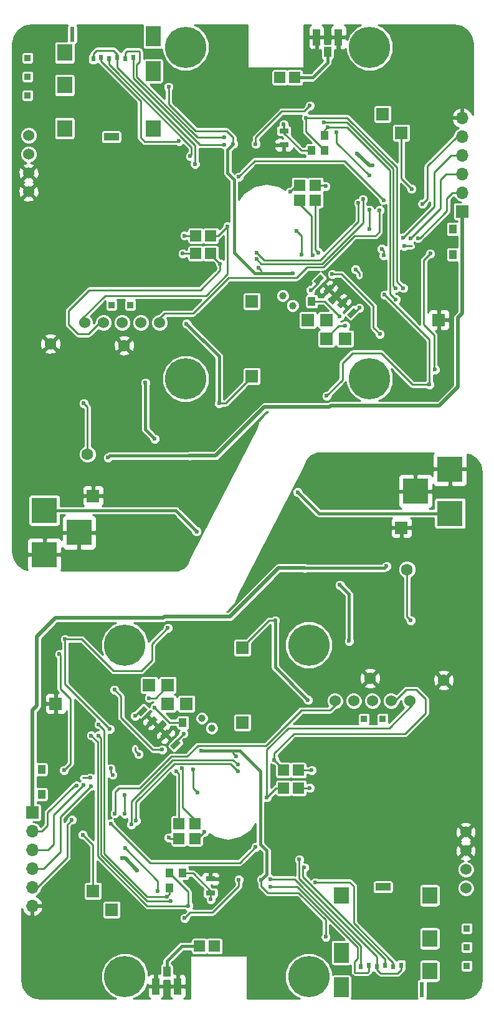
<source format=gbr>
G04 #@! TF.FileFunction,Copper,L2,Bot,Signal*
%FSLAX46Y46*%
G04 Gerber Fmt 4.6, Leading zero omitted, Abs format (unit mm)*
G04 Created by KiCad (PCBNEW 4.0.7-e2-6376~58~ubuntu16.04.1) date Mon Sep 25 15:39:33 2017*
%MOMM*%
%LPD*%
G01*
G04 APERTURE LIST*
%ADD10C,0.100000*%
%ADD11R,1.700000X1.700000*%
%ADD12R,1.000000X1.200000*%
%ADD13R,2.000000X2.700000*%
%ADD14R,2.000000X2.300000*%
%ADD15R,0.600000X0.800000*%
%ADD16R,0.600000X2.000000*%
%ADD17R,2.000000X1.000000*%
%ADD18R,1.300000X0.700000*%
%ADD19R,0.850000X0.850000*%
%ADD20R,1.524000X1.524000*%
%ADD21C,1.600000*%
%ADD22R,1.000000X2.200000*%
%ADD23R,1.000000X1.400000*%
%ADD24C,5.600000*%
%ADD25C,1.000000*%
%ADD26C,1.524000*%
%ADD27R,3.500000X3.500000*%
%ADD28O,1.700000X1.700000*%
%ADD29C,0.600000*%
%ADD30C,0.250000*%
%ADD31C,0.500000*%
%ADD32C,0.400000*%
%ADD33C,0.254000*%
G04 APERTURE END LIST*
D10*
D11*
X118110000Y-110744000D03*
D12*
X88392000Y-137160000D03*
D10*
G36*
X88119858Y-139905619D02*
X87200619Y-140824858D01*
X86705644Y-140329883D01*
X87624883Y-139410644D01*
X88119858Y-139905619D01*
X88119858Y-139905619D01*
G37*
G36*
X86776356Y-138562117D02*
X85857117Y-139481356D01*
X85362142Y-138986381D01*
X86281381Y-138067142D01*
X86776356Y-138562117D01*
X86776356Y-138562117D01*
G37*
G36*
X82187142Y-135811381D02*
X83106381Y-134892142D01*
X83601356Y-135387117D01*
X82682117Y-136306356D01*
X82187142Y-135811381D01*
X82187142Y-135811381D01*
G37*
G36*
X83530644Y-137154883D02*
X84449883Y-136235644D01*
X84944858Y-136730619D01*
X84025619Y-137649858D01*
X83530644Y-137154883D01*
X83530644Y-137154883D01*
G37*
D11*
X83820000Y-132080000D03*
X86360000Y-132080000D03*
X86360000Y-134620000D03*
X88900000Y-134620000D03*
D12*
X69215000Y-143510000D03*
X69215000Y-146939000D03*
X86614000Y-159639000D03*
X88392000Y-157607000D03*
X86614000Y-157607000D03*
D13*
X109951000Y-173101000D03*
D14*
X109951000Y-160631000D03*
D13*
X109951000Y-168401000D03*
D14*
X121951000Y-160631000D03*
X121951000Y-166481000D03*
X121951000Y-170881000D03*
D15*
X112621000Y-170281000D03*
X114821000Y-170281000D03*
X118061000Y-170081000D03*
X113721000Y-170081000D03*
X115921000Y-170081000D03*
X117006000Y-170281000D03*
D16*
X120911000Y-173401000D03*
D17*
X115621000Y-159481000D03*
D18*
X92176600Y-160284200D03*
X92176600Y-158384200D03*
D19*
X127000000Y-165100000D03*
D20*
X102124000Y-146050000D03*
X104124000Y-146050000D03*
X102124000Y-143637000D03*
X104124000Y-143637000D03*
D21*
X113872000Y-131158000D03*
X123872000Y-131408000D03*
X118872000Y-116408000D03*
D20*
X87884000Y-150892000D03*
X87884000Y-152892000D03*
X90043000Y-150892000D03*
X90043000Y-152892000D03*
D11*
X96520000Y-137160000D03*
X76200000Y-160020000D03*
X71120000Y-134620000D03*
X78740000Y-162560000D03*
X96520000Y-127000000D03*
D20*
X92694000Y-167513000D03*
X90694000Y-167513000D03*
D22*
X87733000Y-172974000D03*
D23*
X86233000Y-170974000D03*
D22*
X84733000Y-172974000D03*
D24*
X105520000Y-126640000D03*
X80520000Y-171640000D03*
X105520000Y-171640000D03*
X80520000Y-126640000D03*
D25*
X92329000Y-137922000D03*
X90985497Y-136578497D03*
D26*
X126860300Y-159651700D03*
X126860300Y-157111700D03*
X126860300Y-154571700D03*
X126860300Y-152031700D03*
X119240300Y-134251700D03*
X116700300Y-134251700D03*
X114160300Y-134251700D03*
X111620300Y-134251700D03*
X109080300Y-134251700D03*
D27*
X124720000Y-108780000D03*
X124720000Y-102780000D03*
X120020000Y-105780000D03*
D11*
X67945000Y-149352000D03*
D28*
X67945000Y-151892000D03*
X67945000Y-154432000D03*
X67945000Y-156972000D03*
X67945000Y-159512000D03*
X67945000Y-162052000D03*
D19*
X113030000Y-136652000D03*
X115570000Y-136652000D03*
X127000000Y-167640000D03*
X127000000Y-170180000D03*
X67310000Y-46990000D03*
X67310000Y-49530000D03*
X78740000Y-80518000D03*
X81280000Y-80518000D03*
D11*
X126365000Y-67818000D03*
D28*
X126365000Y-65278000D03*
X126365000Y-62738000D03*
X126365000Y-60198000D03*
X126365000Y-57658000D03*
X126365000Y-55118000D03*
D27*
X69590000Y-108390000D03*
X69590000Y-114390000D03*
X74290000Y-111390000D03*
D26*
X67449700Y-57518300D03*
X67449700Y-60058300D03*
X67449700Y-62598300D03*
X67449700Y-65138300D03*
X75069700Y-82918300D03*
X77609700Y-82918300D03*
X80149700Y-82918300D03*
X82689700Y-82918300D03*
X85229700Y-82918300D03*
D25*
X101981000Y-79248000D03*
X103324503Y-80591503D03*
D24*
X113790000Y-90530000D03*
X88790000Y-45530000D03*
X113790000Y-45530000D03*
X88790000Y-90530000D03*
D22*
X106577000Y-44196000D03*
D23*
X108077000Y-46196000D03*
D22*
X109577000Y-44196000D03*
D20*
X101616000Y-49657000D03*
X103616000Y-49657000D03*
D11*
X97790000Y-90170000D03*
X115570000Y-54610000D03*
X123190000Y-82550000D03*
X118110000Y-57150000D03*
X97790000Y-80010000D03*
D20*
X104267000Y-66278000D03*
X104267000Y-64278000D03*
X106426000Y-66278000D03*
X106426000Y-64278000D03*
D21*
X80438000Y-86012000D03*
X70438000Y-85762000D03*
X75438000Y-100762000D03*
D20*
X92186000Y-73533000D03*
X90186000Y-73533000D03*
X92186000Y-71120000D03*
X90186000Y-71120000D03*
D19*
X67310000Y-52070000D03*
D18*
X102133400Y-56885800D03*
X102133400Y-58785800D03*
D13*
X84359000Y-44069000D03*
D14*
X84359000Y-56539000D03*
D13*
X84359000Y-48769000D03*
D14*
X72359000Y-56539000D03*
X72359000Y-50689000D03*
X72359000Y-46289000D03*
D15*
X81689000Y-46889000D03*
X79489000Y-46889000D03*
X76249000Y-47089000D03*
X80589000Y-47089000D03*
X78389000Y-47089000D03*
X77304000Y-46889000D03*
D16*
X73399000Y-43769000D03*
D17*
X78689000Y-57689000D03*
D12*
X107696000Y-59563000D03*
X105918000Y-59563000D03*
X107696000Y-57531000D03*
X125095000Y-70231000D03*
X125095000Y-73660000D03*
D11*
X105410000Y-82550000D03*
X107950000Y-82550000D03*
X107950000Y-85090000D03*
X110490000Y-85090000D03*
D10*
G36*
X112122858Y-81358619D02*
X111203619Y-82277858D01*
X110708644Y-81782883D01*
X111627883Y-80863644D01*
X112122858Y-81358619D01*
X112122858Y-81358619D01*
G37*
G36*
X110779356Y-80015117D02*
X109860117Y-80934356D01*
X109365142Y-80439381D01*
X110284381Y-79520142D01*
X110779356Y-80015117D01*
X110779356Y-80015117D01*
G37*
G36*
X106190142Y-77264381D02*
X107109381Y-76345142D01*
X107604356Y-76840117D01*
X106685117Y-77759356D01*
X106190142Y-77264381D01*
X106190142Y-77264381D01*
G37*
G36*
X107533644Y-78607883D02*
X108452883Y-77688644D01*
X108947858Y-78183619D01*
X108028619Y-79102858D01*
X107533644Y-78607883D01*
X107533644Y-78607883D01*
G37*
D12*
X105918000Y-80010000D03*
D11*
X76200000Y-106426000D03*
D29*
X82423000Y-141478000D03*
X78867000Y-144272000D03*
X78613000Y-143383000D03*
X75819000Y-144653000D03*
X118491000Y-72517000D03*
X115697000Y-73787000D03*
X115443000Y-72898000D03*
X111887000Y-75692000D03*
X119380000Y-123317000D03*
X74930000Y-93853000D03*
X83654900Y-154495500D03*
X79349600Y-150444200D03*
X95846900Y-162153600D03*
X99974400Y-161696400D03*
X77241400Y-131635500D03*
X77216000Y-129921000D03*
X86360000Y-150368000D03*
X85979000Y-146304000D03*
X94056200Y-158343600D03*
X88011000Y-171196000D03*
X99314000Y-173990000D03*
X101854000Y-173482000D03*
X101600000Y-170815000D03*
X99314000Y-171958000D03*
X97917000Y-170180000D03*
X100330000Y-169545000D03*
X99187000Y-167767000D03*
X97790000Y-166878000D03*
X96139000Y-167767000D03*
X95885000Y-165735000D03*
X87503000Y-169926000D03*
X88773000Y-168783000D03*
X84328000Y-170053000D03*
X82804000Y-168275000D03*
X85471000Y-168021000D03*
X86741000Y-166878000D03*
X81915000Y-163322000D03*
X78740000Y-164846000D03*
X77089000Y-166497000D03*
X80391000Y-167259000D03*
X81788000Y-167132000D03*
X118618000Y-161798000D03*
X117094000Y-161798000D03*
X118618000Y-158877000D03*
X119888000Y-159893000D03*
X117983000Y-146304000D03*
X114808000Y-148971000D03*
X110871000Y-148971000D03*
X110998000Y-151130000D03*
X115189000Y-151257000D03*
X115062000Y-153289000D03*
X111125000Y-153289000D03*
X110998000Y-155575000D03*
X115189000Y-155194000D03*
X115189000Y-156591000D03*
X110617000Y-156591000D03*
X104902000Y-154178000D03*
X104648000Y-151003000D03*
X104648000Y-148209000D03*
X102395000Y-114490000D03*
X101854000Y-115316000D03*
X75184000Y-129921000D03*
X70358000Y-138176000D03*
X71628000Y-137033000D03*
X70358000Y-131445000D03*
X78486000Y-140843000D03*
X81407000Y-139827000D03*
X81788000Y-143129000D03*
X81915000Y-144653000D03*
X78994000Y-135636000D03*
X88138000Y-129413000D03*
X106172000Y-87757000D03*
X115316000Y-81534000D03*
X112395000Y-72517000D03*
X112522000Y-74041000D03*
X112903000Y-77343000D03*
X115824000Y-76327000D03*
X123952000Y-85725000D03*
X122682000Y-80137000D03*
X123952000Y-78994000D03*
X119126000Y-87249000D03*
X92456000Y-101854000D03*
X91915000Y-102680000D03*
X89662000Y-68961000D03*
X89662000Y-66167000D03*
X89408000Y-62992000D03*
X83693000Y-60579000D03*
X79121000Y-60579000D03*
X79121000Y-61976000D03*
X83312000Y-61595000D03*
X83185000Y-63881000D03*
X79248000Y-63881000D03*
X79121000Y-65913000D03*
X83312000Y-66040000D03*
X83439000Y-68199000D03*
X79502000Y-68199000D03*
X76327000Y-70866000D03*
X74422000Y-57277000D03*
X75692000Y-58293000D03*
X77216000Y-55372000D03*
X75692000Y-55372000D03*
X112522000Y-50038000D03*
X113919000Y-49911000D03*
X117221000Y-50673000D03*
X115570000Y-52324000D03*
X112395000Y-53848000D03*
X107569000Y-50292000D03*
X108839000Y-49149000D03*
X111506000Y-48895000D03*
X109982000Y-47117000D03*
X105537000Y-48387000D03*
X106807000Y-47244000D03*
X98425000Y-51435000D03*
X98171000Y-49403000D03*
X96520000Y-50292000D03*
X95123000Y-49403000D03*
X93980000Y-47625000D03*
X96393000Y-46990000D03*
X94996000Y-45212000D03*
X92710000Y-46355000D03*
X92456000Y-43688000D03*
X94996000Y-43180000D03*
X106299000Y-45974000D03*
X100253800Y-58826400D03*
X108331000Y-70866000D03*
X107950000Y-66802000D03*
X117094000Y-87249000D03*
X117068600Y-85534500D03*
X94335600Y-55473600D03*
X98463100Y-55016400D03*
X114960400Y-66725800D03*
X110655100Y-62674500D03*
X88519000Y-138684000D03*
X105791000Y-78486000D03*
X90932000Y-140970000D03*
X99060000Y-158496000D03*
X107835700Y-166255700D03*
X95631000Y-141732000D03*
X98679000Y-75438000D03*
X86474300Y-50914300D03*
X95250000Y-58674000D03*
X103378000Y-76200000D03*
X116078000Y-115951000D03*
X104902000Y-116205000D03*
X89408000Y-100965000D03*
X78232000Y-101219000D03*
X91313000Y-152019000D03*
X102997000Y-65151000D03*
X86487000Y-152781000D03*
X107823000Y-64389000D03*
X109728000Y-118491000D03*
X110998000Y-126111000D03*
X83312000Y-91059000D03*
X84582000Y-98679000D03*
X86233000Y-160782000D03*
X76962000Y-137414000D03*
X117348000Y-79756000D03*
X108077000Y-56388000D03*
X86741000Y-161417000D03*
X76962000Y-138938000D03*
X92202000Y-161163000D03*
X102108000Y-56007000D03*
X117348000Y-78232000D03*
X107569000Y-55753000D03*
X93091000Y-167259000D03*
X101219000Y-49911000D03*
X104013000Y-105918000D03*
X90297000Y-111252000D03*
X73342500Y-150368000D03*
X120967500Y-66802000D03*
X74930000Y-145669000D03*
X119380000Y-71501000D03*
X75946000Y-145796000D03*
X118364000Y-71374000D03*
X73952100Y-145719800D03*
X120357900Y-71450200D03*
X74803000Y-152400000D03*
X119507000Y-64770000D03*
X88646000Y-163703000D03*
X96012000Y-158496000D03*
X85013800Y-160058100D03*
X80556100Y-154203400D03*
X80530700Y-149567900D03*
X80530700Y-147002500D03*
X113779300Y-70167500D03*
X113779300Y-67602100D03*
X113753900Y-62966600D03*
X109296200Y-57111900D03*
X98298000Y-58674000D03*
X105664000Y-53467000D03*
X72390000Y-125857000D03*
X78486000Y-138049000D03*
X86360000Y-124333000D03*
X69215000Y-146939000D03*
X125095000Y-70231000D03*
X107950000Y-92837000D03*
X115824000Y-79121000D03*
X121920000Y-91313000D03*
X71628000Y-127889000D03*
X72263000Y-143637000D03*
X69215000Y-143510000D03*
X125095000Y-73660000D03*
X122047000Y-73533000D03*
X122682000Y-89281000D03*
X95885000Y-143764000D03*
X82042000Y-150495000D03*
X112268000Y-66675000D03*
X98425000Y-73406000D03*
X95885000Y-142875000D03*
X81407000Y-151003000D03*
X112903000Y-66167000D03*
X98425000Y-74295000D03*
X79121000Y-132715000D03*
X85598000Y-140843000D03*
X88265000Y-143383000D03*
X106045000Y-73787000D03*
X108712000Y-76327000D03*
X115189000Y-84455000D03*
X87503000Y-143764000D03*
X106807000Y-73406000D03*
X79159100Y-149529800D03*
X115150900Y-67640200D03*
X89154000Y-162052000D03*
X75946000Y-138938000D03*
X118364000Y-78232000D03*
X105156000Y-55118000D03*
X99822000Y-147320000D03*
X94488000Y-69850000D03*
X100838000Y-142240000D03*
X93472000Y-74930000D03*
X98298000Y-154051000D03*
X78613000Y-150876000D03*
X115697000Y-66294000D03*
X96012000Y-63119000D03*
X104241600Y-155752800D03*
X90068400Y-61417200D03*
X104902000Y-156832300D03*
X89408000Y-60337700D03*
X100304600Y-158432500D03*
X94005400Y-58737500D03*
X100279200Y-159410400D03*
X94030800Y-57759600D03*
X106413300Y-158864300D03*
X87896700Y-58305700D03*
X105410000Y-134112000D03*
X100965000Y-123317000D03*
X82219800Y-157238700D03*
X80124300Y-155562300D03*
X90424000Y-146685000D03*
X89789000Y-143510000D03*
X81915000Y-136271000D03*
X112395000Y-80899000D03*
X104521000Y-73660000D03*
X103886000Y-70485000D03*
X114185700Y-61607700D03*
X112090200Y-59931300D03*
X93345000Y-93853000D03*
X88900000Y-83058000D03*
X105918000Y-143637000D03*
X88392000Y-73533000D03*
X105664000Y-146050000D03*
X88646000Y-71120000D03*
X83820000Y-133858000D03*
X110490000Y-83312000D03*
X84582000Y-135128000D03*
X109728000Y-82042000D03*
D30*
X82423000Y-141478000D02*
X81915000Y-140970000D01*
X81915000Y-140970000D02*
X81915000Y-140589000D01*
X78867000Y-144272000D02*
X78613000Y-144018000D01*
X78613000Y-144018000D02*
X78613000Y-143383000D01*
X75819000Y-144653000D02*
X74803000Y-144653000D01*
X118491000Y-72517000D02*
X119507000Y-72517000D01*
X115697000Y-73152000D02*
X115697000Y-73787000D01*
X115443000Y-72898000D02*
X115697000Y-73152000D01*
X112395000Y-76200000D02*
X112395000Y-76581000D01*
X111887000Y-75692000D02*
X112395000Y-76200000D01*
X118872000Y-122809000D02*
X118872000Y-116408000D01*
X119380000Y-123317000D02*
X118872000Y-122809000D01*
X74930000Y-93853000D02*
X75438000Y-94361000D01*
X75438000Y-94361000D02*
X75438000Y-100762000D01*
X83426300Y-154495500D02*
X83654900Y-154495500D01*
X79349600Y-150444200D02*
X83426300Y-154495500D01*
X77241400Y-129946400D02*
X77241400Y-131635500D01*
X77216000Y-129921000D02*
X77241400Y-129946400D01*
X86360000Y-146685000D02*
X86360000Y-150368000D01*
X85979000Y-146304000D02*
X86360000Y-146685000D01*
X94015600Y-158384200D02*
X94056200Y-158343600D01*
X92176600Y-158384200D02*
X94015600Y-158384200D01*
X88011000Y-171196000D02*
X87733000Y-171474000D01*
X87733000Y-171474000D02*
X87733000Y-172974000D01*
D31*
X99314000Y-173990000D02*
X99822000Y-173482000D01*
X99822000Y-173482000D02*
X101854000Y-173482000D01*
X101600000Y-170815000D02*
X100457000Y-171958000D01*
X100457000Y-171958000D02*
X99314000Y-171958000D01*
X97917000Y-170180000D02*
X98552000Y-169545000D01*
X98552000Y-169545000D02*
X100330000Y-169545000D01*
X99187000Y-167767000D02*
X98298000Y-166878000D01*
X98298000Y-166878000D02*
X97790000Y-166878000D01*
X96139000Y-167767000D02*
X95885000Y-167513000D01*
X95885000Y-167513000D02*
X95885000Y-165735000D01*
X87503000Y-169926000D02*
X88646000Y-168783000D01*
X88646000Y-168783000D02*
X88773000Y-168783000D01*
X84733000Y-170458000D02*
X84328000Y-170053000D01*
X82804000Y-168275000D02*
X83058000Y-168021000D01*
X83058000Y-168021000D02*
X85471000Y-168021000D01*
X86741000Y-166878000D02*
X84582000Y-164719000D01*
X84582000Y-164719000D02*
X84582000Y-163449000D01*
X84582000Y-163449000D02*
X84455000Y-163322000D01*
X84455000Y-163322000D02*
X81915000Y-163322000D01*
X78740000Y-164846000D02*
X77089000Y-166497000D01*
X80391000Y-167259000D02*
X80518000Y-167132000D01*
X80518000Y-167132000D02*
X81788000Y-167132000D01*
X84733000Y-172974000D02*
X84733000Y-170458000D01*
X118618000Y-161798000D02*
X117094000Y-161798000D01*
X118618000Y-158877000D02*
X119634000Y-159893000D01*
X119634000Y-159893000D02*
X119888000Y-159893000D01*
X117983000Y-146304000D02*
X115316000Y-148971000D01*
X115316000Y-148971000D02*
X114808000Y-148971000D01*
X110871000Y-148971000D02*
X110998000Y-149098000D01*
X110998000Y-149098000D02*
X110998000Y-151130000D01*
X115189000Y-151257000D02*
X115062000Y-151384000D01*
X115062000Y-151384000D02*
X115062000Y-153289000D01*
X111125000Y-153289000D02*
X110998000Y-153416000D01*
X110998000Y-153416000D02*
X110998000Y-155575000D01*
X115189000Y-155194000D02*
X115189000Y-156591000D01*
X110617000Y-156591000D02*
X108204000Y-154178000D01*
X108204000Y-154178000D02*
X104902000Y-154178000D01*
X104648000Y-151003000D02*
X104648000Y-148209000D01*
X102362000Y-114554000D02*
X102362000Y-114523000D01*
X102362000Y-114523000D02*
X102395000Y-114490000D01*
D30*
X75184000Y-129921000D02*
X77216000Y-129921000D01*
X70358000Y-138176000D02*
X71501000Y-137033000D01*
X71501000Y-137033000D02*
X71628000Y-137033000D01*
X71120000Y-132207000D02*
X70358000Y-131445000D01*
X71120000Y-134620000D02*
X71120000Y-132207000D01*
D31*
X80391000Y-140843000D02*
X81407000Y-139827000D01*
X78486000Y-140843000D02*
X80391000Y-140843000D01*
X78613000Y-140843000D02*
X80899000Y-143129000D01*
X80899000Y-143129000D02*
X81788000Y-143129000D01*
X78486000Y-140843000D02*
X78613000Y-140843000D01*
X81534000Y-144272000D02*
X81915000Y-144653000D01*
X81534000Y-144272000D02*
X80899000Y-144272000D01*
X80899000Y-144272000D02*
X78486000Y-141859000D01*
X78486000Y-140843000D02*
X78486000Y-141859000D01*
D30*
X77660500Y-131635500D02*
X77597000Y-131699000D01*
X77597000Y-131699000D02*
X77597000Y-134239000D01*
X77597000Y-134239000D02*
X78994000Y-135636000D01*
X77241400Y-131635500D02*
X77660500Y-131635500D01*
D31*
X79883000Y-139446000D02*
X78486000Y-140843000D01*
X79883000Y-137287000D02*
X79883000Y-139446000D01*
X78994000Y-136398000D02*
X79883000Y-137287000D01*
X78994000Y-135636000D02*
X78994000Y-136398000D01*
D30*
X84164249Y-136942751D02*
X84237751Y-136942751D01*
X110145751Y-80227249D02*
X110072249Y-80227249D01*
D31*
X115316000Y-81534000D02*
X115316000Y-80772000D01*
X115316000Y-80772000D02*
X114427000Y-79883000D01*
X114427000Y-79883000D02*
X114427000Y-77724000D01*
X114427000Y-77724000D02*
X115824000Y-76327000D01*
D30*
X117068600Y-85534500D02*
X116649500Y-85534500D01*
X116713000Y-82931000D02*
X115316000Y-81534000D01*
X116713000Y-85471000D02*
X116713000Y-82931000D01*
X116649500Y-85534500D02*
X116713000Y-85471000D01*
D31*
X115824000Y-76327000D02*
X115824000Y-75311000D01*
X113411000Y-72898000D02*
X115824000Y-75311000D01*
X112776000Y-72898000D02*
X113411000Y-72898000D01*
X112776000Y-72898000D02*
X112395000Y-72517000D01*
X115824000Y-76327000D02*
X115697000Y-76327000D01*
X113411000Y-74041000D02*
X112522000Y-74041000D01*
X115697000Y-76327000D02*
X113411000Y-74041000D01*
X115824000Y-76327000D02*
X113919000Y-76327000D01*
X113919000Y-76327000D02*
X112903000Y-77343000D01*
D30*
X123190000Y-82550000D02*
X123190000Y-84963000D01*
X123190000Y-84963000D02*
X123952000Y-85725000D01*
X122809000Y-80137000D02*
X122682000Y-80137000D01*
X123952000Y-78994000D02*
X122809000Y-80137000D01*
X119126000Y-87249000D02*
X117094000Y-87249000D01*
D31*
X91948000Y-102647000D02*
X91915000Y-102680000D01*
X91948000Y-102616000D02*
X91948000Y-102647000D01*
X89662000Y-66167000D02*
X89662000Y-68961000D01*
X86106000Y-62992000D02*
X89408000Y-62992000D01*
X83693000Y-60579000D02*
X86106000Y-62992000D01*
X79121000Y-61976000D02*
X79121000Y-60579000D01*
X83312000Y-63754000D02*
X83312000Y-61595000D01*
X83185000Y-63881000D02*
X83312000Y-63754000D01*
X79248000Y-65786000D02*
X79248000Y-63881000D01*
X79121000Y-65913000D02*
X79248000Y-65786000D01*
X83312000Y-68072000D02*
X83312000Y-66040000D01*
X83439000Y-68199000D02*
X83312000Y-68072000D01*
X78994000Y-68199000D02*
X79502000Y-68199000D01*
X76327000Y-70866000D02*
X78994000Y-68199000D01*
X74676000Y-57277000D02*
X74422000Y-57277000D01*
X75692000Y-58293000D02*
X74676000Y-57277000D01*
X75692000Y-55372000D02*
X77216000Y-55372000D01*
X109577000Y-44196000D02*
X109577000Y-46712000D01*
X113792000Y-50038000D02*
X112522000Y-50038000D01*
X113919000Y-49911000D02*
X113792000Y-50038000D01*
X115570000Y-52324000D02*
X117221000Y-50673000D01*
X109855000Y-53848000D02*
X112395000Y-53848000D01*
X109728000Y-53721000D02*
X109855000Y-53848000D01*
X109728000Y-52451000D02*
X109728000Y-53721000D01*
X107569000Y-50292000D02*
X109728000Y-52451000D01*
X111252000Y-49149000D02*
X108839000Y-49149000D01*
X111506000Y-48895000D02*
X111252000Y-49149000D01*
X109577000Y-46712000D02*
X109982000Y-47117000D01*
X105664000Y-48387000D02*
X105537000Y-48387000D01*
X106807000Y-47244000D02*
X105664000Y-48387000D01*
X98425000Y-49657000D02*
X98425000Y-51435000D01*
X98171000Y-49403000D02*
X98425000Y-49657000D01*
X96012000Y-50292000D02*
X96520000Y-50292000D01*
X95123000Y-49403000D02*
X96012000Y-50292000D01*
X95758000Y-47625000D02*
X93980000Y-47625000D01*
X96393000Y-46990000D02*
X95758000Y-47625000D01*
X93853000Y-45212000D02*
X94996000Y-45212000D01*
X92710000Y-46355000D02*
X93853000Y-45212000D01*
X94488000Y-43688000D02*
X92456000Y-43688000D01*
X94996000Y-43180000D02*
X94488000Y-43688000D01*
D30*
X106577000Y-45696000D02*
X106577000Y-44196000D01*
X106299000Y-45974000D02*
X106577000Y-45696000D01*
X102133400Y-58785800D02*
X100294400Y-58785800D01*
X100294400Y-58785800D02*
X100253800Y-58826400D01*
X108331000Y-70866000D02*
X107950000Y-70485000D01*
X107950000Y-70485000D02*
X107950000Y-66802000D01*
X117094000Y-87249000D02*
X117068600Y-87223600D01*
X117068600Y-87223600D02*
X117068600Y-85534500D01*
X114960400Y-66725800D02*
X110883700Y-62674500D01*
X110883700Y-62674500D02*
X110655100Y-62674500D01*
X87412751Y-139790249D02*
X87412751Y-140117751D01*
X88519000Y-138684000D02*
X87412751Y-139790249D01*
X105791000Y-78486000D02*
X106897249Y-77379751D01*
X106897249Y-77379751D02*
X106897249Y-77052249D01*
D32*
X95250000Y-140970000D02*
X90932000Y-140970000D01*
X95504000Y-140970000D02*
X95250000Y-140970000D01*
X96139000Y-140970000D02*
X98933000Y-143764000D01*
X98933000Y-143764000D02*
X98933000Y-153670000D01*
X98933000Y-153670000D02*
X99822000Y-154559000D01*
X99822000Y-154559000D02*
X99822000Y-157734000D01*
X99822000Y-157734000D02*
X99060000Y-158496000D01*
X95504000Y-140970000D02*
X96139000Y-140970000D01*
D30*
X107835700Y-166255700D02*
X107810300Y-166230300D01*
X107810300Y-166230300D02*
X107810300Y-163921696D01*
X107810300Y-163921696D02*
X104149904Y-160261300D01*
X104149904Y-160261300D02*
X99936300Y-160261300D01*
X99936300Y-160261300D02*
X99060000Y-159385000D01*
X99060000Y-159385000D02*
X99060000Y-158496000D01*
X95631000Y-141732000D02*
X95250000Y-141351000D01*
X95250000Y-141351000D02*
X95250000Y-140970000D01*
X99060000Y-75819000D02*
X99060000Y-76200000D01*
X98679000Y-75438000D02*
X99060000Y-75819000D01*
X95250000Y-57785000D02*
X95250000Y-58674000D01*
X94373700Y-56908700D02*
X95250000Y-57785000D01*
X90160096Y-56908700D02*
X94373700Y-56908700D01*
X86499700Y-53248304D02*
X90160096Y-56908700D01*
X86499700Y-50939700D02*
X86499700Y-53248304D01*
X86474300Y-50914300D02*
X86499700Y-50939700D01*
D32*
X98806000Y-76200000D02*
X98171000Y-76200000D01*
X94488000Y-59436000D02*
X95250000Y-58674000D01*
X94488000Y-62611000D02*
X94488000Y-59436000D01*
X95377000Y-63500000D02*
X94488000Y-62611000D01*
X95377000Y-73406000D02*
X95377000Y-63500000D01*
X98171000Y-76200000D02*
X95377000Y-73406000D01*
X98806000Y-76200000D02*
X99060000Y-76200000D01*
X99060000Y-76200000D02*
X103378000Y-76200000D01*
X116078000Y-115951000D02*
X115824000Y-116205000D01*
X115824000Y-116205000D02*
X104902000Y-116205000D01*
D31*
X67945000Y-135521700D02*
X68541900Y-134924800D01*
X68541900Y-134924800D02*
X68541900Y-125514100D01*
X68541900Y-125514100D02*
X71069200Y-122986800D01*
X71069200Y-122986800D02*
X85750400Y-122986800D01*
X85750400Y-122986800D02*
X85928200Y-122809000D01*
X85928200Y-122809000D02*
X94805500Y-122809000D01*
X94805500Y-122809000D02*
X101409500Y-116205000D01*
X101409500Y-116205000D02*
X104902000Y-116205000D01*
X67945000Y-149352000D02*
X67945000Y-135521700D01*
X126365000Y-67818000D02*
X126365000Y-81648300D01*
X92900500Y-100965000D02*
X89408000Y-100965000D01*
X99504500Y-94361000D02*
X92900500Y-100965000D01*
X108381800Y-94361000D02*
X99504500Y-94361000D01*
X108559600Y-94183200D02*
X108381800Y-94361000D01*
X123240800Y-94183200D02*
X108559600Y-94183200D01*
X125768100Y-91655900D02*
X123240800Y-94183200D01*
X125768100Y-82245200D02*
X125768100Y-91655900D01*
X126365000Y-81648300D02*
X125768100Y-82245200D01*
D32*
X78486000Y-100965000D02*
X89408000Y-100965000D01*
X78232000Y-101219000D02*
X78486000Y-100965000D01*
D30*
X90440000Y-152892000D02*
X90043000Y-152892000D01*
X91313000Y-152019000D02*
X90440000Y-152892000D01*
X102997000Y-65151000D02*
X103870000Y-64278000D01*
X103870000Y-64278000D02*
X104267000Y-64278000D01*
X86487000Y-152781000D02*
X86598000Y-152892000D01*
X86598000Y-152892000D02*
X87884000Y-152892000D01*
X107712000Y-64278000D02*
X106426000Y-64278000D01*
X107823000Y-64389000D02*
X107712000Y-64278000D01*
D32*
X109728000Y-118491000D02*
X110998000Y-119761000D01*
X110998000Y-119761000D02*
X110998000Y-126111000D01*
X83312000Y-97409000D02*
X83312000Y-91059000D01*
X84582000Y-98679000D02*
X83312000Y-97409000D01*
D30*
X86233000Y-160782000D02*
X84582000Y-160782000D01*
X84582000Y-160782000D02*
X83820000Y-160782000D01*
X83820000Y-160782000D02*
X83693000Y-160782000D01*
X83693000Y-160782000D02*
X83691602Y-160780602D01*
X83691602Y-160780602D02*
X83567398Y-160780602D01*
X83567398Y-160780602D02*
X77735004Y-154948208D01*
X77735004Y-154948208D02*
X77735004Y-138187004D01*
X77735004Y-138187004D02*
X76962000Y-137414000D01*
X86614000Y-160401000D02*
X86233000Y-160782000D01*
X86614000Y-159639000D02*
X86614000Y-160401000D01*
X107696000Y-57531000D02*
X107696000Y-56769000D01*
X107696000Y-56769000D02*
X108077000Y-56388000D01*
X116574996Y-78982996D02*
X117348000Y-79756000D01*
X116574996Y-62221792D02*
X116574996Y-78982996D01*
X110742602Y-56389398D02*
X116574996Y-62221792D01*
X110618398Y-56389398D02*
X110742602Y-56389398D01*
X110617000Y-56388000D02*
X110618398Y-56389398D01*
X110490000Y-56388000D02*
X110617000Y-56388000D01*
X109728000Y-56388000D02*
X110490000Y-56388000D01*
X108077000Y-56388000D02*
X109728000Y-56388000D01*
X86741000Y-161417000D02*
X83947000Y-161417000D01*
X83947000Y-161417000D02*
X83693000Y-161417000D01*
X83693000Y-161417000D02*
X83692301Y-161416301D01*
X83692301Y-161416301D02*
X83566699Y-161416301D01*
X83566699Y-161416301D02*
X77285002Y-155134604D01*
X77285002Y-155134604D02*
X77285002Y-139261002D01*
X77285002Y-139261002D02*
X76962000Y-138938000D01*
X92202000Y-161163000D02*
X92176600Y-161137600D01*
X92176600Y-161137600D02*
X92176600Y-160284200D01*
X89789000Y-157607000D02*
X88392000Y-157607000D01*
X92202000Y-160020000D02*
X89789000Y-157607000D01*
X92202000Y-161163000D02*
X92202000Y-160020000D01*
X102108000Y-56007000D02*
X102108000Y-57150000D01*
X102108000Y-57150000D02*
X104521000Y-59563000D01*
X104521000Y-59563000D02*
X105918000Y-59563000D01*
X102133400Y-56032400D02*
X102133400Y-56885800D01*
X102108000Y-56007000D02*
X102133400Y-56032400D01*
X117024998Y-77908998D02*
X117348000Y-78232000D01*
X117024998Y-62035396D02*
X117024998Y-77908998D01*
X110743301Y-55753699D02*
X117024998Y-62035396D01*
X110617699Y-55753699D02*
X110743301Y-55753699D01*
X110617000Y-55753000D02*
X110617699Y-55753699D01*
X110363000Y-55753000D02*
X110617000Y-55753000D01*
X107569000Y-55753000D02*
X110363000Y-55753000D01*
D32*
X92837000Y-167513000D02*
X92694000Y-167513000D01*
X93091000Y-167259000D02*
X92837000Y-167513000D01*
X101219000Y-49911000D02*
X101473000Y-49657000D01*
X101473000Y-49657000D02*
X101616000Y-49657000D01*
X106875000Y-108780000D02*
X104013000Y-105918000D01*
X124720000Y-108780000D02*
X106875000Y-108780000D01*
X69590000Y-108390000D02*
X87435000Y-108390000D01*
X87435000Y-108390000D02*
X90297000Y-111252000D01*
D30*
X72669400Y-151041100D02*
X73342500Y-150368000D01*
X72669400Y-155473400D02*
X72669400Y-151041100D01*
X68630800Y-159512000D02*
X72669400Y-155473400D01*
X67945000Y-159512000D02*
X68630800Y-159512000D01*
X126365000Y-57658000D02*
X125679200Y-57658000D01*
X125679200Y-57658000D02*
X121640600Y-61696600D01*
X121640600Y-61696600D02*
X121640600Y-66128900D01*
X121640600Y-66128900D02*
X120967500Y-66802000D01*
X70104000Y-154432000D02*
X67945000Y-154432000D01*
X70866000Y-153670000D02*
X70104000Y-154432000D01*
X70866000Y-149733000D02*
X70866000Y-153670000D01*
X74930000Y-145669000D02*
X70866000Y-149733000D01*
X119380000Y-71501000D02*
X123444000Y-67437000D01*
X123444000Y-67437000D02*
X123444000Y-63500000D01*
X123444000Y-63500000D02*
X124206000Y-62738000D01*
X124206000Y-62738000D02*
X126365000Y-62738000D01*
X69469000Y-156972000D02*
X67945000Y-156972000D01*
X71755000Y-154686000D02*
X69469000Y-156972000D01*
X71755000Y-149987000D02*
X71755000Y-154686000D01*
X75946000Y-145796000D02*
X71755000Y-149987000D01*
X118364000Y-71374000D02*
X122555000Y-67183000D01*
X122555000Y-67183000D02*
X122555000Y-62484000D01*
X122555000Y-62484000D02*
X124841000Y-60198000D01*
X124841000Y-60198000D02*
X126365000Y-60198000D01*
X68224400Y-152171400D02*
X67945000Y-151892000D01*
X69278500Y-151892000D02*
X70040500Y-151130000D01*
X70040500Y-151130000D02*
X70040500Y-149377400D01*
X70040500Y-149377400D02*
X73698100Y-145719800D01*
X73698100Y-145719800D02*
X73952100Y-145719800D01*
X67945000Y-151892000D02*
X69278500Y-151892000D01*
X126365000Y-65278000D02*
X125031500Y-65278000D01*
X120611900Y-71450200D02*
X120357900Y-71450200D01*
X124269500Y-67792600D02*
X120611900Y-71450200D01*
X124269500Y-66040000D02*
X124269500Y-67792600D01*
X125031500Y-65278000D02*
X124269500Y-66040000D01*
X126085600Y-64998600D02*
X126365000Y-65278000D01*
X76200000Y-160020000D02*
X76200000Y-159258000D01*
X74803000Y-152400000D02*
X76200000Y-153797000D01*
X76200000Y-153797000D02*
X76200000Y-160020000D01*
X118110000Y-63373000D02*
X118110000Y-57150000D01*
X119507000Y-64770000D02*
X118110000Y-63373000D01*
X118110000Y-57150000D02*
X118110000Y-57912000D01*
X88646000Y-163703000D02*
X89408000Y-162941000D01*
X89408000Y-162941000D02*
X92456000Y-162941000D01*
X92456000Y-162941000D02*
X96012000Y-159385000D01*
X96012000Y-159385000D02*
X96012000Y-158496000D01*
X85013800Y-158661100D02*
X85013800Y-160058100D01*
X80556100Y-154203400D02*
X85013800Y-158661100D01*
X80530700Y-147002500D02*
X80530700Y-149567900D01*
X113779300Y-70167500D02*
X113779300Y-67602100D01*
X113753900Y-62966600D02*
X109296200Y-58508900D01*
X109296200Y-58508900D02*
X109296200Y-57111900D01*
X98298000Y-57785000D02*
X98298000Y-58674000D01*
X101854000Y-54229000D02*
X98298000Y-57785000D01*
X104902000Y-54229000D02*
X101854000Y-54229000D01*
X105664000Y-53467000D02*
X104902000Y-54229000D01*
X72390000Y-131953000D02*
X72390000Y-125857000D01*
X78486000Y-138049000D02*
X72390000Y-131953000D01*
X86360000Y-124333000D02*
X84188300Y-126504700D01*
X84188300Y-126504700D02*
X84188300Y-128752600D01*
X84188300Y-128752600D02*
X82816700Y-130124200D01*
X82816700Y-130124200D02*
X78955900Y-130124200D01*
X78955900Y-130124200D02*
X74688700Y-125857000D01*
X74688700Y-125857000D02*
X72390000Y-125857000D01*
X119621300Y-91313000D02*
X121920000Y-91313000D01*
X115354100Y-87045800D02*
X119621300Y-91313000D01*
X111493300Y-87045800D02*
X115354100Y-87045800D01*
X110121700Y-88417400D02*
X111493300Y-87045800D01*
X110121700Y-90665300D02*
X110121700Y-88417400D01*
X107950000Y-92837000D02*
X110121700Y-90665300D01*
X115824000Y-79121000D02*
X121920000Y-85217000D01*
X121920000Y-85217000D02*
X121920000Y-91313000D01*
X71628000Y-127889000D02*
X71755000Y-128016000D01*
X71755000Y-128016000D02*
X71755000Y-132588000D01*
X71755000Y-132588000D02*
X73152000Y-133985000D01*
X73152000Y-133985000D02*
X73152000Y-142748000D01*
X73152000Y-142748000D02*
X72263000Y-143637000D01*
X121158000Y-74422000D02*
X122047000Y-73533000D01*
X121158000Y-83185000D02*
X121158000Y-74422000D01*
X122555000Y-84582000D02*
X121158000Y-83185000D01*
X122555000Y-89154000D02*
X122555000Y-84582000D01*
X122682000Y-89281000D02*
X122555000Y-89154000D01*
X95885000Y-143764000D02*
X94869000Y-142748000D01*
X94869000Y-142748000D02*
X87249000Y-142748000D01*
X87249000Y-142748000D02*
X82042000Y-147955000D01*
X82042000Y-147955000D02*
X82042000Y-150495000D01*
X112268000Y-69215000D02*
X112268000Y-66675000D01*
X107061000Y-74422000D02*
X112268000Y-69215000D01*
X99441000Y-74422000D02*
X107061000Y-74422000D01*
X98425000Y-73406000D02*
X99441000Y-74422000D01*
X95885000Y-142875000D02*
X95250000Y-142240000D01*
X95250000Y-142240000D02*
X86995000Y-142240000D01*
X86995000Y-142240000D02*
X81407000Y-147828000D01*
X81407000Y-147828000D02*
X81407000Y-151003000D01*
X112903000Y-69342000D02*
X112903000Y-66167000D01*
X107315000Y-74930000D02*
X112903000Y-69342000D01*
X99060000Y-74930000D02*
X107315000Y-74930000D01*
X98425000Y-74295000D02*
X99060000Y-74930000D01*
X80010000Y-133604000D02*
X79121000Y-132715000D01*
X80010000Y-135255000D02*
X80010000Y-133604000D01*
X88392000Y-143510000D02*
X88265000Y-143383000D01*
X88392000Y-148717000D02*
X88392000Y-143510000D01*
X90043000Y-150368000D02*
X88392000Y-148717000D01*
X90043000Y-150892000D02*
X90043000Y-150368000D01*
X84328000Y-140843000D02*
X80010000Y-136525000D01*
X80010000Y-136525000D02*
X80010000Y-135255000D01*
X85598000Y-140843000D02*
X84328000Y-140843000D01*
X108712000Y-76327000D02*
X109982000Y-76327000D01*
X114300000Y-80645000D02*
X114300000Y-81915000D01*
X109982000Y-76327000D02*
X114300000Y-80645000D01*
X104267000Y-66278000D02*
X104267000Y-66802000D01*
X104267000Y-66802000D02*
X105918000Y-68453000D01*
X105918000Y-68453000D02*
X105918000Y-73660000D01*
X105918000Y-73660000D02*
X106045000Y-73787000D01*
X114300000Y-81915000D02*
X114300000Y-83566000D01*
X114300000Y-83566000D02*
X115189000Y-84455000D01*
X87884000Y-144145000D02*
X87503000Y-143764000D01*
X87884000Y-150892000D02*
X87884000Y-144145000D01*
X106426000Y-66278000D02*
X106426000Y-73025000D01*
X106426000Y-73025000D02*
X106807000Y-73406000D01*
X108423700Y-135496300D02*
X109480000Y-134440000D01*
X104532302Y-135496300D02*
X108423700Y-135496300D01*
X99706302Y-140322300D02*
X104532302Y-135496300D01*
X90462100Y-140322300D02*
X99706302Y-140322300D01*
X88994402Y-141789998D02*
X90462100Y-140322300D01*
X86808604Y-141789998D02*
X88994402Y-141789998D01*
X82561302Y-146037300D02*
X86808604Y-141789998D01*
X79756000Y-146037300D02*
X82561302Y-146037300D01*
X79222600Y-146570700D02*
X79756000Y-146037300D01*
X79222600Y-149466300D02*
X79222600Y-146570700D01*
X79159100Y-149529800D02*
X79222600Y-149466300D01*
X115150900Y-67640200D02*
X115087400Y-67703700D01*
X115087400Y-67703700D02*
X115087400Y-70599300D01*
X115087400Y-70599300D02*
X114554000Y-71132700D01*
X114554000Y-71132700D02*
X111748698Y-71132700D01*
X111748698Y-71132700D02*
X107501396Y-75380002D01*
X107501396Y-75380002D02*
X105315598Y-75380002D01*
X105315598Y-75380002D02*
X103847900Y-76847700D01*
X103847900Y-76847700D02*
X94603698Y-76847700D01*
X94603698Y-76847700D02*
X89777698Y-81673700D01*
X89777698Y-81673700D02*
X85886300Y-81673700D01*
X85886300Y-81673700D02*
X84830000Y-82730000D01*
X83566000Y-162052000D02*
X89154000Y-162052000D01*
X76835000Y-155321000D02*
X83566000Y-162052000D01*
X76835000Y-139827000D02*
X76835000Y-155321000D01*
X75946000Y-138938000D02*
X76835000Y-139827000D01*
X89154000Y-160147000D02*
X86614000Y-157607000D01*
X89154000Y-162052000D02*
X89154000Y-160147000D01*
X105156000Y-55118000D02*
X105156000Y-57023000D01*
X105156000Y-57023000D02*
X107696000Y-59563000D01*
X118364000Y-78232000D02*
X117475000Y-77343000D01*
X117475000Y-77343000D02*
X117475000Y-61849000D01*
X117475000Y-61849000D02*
X110744000Y-55118000D01*
X110744000Y-55118000D02*
X105156000Y-55118000D01*
X99822000Y-140843000D02*
X99822000Y-147320000D01*
X102743000Y-137922000D02*
X99822000Y-140843000D01*
X116459000Y-137922000D02*
X102743000Y-137922000D01*
X119640000Y-134741000D02*
X116459000Y-137922000D01*
X119640000Y-134440000D02*
X119640000Y-134741000D01*
X101092000Y-146050000D02*
X99822000Y-147320000D01*
X102124000Y-146050000D02*
X101092000Y-146050000D01*
X92186000Y-71120000D02*
X93218000Y-71120000D01*
X93218000Y-71120000D02*
X94488000Y-69850000D01*
X74670000Y-82730000D02*
X74670000Y-82429000D01*
X74670000Y-82429000D02*
X77851000Y-79248000D01*
X77851000Y-79248000D02*
X91567000Y-79248000D01*
X91567000Y-79248000D02*
X94488000Y-76327000D01*
X94488000Y-76327000D02*
X94488000Y-69850000D01*
X100838000Y-141351000D02*
X100838000Y-142240000D01*
X103505000Y-138684000D02*
X100838000Y-141351000D01*
X118618000Y-138684000D02*
X103505000Y-138684000D01*
X121412000Y-135890000D02*
X118618000Y-138684000D01*
X121412000Y-133985000D02*
X121412000Y-135890000D01*
X120142000Y-132715000D02*
X121412000Y-133985000D01*
X118745000Y-132715000D02*
X120142000Y-132715000D01*
X117100000Y-134360000D02*
X118745000Y-132715000D01*
X117100000Y-134440000D02*
X117100000Y-134360000D01*
X102124000Y-143526000D02*
X100838000Y-142240000D01*
X102124000Y-143637000D02*
X102124000Y-143526000D01*
X92186000Y-73533000D02*
X92186000Y-73644000D01*
X92186000Y-73644000D02*
X93472000Y-74930000D01*
X77210000Y-82730000D02*
X77210000Y-82810000D01*
X77210000Y-82810000D02*
X75565000Y-84455000D01*
X75565000Y-84455000D02*
X74168000Y-84455000D01*
X74168000Y-84455000D02*
X72898000Y-83185000D01*
X72898000Y-83185000D02*
X72898000Y-81280000D01*
X72898000Y-81280000D02*
X75692000Y-78486000D01*
X75692000Y-78486000D02*
X90805000Y-78486000D01*
X90805000Y-78486000D02*
X93472000Y-75819000D01*
X93472000Y-75819000D02*
X93472000Y-74930000D01*
X96139000Y-156210000D02*
X98298000Y-154051000D01*
X83947000Y-156210000D02*
X96139000Y-156210000D01*
X78613000Y-150876000D02*
X83947000Y-156210000D01*
X115697000Y-66294000D02*
X110363000Y-60960000D01*
X110363000Y-60960000D02*
X98171000Y-60960000D01*
X98171000Y-60960000D02*
X96012000Y-63119000D01*
X114821000Y-170701000D02*
X115316000Y-171196000D01*
X115316000Y-171196000D02*
X117602000Y-171196000D01*
X117602000Y-171196000D02*
X118061000Y-170737000D01*
X118061000Y-170737000D02*
X118061000Y-170081000D01*
X114821000Y-170281000D02*
X114821000Y-170701000D01*
X114821000Y-168923000D02*
X104241600Y-158343600D01*
X104241600Y-158343600D02*
X104241600Y-155752800D01*
X114821000Y-170281000D02*
X114821000Y-168923000D01*
X79489000Y-46889000D02*
X79489000Y-48247000D01*
X90068400Y-58826400D02*
X90068400Y-61417200D01*
X79489000Y-48247000D02*
X90068400Y-58826400D01*
X79489000Y-46889000D02*
X79489000Y-46469000D01*
X76249000Y-46433000D02*
X76249000Y-47089000D01*
X76708000Y-45974000D02*
X76249000Y-46433000D01*
X78994000Y-45974000D02*
X76708000Y-45974000D01*
X79489000Y-46469000D02*
X78994000Y-45974000D01*
X115921000Y-170081000D02*
X115921000Y-169769000D01*
X115921000Y-169286400D02*
X104711500Y-158076900D01*
X104711500Y-158076900D02*
X104711500Y-157022800D01*
X104711500Y-157022800D02*
X104902000Y-156832300D01*
X115921000Y-170081000D02*
X115921000Y-169286400D01*
X78389000Y-47089000D02*
X78389000Y-47883600D01*
X89598500Y-60147200D02*
X89408000Y-60337700D01*
X89598500Y-59093100D02*
X89598500Y-60147200D01*
X78389000Y-47883600D02*
X89598500Y-59093100D01*
X78389000Y-47089000D02*
X78389000Y-47401000D01*
X112621000Y-170281000D02*
X112621000Y-169954000D01*
X112621000Y-167459600D02*
X103593900Y-158432500D01*
X103593900Y-158432500D02*
X100304600Y-158432500D01*
X112621000Y-170281000D02*
X112621000Y-167459600D01*
X81689000Y-46889000D02*
X81689000Y-49710400D01*
X90716100Y-58737500D02*
X94005400Y-58737500D01*
X81689000Y-49710400D02*
X90716100Y-58737500D01*
X81689000Y-46889000D02*
X81689000Y-47216000D01*
X113721000Y-170873300D02*
X113487200Y-171107100D01*
X113487200Y-171107100D02*
X111848900Y-171107100D01*
X111848900Y-171107100D02*
X111747300Y-171005500D01*
X111747300Y-171005500D02*
X111747300Y-169613098D01*
X111747300Y-169613098D02*
X112170998Y-169189400D01*
X112170998Y-169189400D02*
X112170998Y-167645996D01*
X112170998Y-167645996D02*
X103935402Y-159410400D01*
X103935402Y-159410400D02*
X100279200Y-159410400D01*
X113721000Y-170081000D02*
X113721000Y-170873300D01*
X80589000Y-47089000D02*
X80589000Y-46296700D01*
X90374598Y-57759600D02*
X94030800Y-57759600D01*
X82139002Y-49524004D02*
X90374598Y-57759600D01*
X82139002Y-47980600D02*
X82139002Y-49524004D01*
X82562700Y-47556902D02*
X82139002Y-47980600D01*
X82562700Y-46164500D02*
X82562700Y-47556902D01*
X82461100Y-46062900D02*
X82562700Y-46164500D01*
X80822800Y-46062900D02*
X82461100Y-46062900D01*
X80589000Y-46296700D02*
X80822800Y-46062900D01*
X117006000Y-169735002D02*
X111620300Y-164349302D01*
X111620300Y-164349302D02*
X111620300Y-159372300D01*
X111620300Y-159372300D02*
X111099600Y-158851600D01*
X111099600Y-158851600D02*
X106426000Y-158851600D01*
X106426000Y-158851600D02*
X106413300Y-158864300D01*
X117006000Y-170281000D02*
X117006000Y-169735002D01*
X77304000Y-46889000D02*
X77304000Y-47434998D01*
X87884000Y-58318400D02*
X87896700Y-58305700D01*
X83210400Y-58318400D02*
X87884000Y-58318400D01*
X82689700Y-57797700D02*
X83210400Y-58318400D01*
X82689700Y-52820698D02*
X82689700Y-57797700D01*
X77304000Y-47434998D02*
X82689700Y-52820698D01*
D32*
X88265000Y-167513000D02*
X86233000Y-169545000D01*
X86233000Y-169545000D02*
X86233000Y-170974000D01*
X90694000Y-167513000D02*
X88265000Y-167513000D01*
X103616000Y-49657000D02*
X106045000Y-49657000D01*
X108077000Y-47625000D02*
X108077000Y-46196000D01*
X106045000Y-49657000D02*
X108077000Y-47625000D01*
X105410000Y-134112000D02*
X100965000Y-129667000D01*
X100965000Y-129667000D02*
X100965000Y-123317000D01*
D30*
X100101400Y-123317000D02*
X100965000Y-123317000D01*
X96418400Y-127000000D02*
X100101400Y-123317000D01*
X96520000Y-127000000D02*
X96418400Y-127000000D01*
D31*
X82219800Y-157238700D02*
X80543400Y-155562300D01*
X80543400Y-155562300D02*
X80124300Y-155562300D01*
D30*
X90424000Y-146685000D02*
X89789000Y-146050000D01*
X89789000Y-146050000D02*
X89789000Y-143510000D01*
X82894249Y-135599249D02*
X82586751Y-135599249D01*
X82586751Y-135599249D02*
X81915000Y-136271000D01*
X111723249Y-81570751D02*
X112395000Y-80899000D01*
X111415751Y-81570751D02*
X111723249Y-81570751D01*
X104521000Y-71120000D02*
X104521000Y-73660000D01*
X103886000Y-70485000D02*
X104521000Y-71120000D01*
D31*
X113766600Y-61607700D02*
X114185700Y-61607700D01*
X112090200Y-59931300D02*
X113766600Y-61607700D01*
D30*
X97790000Y-90170000D02*
X97891600Y-90170000D01*
X97891600Y-90170000D02*
X94208600Y-93853000D01*
X94208600Y-93853000D02*
X93345000Y-93853000D01*
D32*
X93345000Y-87503000D02*
X93345000Y-93853000D01*
X88900000Y-83058000D02*
X93345000Y-87503000D01*
D30*
X104124000Y-143637000D02*
X105918000Y-143637000D01*
X90186000Y-73533000D02*
X88392000Y-73533000D01*
X105664000Y-146050000D02*
X104124000Y-146050000D01*
X88646000Y-71120000D02*
X90186000Y-71120000D01*
X84709000Y-133858000D02*
X83820000Y-133858000D01*
X86360000Y-132207000D02*
X84709000Y-133858000D01*
X86360000Y-132080000D02*
X86360000Y-132207000D01*
X107950000Y-85090000D02*
X107950000Y-84963000D01*
X107950000Y-84963000D02*
X109601000Y-83312000D01*
X109601000Y-83312000D02*
X110490000Y-83312000D01*
X86614000Y-137160000D02*
X84582000Y-135128000D01*
X88392000Y-137160000D02*
X86614000Y-137160000D01*
X105918000Y-80010000D02*
X107696000Y-80010000D01*
X107696000Y-80010000D02*
X109728000Y-82042000D01*
D33*
G36*
X72697936Y-42599619D02*
X72663635Y-42769000D01*
X72663635Y-44703635D01*
X71359000Y-44703635D01*
X71200763Y-44733409D01*
X71055433Y-44826927D01*
X70957936Y-44969619D01*
X70923635Y-45139000D01*
X70923635Y-47439000D01*
X70953409Y-47597237D01*
X71046927Y-47742567D01*
X71189619Y-47840064D01*
X71359000Y-47874365D01*
X73359000Y-47874365D01*
X73517237Y-47844591D01*
X73662567Y-47751073D01*
X73760064Y-47608381D01*
X73794365Y-47439000D01*
X73794365Y-45186421D01*
X73857237Y-45174591D01*
X74002567Y-45081073D01*
X74100064Y-44938381D01*
X74134365Y-44769000D01*
X74134365Y-42769000D01*
X74104591Y-42610763D01*
X74053908Y-42532000D01*
X82969975Y-42532000D01*
X82957936Y-42549619D01*
X82923635Y-42719000D01*
X82923635Y-45419000D01*
X82953409Y-45577237D01*
X83046927Y-45722567D01*
X83189619Y-45820064D01*
X83359000Y-45854365D01*
X85359000Y-45854365D01*
X85517237Y-45824591D01*
X85562767Y-45795293D01*
X85562441Y-46169074D01*
X86052687Y-47355561D01*
X86959664Y-48264123D01*
X88145294Y-48756439D01*
X89429074Y-48757559D01*
X90615561Y-48267313D01*
X91524123Y-47360336D01*
X92016439Y-46174706D01*
X92017559Y-44890926D01*
X91527313Y-43704439D01*
X90620336Y-42795877D01*
X89984849Y-42532000D01*
X97155000Y-42532000D01*
X97155000Y-48260000D01*
X97165006Y-48309410D01*
X97193447Y-48351035D01*
X97235841Y-48378315D01*
X97282000Y-48387000D01*
X104775000Y-48387000D01*
X104824410Y-48376994D01*
X104866035Y-48348553D01*
X104893315Y-48306159D01*
X104902000Y-48260000D01*
X104902000Y-44481750D01*
X105442000Y-44481750D01*
X105442000Y-45422309D01*
X105538673Y-45655698D01*
X105717301Y-45834327D01*
X105950690Y-45931000D01*
X106291250Y-45931000D01*
X106450000Y-45772250D01*
X106450000Y-44323000D01*
X105600750Y-44323000D01*
X105442000Y-44481750D01*
X104902000Y-44481750D01*
X104902000Y-42532000D01*
X105779281Y-42532000D01*
X105717301Y-42557673D01*
X105538673Y-42736302D01*
X105442000Y-42969691D01*
X105442000Y-43910250D01*
X105600750Y-44069000D01*
X106450000Y-44069000D01*
X106450000Y-44049000D01*
X106704000Y-44049000D01*
X106704000Y-44069000D01*
X107553250Y-44069000D01*
X107712000Y-43910250D01*
X107712000Y-42969691D01*
X107615327Y-42736302D01*
X107436699Y-42557673D01*
X107374719Y-42532000D01*
X108779281Y-42532000D01*
X108717301Y-42557673D01*
X108538673Y-42736302D01*
X108442000Y-42969691D01*
X108442000Y-43910250D01*
X108600750Y-44069000D01*
X109450000Y-44069000D01*
X109450000Y-44049000D01*
X109704000Y-44049000D01*
X109704000Y-44069000D01*
X110553250Y-44069000D01*
X110712000Y-43910250D01*
X110712000Y-42969691D01*
X110615327Y-42736302D01*
X110436699Y-42557673D01*
X110374719Y-42532000D01*
X112595350Y-42532000D01*
X111964439Y-42792687D01*
X111055877Y-43699664D01*
X110712000Y-44527813D01*
X110712000Y-44481750D01*
X110553250Y-44323000D01*
X109704000Y-44323000D01*
X109704000Y-45772250D01*
X109862750Y-45931000D01*
X110203310Y-45931000D01*
X110436699Y-45834327D01*
X110562843Y-45708182D01*
X110562441Y-46169074D01*
X111052687Y-47355561D01*
X111959664Y-48264123D01*
X113145294Y-48756439D01*
X114429074Y-48757559D01*
X115615561Y-48267313D01*
X116524123Y-47360336D01*
X117016439Y-46174706D01*
X117017559Y-44890926D01*
X116527313Y-43704439D01*
X115620336Y-42795877D01*
X114984849Y-42532000D01*
X125240559Y-42532000D01*
X126242179Y-42731234D01*
X127049398Y-43270601D01*
X127588766Y-44077821D01*
X127788000Y-45079442D01*
X127788000Y-54716502D01*
X127636645Y-54351076D01*
X127246358Y-53922817D01*
X126721892Y-53676514D01*
X126492000Y-53797181D01*
X126492000Y-54991000D01*
X126512000Y-54991000D01*
X126512000Y-55245000D01*
X126492000Y-55245000D01*
X126492000Y-55265000D01*
X126238000Y-55265000D01*
X126238000Y-55245000D01*
X125044845Y-55245000D01*
X124923524Y-55474890D01*
X125093355Y-55884924D01*
X125483642Y-56313183D01*
X125844583Y-56482691D01*
X125437007Y-56755025D01*
X125160188Y-57169313D01*
X125103810Y-57452744D01*
X121250277Y-61306277D01*
X121130618Y-61485358D01*
X121100304Y-61637758D01*
X121088600Y-61696600D01*
X121088600Y-65900254D01*
X120913901Y-66074953D01*
X120823525Y-66074874D01*
X120556225Y-66185320D01*
X120351539Y-66389650D01*
X120240626Y-66656756D01*
X120240374Y-66945975D01*
X120350820Y-67213275D01*
X120555150Y-67417961D01*
X120822256Y-67528874D01*
X121111475Y-67529126D01*
X121378775Y-67418680D01*
X121583461Y-67214350D01*
X121694374Y-66947244D01*
X121694454Y-66855692D01*
X122003000Y-66547146D01*
X122003000Y-66954354D01*
X118310401Y-70646953D01*
X118220025Y-70646874D01*
X118027000Y-70726630D01*
X118027000Y-64070646D01*
X118779953Y-64823599D01*
X118779874Y-64913975D01*
X118890320Y-65181275D01*
X119094650Y-65385961D01*
X119361756Y-65496874D01*
X119650975Y-65497126D01*
X119918275Y-65386680D01*
X120122961Y-65182350D01*
X120233874Y-64915244D01*
X120234126Y-64626025D01*
X120123680Y-64358725D01*
X119919350Y-64154039D01*
X119652244Y-64043126D01*
X119560692Y-64043046D01*
X118662000Y-63144354D01*
X118662000Y-58435365D01*
X118960000Y-58435365D01*
X119118237Y-58405591D01*
X119263567Y-58312073D01*
X119361064Y-58169381D01*
X119395365Y-58000000D01*
X119395365Y-56300000D01*
X119365591Y-56141763D01*
X119272073Y-55996433D01*
X119129381Y-55898936D01*
X118960000Y-55864635D01*
X117260000Y-55864635D01*
X117101763Y-55894409D01*
X116956433Y-55987927D01*
X116858936Y-56130619D01*
X116824635Y-56300000D01*
X116824635Y-58000000D01*
X116854409Y-58158237D01*
X116947927Y-58303567D01*
X117090619Y-58401064D01*
X117260000Y-58435365D01*
X117558000Y-58435365D01*
X117558000Y-61151354D01*
X111134323Y-54727677D01*
X110955242Y-54608018D01*
X110744000Y-54566000D01*
X105632200Y-54566000D01*
X105568350Y-54502039D01*
X105456183Y-54455463D01*
X105717599Y-54194047D01*
X105807975Y-54194126D01*
X106075275Y-54083680D01*
X106279961Y-53879350D01*
X106329519Y-53760000D01*
X114284635Y-53760000D01*
X114284635Y-55460000D01*
X114314409Y-55618237D01*
X114407927Y-55763567D01*
X114550619Y-55861064D01*
X114720000Y-55895365D01*
X116420000Y-55895365D01*
X116578237Y-55865591D01*
X116723567Y-55772073D01*
X116821064Y-55629381D01*
X116855365Y-55460000D01*
X116855365Y-54761110D01*
X124923524Y-54761110D01*
X125044845Y-54991000D01*
X126238000Y-54991000D01*
X126238000Y-53797181D01*
X126008108Y-53676514D01*
X125483642Y-53922817D01*
X125093355Y-54351076D01*
X124923524Y-54761110D01*
X116855365Y-54761110D01*
X116855365Y-53760000D01*
X116825591Y-53601763D01*
X116732073Y-53456433D01*
X116589381Y-53358936D01*
X116420000Y-53324635D01*
X114720000Y-53324635D01*
X114561763Y-53354409D01*
X114416433Y-53447927D01*
X114318936Y-53590619D01*
X114284635Y-53760000D01*
X106329519Y-53760000D01*
X106390874Y-53612244D01*
X106391126Y-53323025D01*
X106280680Y-53055725D01*
X106076350Y-52851039D01*
X105809244Y-52740126D01*
X105520025Y-52739874D01*
X105252725Y-52850320D01*
X105048039Y-53054650D01*
X104937126Y-53321756D01*
X104937046Y-53413308D01*
X104673354Y-53677000D01*
X101854000Y-53677000D01*
X101642759Y-53719018D01*
X101525780Y-53797181D01*
X101463677Y-53838677D01*
X97907677Y-57394677D01*
X97788018Y-57573758D01*
X97754505Y-57742241D01*
X97746000Y-57785000D01*
X97746000Y-58197800D01*
X97682039Y-58261650D01*
X97571126Y-58528756D01*
X97570874Y-58817975D01*
X97681320Y-59085275D01*
X97885650Y-59289961D01*
X98152756Y-59400874D01*
X98441975Y-59401126D01*
X98709275Y-59290680D01*
X98913961Y-59086350D01*
X98920106Y-59071550D01*
X100848400Y-59071550D01*
X100848400Y-59262109D01*
X100945073Y-59495498D01*
X101123701Y-59674127D01*
X101357090Y-59770800D01*
X101847650Y-59770800D01*
X102006400Y-59612050D01*
X102006400Y-58912800D01*
X101007150Y-58912800D01*
X100848400Y-59071550D01*
X98920106Y-59071550D01*
X99024874Y-58819244D01*
X99025126Y-58530025D01*
X98914680Y-58262725D01*
X98850000Y-58197932D01*
X98850000Y-58013646D01*
X102082646Y-54781000D01*
X104508751Y-54781000D01*
X104429126Y-54972756D01*
X104428874Y-55261975D01*
X104539320Y-55529275D01*
X104604000Y-55594068D01*
X104604000Y-57023000D01*
X104646018Y-57234242D01*
X104765677Y-57413323D01*
X105879989Y-58527635D01*
X105418000Y-58527635D01*
X105259763Y-58557409D01*
X105114433Y-58650927D01*
X105016936Y-58793619D01*
X104982635Y-58963000D01*
X104982635Y-59011000D01*
X104749646Y-59011000D01*
X103167969Y-57429323D01*
X103184464Y-57405181D01*
X103218765Y-57235800D01*
X103218765Y-56535800D01*
X103188991Y-56377563D01*
X103095473Y-56232233D01*
X102952781Y-56134736D01*
X102834910Y-56110866D01*
X102835126Y-55863025D01*
X102724680Y-55595725D01*
X102520350Y-55391039D01*
X102253244Y-55280126D01*
X101964025Y-55279874D01*
X101696725Y-55390320D01*
X101492039Y-55594650D01*
X101381126Y-55861756D01*
X101380901Y-56119721D01*
X101325163Y-56130209D01*
X101179833Y-56223727D01*
X101082336Y-56366419D01*
X101048035Y-56535800D01*
X101048035Y-57235800D01*
X101077809Y-57394037D01*
X101171327Y-57539367D01*
X101314019Y-57636864D01*
X101483400Y-57671165D01*
X101848519Y-57671165D01*
X102006398Y-57829044D01*
X102006398Y-57959548D01*
X101847650Y-57800800D01*
X101357090Y-57800800D01*
X101123701Y-57897473D01*
X100945073Y-58076102D01*
X100848400Y-58309491D01*
X100848400Y-58500050D01*
X101007150Y-58658800D01*
X102006400Y-58658800D01*
X102006400Y-58638800D01*
X102260400Y-58638800D01*
X102260400Y-58658800D01*
X102280400Y-58658800D01*
X102280400Y-58912800D01*
X102260400Y-58912800D01*
X102260400Y-59612050D01*
X102419150Y-59770800D01*
X102909710Y-59770800D01*
X103143099Y-59674127D01*
X103321727Y-59495498D01*
X103418400Y-59262109D01*
X103418400Y-59241046D01*
X104130677Y-59953323D01*
X104309759Y-60072982D01*
X104521000Y-60115000D01*
X104982635Y-60115000D01*
X104982635Y-60163000D01*
X105012409Y-60321237D01*
X105068240Y-60408000D01*
X98171000Y-60408000D01*
X97959758Y-60450018D01*
X97780677Y-60569677D01*
X95958401Y-62391953D01*
X95868025Y-62391874D01*
X95600725Y-62502320D01*
X95433233Y-62669521D01*
X95115000Y-62351288D01*
X95115000Y-59695712D01*
X95420578Y-59390134D01*
X95661275Y-59290680D01*
X95865961Y-59086350D01*
X95976874Y-58819244D01*
X95977126Y-58530025D01*
X95866680Y-58262725D01*
X95802000Y-58197932D01*
X95802000Y-57785000D01*
X95759982Y-57573759D01*
X95640323Y-57394677D01*
X94764023Y-56518377D01*
X94584942Y-56398718D01*
X94373700Y-56356700D01*
X90388742Y-56356700D01*
X87051700Y-53019658D01*
X87051700Y-51365144D01*
X87090261Y-51326650D01*
X87201174Y-51059544D01*
X87201426Y-50770325D01*
X87090980Y-50503025D01*
X86886650Y-50298339D01*
X86619544Y-50187426D01*
X86330325Y-50187174D01*
X86063025Y-50297620D01*
X85858339Y-50501950D01*
X85747426Y-50769056D01*
X85747174Y-51058275D01*
X85857620Y-51325575D01*
X85947700Y-51415812D01*
X85947700Y-52552056D01*
X83950009Y-50554365D01*
X85359000Y-50554365D01*
X85517237Y-50524591D01*
X85662567Y-50431073D01*
X85760064Y-50288381D01*
X85794365Y-50119000D01*
X85794365Y-48895000D01*
X100418635Y-48895000D01*
X100418635Y-50419000D01*
X100448409Y-50577237D01*
X100541927Y-50722567D01*
X100684619Y-50820064D01*
X100854000Y-50854365D01*
X102378000Y-50854365D01*
X102536237Y-50824591D01*
X102616065Y-50773223D01*
X102684619Y-50820064D01*
X102854000Y-50854365D01*
X104378000Y-50854365D01*
X104536237Y-50824591D01*
X104681567Y-50731073D01*
X104779064Y-50588381D01*
X104813365Y-50419000D01*
X104813365Y-50284000D01*
X106045000Y-50284000D01*
X106284943Y-50236272D01*
X106488356Y-50100356D01*
X108520356Y-48068356D01*
X108656273Y-47864942D01*
X108704000Y-47625000D01*
X108704000Y-47307469D01*
X108735237Y-47301591D01*
X108880567Y-47208073D01*
X108978064Y-47065381D01*
X109012365Y-46896000D01*
X109012365Y-45931000D01*
X109291250Y-45931000D01*
X109450000Y-45772250D01*
X109450000Y-44323000D01*
X108600750Y-44323000D01*
X108442000Y-44481750D01*
X108442000Y-45060635D01*
X107712000Y-45060635D01*
X107712000Y-44481750D01*
X107553250Y-44323000D01*
X106704000Y-44323000D01*
X106704000Y-45772250D01*
X106862750Y-45931000D01*
X107141635Y-45931000D01*
X107141635Y-46896000D01*
X107171409Y-47054237D01*
X107264927Y-47199567D01*
X107407619Y-47297064D01*
X107450000Y-47305646D01*
X107450000Y-47365288D01*
X105785288Y-49030000D01*
X104813365Y-49030000D01*
X104813365Y-48895000D01*
X104783591Y-48736763D01*
X104690073Y-48591433D01*
X104547381Y-48493936D01*
X104378000Y-48459635D01*
X102854000Y-48459635D01*
X102695763Y-48489409D01*
X102615935Y-48540777D01*
X102547381Y-48493936D01*
X102378000Y-48459635D01*
X100854000Y-48459635D01*
X100695763Y-48489409D01*
X100550433Y-48582927D01*
X100452936Y-48725619D01*
X100418635Y-48895000D01*
X85794365Y-48895000D01*
X85794365Y-47419000D01*
X85764591Y-47260763D01*
X85671073Y-47115433D01*
X85528381Y-47017936D01*
X85359000Y-46983635D01*
X83359000Y-46983635D01*
X83200763Y-47013409D01*
X83114700Y-47068789D01*
X83114700Y-46164500D01*
X83072682Y-45953259D01*
X83072682Y-45953258D01*
X82953023Y-45774177D01*
X82851423Y-45672577D01*
X82672342Y-45552918D01*
X82461100Y-45510900D01*
X80822800Y-45510900D01*
X80611558Y-45552918D01*
X80432477Y-45672577D01*
X80198677Y-45906377D01*
X80079018Y-46085458D01*
X80064150Y-46160205D01*
X79958381Y-46087936D01*
X79870858Y-46070212D01*
X79384323Y-45583677D01*
X79205242Y-45464018D01*
X78994000Y-45422000D01*
X76708000Y-45422000D01*
X76496758Y-45464018D01*
X76317677Y-45583677D01*
X75858677Y-46042677D01*
X75739018Y-46221758D01*
X75717360Y-46330643D01*
X75645433Y-46376927D01*
X75547936Y-46519619D01*
X75513635Y-46689000D01*
X75513635Y-47489000D01*
X75543409Y-47647237D01*
X75636927Y-47792567D01*
X75779619Y-47890064D01*
X75949000Y-47924365D01*
X76549000Y-47924365D01*
X76707237Y-47894591D01*
X76852567Y-47801073D01*
X76875272Y-47767844D01*
X76913677Y-47825321D01*
X82137700Y-53049344D01*
X82137700Y-57797700D01*
X82179718Y-58008942D01*
X82299377Y-58188023D01*
X82820077Y-58708723D01*
X82999158Y-58828382D01*
X83210400Y-58870400D01*
X87433178Y-58870400D01*
X87484350Y-58921661D01*
X87751456Y-59032574D01*
X88040675Y-59032826D01*
X88307975Y-58922380D01*
X88477702Y-58752948D01*
X89046500Y-59321746D01*
X89046500Y-59700453D01*
X88996725Y-59721020D01*
X88792039Y-59925350D01*
X88681126Y-60192456D01*
X88680874Y-60481675D01*
X88791320Y-60748975D01*
X88995650Y-60953661D01*
X89262756Y-61064574D01*
X89427580Y-61064718D01*
X89341526Y-61271956D01*
X89341274Y-61561175D01*
X89451720Y-61828475D01*
X89656050Y-62033161D01*
X89923156Y-62144074D01*
X90212375Y-62144326D01*
X90479675Y-62033880D01*
X90684361Y-61829550D01*
X90795274Y-61562444D01*
X90795526Y-61273225D01*
X90685080Y-61005925D01*
X90620400Y-60941132D01*
X90620400Y-59270464D01*
X90716100Y-59289500D01*
X93529200Y-59289500D01*
X93593050Y-59353461D01*
X93860156Y-59464374D01*
X93861000Y-59464375D01*
X93861000Y-62611000D01*
X93908728Y-62850943D01*
X94032379Y-63036000D01*
X94044644Y-63054356D01*
X94750000Y-63759712D01*
X94750000Y-69171608D01*
X94633244Y-69123126D01*
X94344025Y-69122874D01*
X94076725Y-69233320D01*
X93872039Y-69437650D01*
X93761126Y-69704756D01*
X93761046Y-69796308D01*
X93354224Y-70203130D01*
X93353591Y-70199763D01*
X93260073Y-70054433D01*
X93117381Y-69956936D01*
X92948000Y-69922635D01*
X91424000Y-69922635D01*
X91265763Y-69952409D01*
X91185935Y-70003777D01*
X91117381Y-69956936D01*
X90948000Y-69922635D01*
X89424000Y-69922635D01*
X89265763Y-69952409D01*
X89120433Y-70045927D01*
X89022936Y-70188619D01*
X88988635Y-70358000D01*
X88988635Y-70475091D01*
X88791244Y-70393126D01*
X88502025Y-70392874D01*
X88234725Y-70503320D01*
X88030039Y-70707650D01*
X87919126Y-70974756D01*
X87918874Y-71263975D01*
X88029320Y-71531275D01*
X88233650Y-71735961D01*
X88500756Y-71846874D01*
X88789975Y-71847126D01*
X88988635Y-71765041D01*
X88988635Y-71882000D01*
X89018409Y-72040237D01*
X89111927Y-72185567D01*
X89254619Y-72283064D01*
X89424000Y-72317365D01*
X90948000Y-72317365D01*
X91106237Y-72287591D01*
X91186065Y-72236223D01*
X91254619Y-72283064D01*
X91424000Y-72317365D01*
X92948000Y-72317365D01*
X93106237Y-72287591D01*
X93251567Y-72194073D01*
X93349064Y-72051381D01*
X93383365Y-71882000D01*
X93383365Y-71639107D01*
X93429242Y-71629982D01*
X93608323Y-71510323D01*
X93936000Y-71182646D01*
X93936000Y-74365779D01*
X93884350Y-74314039D01*
X93617244Y-74203126D01*
X93525692Y-74203046D01*
X93383365Y-74060719D01*
X93383365Y-72771000D01*
X93353591Y-72612763D01*
X93260073Y-72467433D01*
X93117381Y-72369936D01*
X92948000Y-72335635D01*
X91424000Y-72335635D01*
X91265763Y-72365409D01*
X91185935Y-72416777D01*
X91117381Y-72369936D01*
X90948000Y-72335635D01*
X89424000Y-72335635D01*
X89265763Y-72365409D01*
X89120433Y-72458927D01*
X89022936Y-72601619D01*
X88988635Y-72771000D01*
X88988635Y-72981000D01*
X88868200Y-72981000D01*
X88804350Y-72917039D01*
X88537244Y-72806126D01*
X88248025Y-72805874D01*
X87980725Y-72916320D01*
X87776039Y-73120650D01*
X87665126Y-73387756D01*
X87664874Y-73676975D01*
X87775320Y-73944275D01*
X87979650Y-74148961D01*
X88246756Y-74259874D01*
X88535975Y-74260126D01*
X88803275Y-74149680D01*
X88868068Y-74085000D01*
X88988635Y-74085000D01*
X88988635Y-74295000D01*
X89018409Y-74453237D01*
X89111927Y-74598567D01*
X89254619Y-74696064D01*
X89424000Y-74730365D01*
X90948000Y-74730365D01*
X91106237Y-74700591D01*
X91186065Y-74649223D01*
X91254619Y-74696064D01*
X91424000Y-74730365D01*
X92491719Y-74730365D01*
X92744953Y-74983599D01*
X92744874Y-75073975D01*
X92855320Y-75341275D01*
X92920000Y-75406068D01*
X92920000Y-75590354D01*
X90576354Y-77934000D01*
X75692000Y-77934000D01*
X75480758Y-77976018D01*
X75301677Y-78095677D01*
X72507677Y-80889677D01*
X72388018Y-81068758D01*
X72357189Y-81223750D01*
X72346000Y-81280000D01*
X72346000Y-83185000D01*
X72388018Y-83396242D01*
X72507677Y-83575323D01*
X73777677Y-84845323D01*
X73956758Y-84964982D01*
X74168000Y-85007000D01*
X75565000Y-85007000D01*
X75578800Y-85004255D01*
X79609861Y-85004255D01*
X80438000Y-85832395D01*
X81266139Y-85004255D01*
X81192005Y-84758136D01*
X80654777Y-84565035D01*
X80084546Y-84592222D01*
X79683995Y-84758136D01*
X79609861Y-85004255D01*
X75578800Y-85004255D01*
X75776242Y-84964982D01*
X75955323Y-84845323D01*
X76905154Y-83895492D01*
X76935306Y-83925697D01*
X77372156Y-84107093D01*
X77845169Y-84107506D01*
X78282335Y-83926873D01*
X78617097Y-83592694D01*
X78798493Y-83155844D01*
X78798494Y-83153769D01*
X78960494Y-83153769D01*
X79141127Y-83590935D01*
X79475306Y-83925697D01*
X79912156Y-84107093D01*
X80385169Y-84107506D01*
X80822335Y-83926873D01*
X81157097Y-83592694D01*
X81338493Y-83155844D01*
X81338494Y-83153769D01*
X81500494Y-83153769D01*
X81681127Y-83590935D01*
X82015306Y-83925697D01*
X82452156Y-84107093D01*
X82925169Y-84107506D01*
X83362335Y-83926873D01*
X83697097Y-83592694D01*
X83878493Y-83155844D01*
X83878906Y-82682831D01*
X83698273Y-82245665D01*
X83364094Y-81910903D01*
X82927244Y-81729507D01*
X82454231Y-81729094D01*
X82017065Y-81909727D01*
X81682303Y-82243906D01*
X81500907Y-82680756D01*
X81500494Y-83153769D01*
X81338494Y-83153769D01*
X81338906Y-82682831D01*
X81158273Y-82245665D01*
X80824094Y-81910903D01*
X80387244Y-81729507D01*
X79914231Y-81729094D01*
X79477065Y-81909727D01*
X79142303Y-82243906D01*
X78960907Y-82680756D01*
X78960494Y-83153769D01*
X78798494Y-83153769D01*
X78798906Y-82682831D01*
X78618273Y-82245665D01*
X78284094Y-81910903D01*
X77847244Y-81729507D01*
X77374231Y-81729094D01*
X76937065Y-81909727D01*
X76602303Y-82243906D01*
X76420907Y-82680756D01*
X76420787Y-82818567D01*
X76258646Y-82980708D01*
X76258906Y-82682831D01*
X76078273Y-82245665D01*
X75856321Y-82023325D01*
X77903248Y-79976398D01*
X77879635Y-80093000D01*
X77879635Y-80943000D01*
X77909409Y-81101237D01*
X78002927Y-81246567D01*
X78145619Y-81344064D01*
X78315000Y-81378365D01*
X79165000Y-81378365D01*
X79323237Y-81348591D01*
X79468567Y-81255073D01*
X79566064Y-81112381D01*
X79600365Y-80943000D01*
X79600365Y-80093000D01*
X79570591Y-79934763D01*
X79483873Y-79800000D01*
X80538401Y-79800000D01*
X80453936Y-79923619D01*
X80419635Y-80093000D01*
X80419635Y-80943000D01*
X80449409Y-81101237D01*
X80542927Y-81246567D01*
X80685619Y-81344064D01*
X80855000Y-81378365D01*
X81705000Y-81378365D01*
X81863237Y-81348591D01*
X82008567Y-81255073D01*
X82106064Y-81112381D01*
X82140365Y-80943000D01*
X82140365Y-80093000D01*
X82110591Y-79934763D01*
X82023873Y-79800000D01*
X90870752Y-79800000D01*
X89549052Y-81121700D01*
X85886300Y-81121700D01*
X85675058Y-81163718D01*
X85495977Y-81283377D01*
X85050211Y-81729143D01*
X84994231Y-81729094D01*
X84557065Y-81909727D01*
X84222303Y-82243906D01*
X84040907Y-82680756D01*
X84040494Y-83153769D01*
X84221127Y-83590935D01*
X84555306Y-83925697D01*
X84992156Y-84107093D01*
X85465169Y-84107506D01*
X85902335Y-83926873D01*
X86237097Y-83592694D01*
X86399337Y-83201975D01*
X88172874Y-83201975D01*
X88283320Y-83469275D01*
X88487650Y-83673961D01*
X88729799Y-83774511D01*
X92718000Y-87762712D01*
X92718000Y-93467235D01*
X92618126Y-93707756D01*
X92617874Y-93996975D01*
X92728320Y-94264275D01*
X92932650Y-94468961D01*
X93199756Y-94579874D01*
X93488975Y-94580126D01*
X93756275Y-94469680D01*
X93821068Y-94405000D01*
X94208600Y-94405000D01*
X94419842Y-94362982D01*
X94598923Y-94243323D01*
X97386881Y-91455365D01*
X98640000Y-91455365D01*
X98798237Y-91425591D01*
X98943567Y-91332073D01*
X99041064Y-91189381D01*
X99075365Y-91020000D01*
X99075365Y-89320000D01*
X99045591Y-89161763D01*
X98952073Y-89016433D01*
X98809381Y-88918936D01*
X98640000Y-88884635D01*
X96940000Y-88884635D01*
X96781763Y-88914409D01*
X96636433Y-89007927D01*
X96538936Y-89150619D01*
X96504635Y-89320000D01*
X96504635Y-90776319D01*
X93979954Y-93301000D01*
X93972000Y-93301000D01*
X93972000Y-87503000D01*
X93924272Y-87263057D01*
X93788356Y-87059644D01*
X89616134Y-82887422D01*
X89516680Y-82646725D01*
X89312350Y-82442039D01*
X89045244Y-82331126D01*
X88756025Y-82330874D01*
X88488725Y-82441320D01*
X88284039Y-82645650D01*
X88173126Y-82912756D01*
X88172874Y-83201975D01*
X86399337Y-83201975D01*
X86418493Y-83155844D01*
X86418906Y-82682831D01*
X86238273Y-82245665D01*
X86218343Y-82225700D01*
X89777698Y-82225700D01*
X89988940Y-82183682D01*
X90168021Y-82064023D01*
X93072044Y-79160000D01*
X96504635Y-79160000D01*
X96504635Y-80860000D01*
X96534409Y-81018237D01*
X96627927Y-81163567D01*
X96770619Y-81261064D01*
X96940000Y-81295365D01*
X98640000Y-81295365D01*
X98798237Y-81265591D01*
X98943567Y-81172073D01*
X99041064Y-81029381D01*
X99075365Y-80860000D01*
X99075365Y-80775086D01*
X102397342Y-80775086D01*
X102538172Y-81115920D01*
X102798714Y-81376917D01*
X103139302Y-81518342D01*
X103508086Y-81518664D01*
X103848920Y-81377834D01*
X104109917Y-81117292D01*
X104251342Y-80776704D01*
X104251664Y-80407920D01*
X104110834Y-80067086D01*
X103850292Y-79806089D01*
X103509704Y-79664664D01*
X103140920Y-79664342D01*
X102800086Y-79805172D01*
X102539089Y-80065714D01*
X102397664Y-80406302D01*
X102397342Y-80775086D01*
X99075365Y-80775086D01*
X99075365Y-79431583D01*
X101053839Y-79431583D01*
X101194669Y-79772417D01*
X101455211Y-80033414D01*
X101795799Y-80174839D01*
X102164583Y-80175161D01*
X102505417Y-80034331D01*
X102766414Y-79773789D01*
X102907839Y-79433201D01*
X102908161Y-79064417D01*
X102767331Y-78723583D01*
X102506789Y-78462586D01*
X102166201Y-78321161D01*
X101797417Y-78320839D01*
X101456583Y-78461669D01*
X101195586Y-78722211D01*
X101054161Y-79062799D01*
X101053839Y-79431583D01*
X99075365Y-79431583D01*
X99075365Y-79160000D01*
X99045591Y-79001763D01*
X98952073Y-78856433D01*
X98809381Y-78758936D01*
X98640000Y-78724635D01*
X96940000Y-78724635D01*
X96781763Y-78754409D01*
X96636433Y-78847927D01*
X96538936Y-78990619D01*
X96504635Y-79160000D01*
X93072044Y-79160000D01*
X94832344Y-77399700D01*
X103847900Y-77399700D01*
X104059142Y-77357682D01*
X104238223Y-77238023D01*
X105544244Y-75932002D01*
X106997501Y-75932002D01*
X106945556Y-75941776D01*
X106801531Y-76037292D01*
X105882292Y-76956531D01*
X105791456Y-77089475D01*
X105754819Y-77258367D01*
X105786776Y-77428206D01*
X105882292Y-77572231D01*
X105903208Y-77593147D01*
X105737401Y-77758953D01*
X105647025Y-77758874D01*
X105379725Y-77869320D01*
X105175039Y-78073650D01*
X105064126Y-78340756D01*
X105063874Y-78629975D01*
X105174320Y-78897275D01*
X105277867Y-79001003D01*
X105259763Y-79004409D01*
X105114433Y-79097927D01*
X105016936Y-79240619D01*
X104982635Y-79410000D01*
X104982635Y-80610000D01*
X105012409Y-80768237D01*
X105105927Y-80913567D01*
X105248619Y-81011064D01*
X105418000Y-81045365D01*
X106418000Y-81045365D01*
X106576237Y-81015591D01*
X106721567Y-80922073D01*
X106819064Y-80779381D01*
X106853365Y-80610000D01*
X106853365Y-80562000D01*
X107467354Y-80562000D01*
X108169989Y-81264635D01*
X107100000Y-81264635D01*
X106941763Y-81294409D01*
X106796433Y-81387927D01*
X106698936Y-81530619D01*
X106680564Y-81621340D01*
X106665591Y-81541763D01*
X106572073Y-81396433D01*
X106429381Y-81298936D01*
X106260000Y-81264635D01*
X104560000Y-81264635D01*
X104401763Y-81294409D01*
X104256433Y-81387927D01*
X104158936Y-81530619D01*
X104124635Y-81700000D01*
X104124635Y-83400000D01*
X104154409Y-83558237D01*
X104247927Y-83703567D01*
X104390619Y-83801064D01*
X104560000Y-83835365D01*
X106260000Y-83835365D01*
X106418237Y-83805591D01*
X106563567Y-83712073D01*
X106661064Y-83569381D01*
X106679436Y-83478660D01*
X106694409Y-83558237D01*
X106787927Y-83703567D01*
X106930619Y-83801064D01*
X107021340Y-83819436D01*
X106941763Y-83834409D01*
X106796433Y-83927927D01*
X106698936Y-84070619D01*
X106664635Y-84240000D01*
X106664635Y-85940000D01*
X106694409Y-86098237D01*
X106787927Y-86243567D01*
X106930619Y-86341064D01*
X107100000Y-86375365D01*
X108800000Y-86375365D01*
X108958237Y-86345591D01*
X109103567Y-86252073D01*
X109201064Y-86109381D01*
X109219436Y-86018660D01*
X109234409Y-86098237D01*
X109327927Y-86243567D01*
X109470619Y-86341064D01*
X109640000Y-86375365D01*
X111340000Y-86375365D01*
X111498237Y-86345591D01*
X111643567Y-86252073D01*
X111741064Y-86109381D01*
X111775365Y-85940000D01*
X111775365Y-84240000D01*
X111745591Y-84081763D01*
X111652073Y-83936433D01*
X111509381Y-83838936D01*
X111340000Y-83804635D01*
X111025536Y-83804635D01*
X111105961Y-83724350D01*
X111216874Y-83457244D01*
X111217126Y-83168025D01*
X111106680Y-82900725D01*
X110902350Y-82696039D01*
X110635244Y-82585126D01*
X110346025Y-82584874D01*
X110078725Y-82695320D01*
X110013932Y-82760000D01*
X109894062Y-82760000D01*
X110139275Y-82658680D01*
X110343961Y-82454350D01*
X110454874Y-82187244D01*
X110454911Y-82144850D01*
X110895769Y-82585708D01*
X111028713Y-82676544D01*
X111197605Y-82713181D01*
X111367444Y-82681224D01*
X111511469Y-82585708D01*
X112430708Y-81666469D01*
X112458321Y-81626056D01*
X112538975Y-81626126D01*
X112806275Y-81515680D01*
X113010961Y-81311350D01*
X113121874Y-81044244D01*
X113122126Y-80755025D01*
X113011680Y-80487725D01*
X112807350Y-80283039D01*
X112540244Y-80172126D01*
X112251025Y-80171874D01*
X111983725Y-80282320D01*
X111801129Y-80464598D01*
X111633897Y-80428321D01*
X111464058Y-80460278D01*
X111320033Y-80555794D01*
X110400794Y-81475033D01*
X110314840Y-81600833D01*
X110196538Y-81482325D01*
X110219815Y-81472683D01*
X110398444Y-81294055D01*
X110566693Y-81125805D01*
X110566693Y-80901299D01*
X110072249Y-80406854D01*
X110058107Y-80420997D01*
X109878501Y-80241391D01*
X109892644Y-80227249D01*
X110251854Y-80227249D01*
X110746299Y-80721693D01*
X110970805Y-80721693D01*
X111139055Y-80553444D01*
X111317683Y-80374815D01*
X111414356Y-80141426D01*
X111414355Y-79888807D01*
X111317683Y-79655418D01*
X111182937Y-79520673D01*
X110958431Y-79520673D01*
X110251854Y-80227249D01*
X109892644Y-80227249D01*
X109398199Y-79732805D01*
X109173693Y-79732805D01*
X109005443Y-79901054D01*
X108826815Y-80079683D01*
X108744662Y-80278016D01*
X108189984Y-79723338D01*
X108388317Y-79641185D01*
X108566946Y-79462557D01*
X108700809Y-79328693D01*
X109577805Y-79328693D01*
X109577805Y-79553199D01*
X110072249Y-80047644D01*
X110778825Y-79341067D01*
X110778825Y-79116561D01*
X110644080Y-78981815D01*
X110410691Y-78885143D01*
X110158072Y-78885142D01*
X109924683Y-78981815D01*
X109746054Y-79160443D01*
X109577805Y-79328693D01*
X108700809Y-79328693D01*
X108735195Y-79294307D01*
X108735195Y-79069801D01*
X108240751Y-78575356D01*
X107534175Y-79281933D01*
X107534175Y-79458000D01*
X106853365Y-79458000D01*
X106853365Y-79410000D01*
X106823591Y-79251763D01*
X106730073Y-79106433D01*
X106587381Y-79008936D01*
X106418000Y-78974635D01*
X106330543Y-78974635D01*
X106406961Y-78898350D01*
X106517874Y-78631244D01*
X106517954Y-78539692D01*
X106576072Y-78481574D01*
X106898644Y-78481574D01*
X106898645Y-78734193D01*
X106995317Y-78967582D01*
X107130063Y-79102327D01*
X107354569Y-79102327D01*
X108061146Y-78395751D01*
X108420356Y-78395751D01*
X108914801Y-78890195D01*
X109139307Y-78890195D01*
X109307557Y-78721946D01*
X109486185Y-78543317D01*
X109582858Y-78309928D01*
X109582857Y-78057309D01*
X109486185Y-77823920D01*
X109351439Y-77689175D01*
X109126933Y-77689175D01*
X108420356Y-78395751D01*
X108061146Y-78395751D01*
X107566701Y-77901307D01*
X107342195Y-77901307D01*
X107173945Y-78069556D01*
X106995317Y-78248185D01*
X106898644Y-78481574D01*
X106576072Y-78481574D01*
X106985464Y-78072182D01*
X106992967Y-78067206D01*
X107562978Y-77497195D01*
X107746307Y-77497195D01*
X107746307Y-77721701D01*
X108240751Y-78216146D01*
X108947327Y-77509569D01*
X108947327Y-77285063D01*
X108812582Y-77150317D01*
X108579773Y-77053885D01*
X108855975Y-77054126D01*
X109123275Y-76943680D01*
X109188068Y-76879000D01*
X109753354Y-76879000D01*
X113748000Y-80873646D01*
X113748000Y-83566000D01*
X113790018Y-83777242D01*
X113909677Y-83956323D01*
X114461953Y-84508599D01*
X114461874Y-84598975D01*
X114572320Y-84866275D01*
X114776650Y-85070961D01*
X115043756Y-85181874D01*
X115332975Y-85182126D01*
X115600275Y-85071680D01*
X115804961Y-84867350D01*
X115915874Y-84600244D01*
X115916126Y-84311025D01*
X115805680Y-84043725D01*
X115601350Y-83839039D01*
X115334244Y-83728126D01*
X115242692Y-83728046D01*
X114852000Y-83337354D01*
X114852000Y-80645000D01*
X114836225Y-80565691D01*
X114809982Y-80433758D01*
X114690323Y-80254677D01*
X110372323Y-75936677D01*
X110221613Y-75835975D01*
X111159874Y-75835975D01*
X111270320Y-76103275D01*
X111474650Y-76307961D01*
X111741756Y-76418874D01*
X111833308Y-76418954D01*
X111843000Y-76428646D01*
X111843000Y-76581000D01*
X111885018Y-76792241D01*
X112004677Y-76971323D01*
X112183759Y-77090982D01*
X112395000Y-77133000D01*
X112606241Y-77090982D01*
X112785323Y-76971323D01*
X112904982Y-76792241D01*
X112947000Y-76581000D01*
X112947000Y-76200000D01*
X112904982Y-75988759D01*
X112785323Y-75809677D01*
X112614047Y-75638401D01*
X112614126Y-75548025D01*
X112503680Y-75280725D01*
X112299350Y-75076039D01*
X112032244Y-74965126D01*
X111743025Y-74964874D01*
X111475725Y-75075320D01*
X111271039Y-75279650D01*
X111160126Y-75546756D01*
X111159874Y-75835975D01*
X110221613Y-75835975D01*
X110193242Y-75817018D01*
X109982000Y-75775000D01*
X109188200Y-75775000D01*
X109124350Y-75711039D01*
X108857244Y-75600126D01*
X108568025Y-75599874D01*
X108300725Y-75710320D01*
X108096039Y-75914650D01*
X107985126Y-76181756D01*
X107984874Y-76470975D01*
X108095320Y-76738275D01*
X108299650Y-76942961D01*
X108566204Y-77053645D01*
X108326574Y-77053644D01*
X108093185Y-77150317D01*
X107914556Y-77328945D01*
X107746307Y-77497195D01*
X107562978Y-77497195D01*
X107912206Y-77147967D01*
X108003042Y-77015023D01*
X108039679Y-76846131D01*
X108007722Y-76676292D01*
X107912206Y-76532267D01*
X107417231Y-76037292D01*
X107284287Y-75946456D01*
X107217656Y-75932002D01*
X107501396Y-75932002D01*
X107712638Y-75889984D01*
X107891719Y-75770325D01*
X111977344Y-71684700D01*
X114554000Y-71684700D01*
X114765242Y-71642682D01*
X114944323Y-71523023D01*
X115477723Y-70989623D01*
X115597382Y-70810541D01*
X115639400Y-70599300D01*
X115639400Y-68179789D01*
X115766861Y-68052550D01*
X115877774Y-67785444D01*
X115878026Y-67496225D01*
X115767580Y-67228925D01*
X115563250Y-67024239D01*
X115555153Y-67020877D01*
X115840975Y-67021126D01*
X116022996Y-66945917D01*
X116022996Y-72449977D01*
X115855350Y-72282039D01*
X115588244Y-72171126D01*
X115299025Y-72170874D01*
X115031725Y-72281320D01*
X114827039Y-72485650D01*
X114716126Y-72752756D01*
X114715874Y-73041975D01*
X114826320Y-73309275D01*
X115025383Y-73508684D01*
X114970126Y-73641756D01*
X114969874Y-73930975D01*
X115080320Y-74198275D01*
X115284650Y-74402961D01*
X115551756Y-74513874D01*
X115840975Y-74514126D01*
X116022996Y-74438917D01*
X116022996Y-78416446D01*
X115969244Y-78394126D01*
X115680025Y-78393874D01*
X115412725Y-78504320D01*
X115208039Y-78708650D01*
X115097126Y-78975756D01*
X115096874Y-79264975D01*
X115207320Y-79532275D01*
X115411650Y-79736961D01*
X115678756Y-79847874D01*
X115770308Y-79847954D01*
X121368000Y-85445646D01*
X121368000Y-90761000D01*
X119849946Y-90761000D01*
X115744423Y-86655477D01*
X115565342Y-86535818D01*
X115354100Y-86493800D01*
X111493300Y-86493800D01*
X111282059Y-86535818D01*
X111282057Y-86535819D01*
X111282058Y-86535819D01*
X111102977Y-86655477D01*
X109731377Y-88027077D01*
X109611718Y-88206158D01*
X109611718Y-88206159D01*
X109569700Y-88417400D01*
X109569700Y-90436654D01*
X107896401Y-92109953D01*
X107806025Y-92109874D01*
X107538725Y-92220320D01*
X107334039Y-92424650D01*
X107223126Y-92691756D01*
X107222874Y-92980975D01*
X107333320Y-93248275D01*
X107537650Y-93452961D01*
X107804756Y-93563874D01*
X108093975Y-93564126D01*
X108361275Y-93453680D01*
X108565961Y-93249350D01*
X108676874Y-92982244D01*
X108676954Y-92890692D01*
X110512023Y-91055623D01*
X110562606Y-90979920D01*
X110562441Y-91169074D01*
X111052687Y-92355561D01*
X111959664Y-93264123D01*
X112542651Y-93506200D01*
X108559600Y-93506200D01*
X108300523Y-93557734D01*
X108111553Y-93684000D01*
X99504500Y-93684000D01*
X99245423Y-93735534D01*
X99135606Y-93808911D01*
X99025788Y-93882289D01*
X92620078Y-100288000D01*
X89673353Y-100288000D01*
X89553244Y-100238126D01*
X89264025Y-100237874D01*
X89021701Y-100338000D01*
X78486000Y-100338000D01*
X78246057Y-100385728D01*
X78095557Y-100486289D01*
X78085859Y-100492769D01*
X77820725Y-100602320D01*
X77616039Y-100806650D01*
X77505126Y-101073756D01*
X77504874Y-101362975D01*
X77615320Y-101630275D01*
X77819650Y-101834961D01*
X78086756Y-101945874D01*
X78375975Y-101946126D01*
X78643275Y-101835680D01*
X78847961Y-101631350D01*
X78864301Y-101592000D01*
X89022235Y-101592000D01*
X89262756Y-101691874D01*
X89551975Y-101692126D01*
X89673289Y-101642000D01*
X92900500Y-101642000D01*
X93159577Y-101590466D01*
X93379211Y-101443711D01*
X99784923Y-95038000D01*
X99947731Y-95038000D01*
X99815752Y-95097557D01*
X99815750Y-95097557D01*
X99701903Y-95178877D01*
X99687370Y-95189258D01*
X99656364Y-95211405D01*
X98843837Y-96076287D01*
X98843834Y-96076289D01*
X98779986Y-96178616D01*
X98740148Y-96242464D01*
X98740148Y-96242465D01*
X98330532Y-97325779D01*
X89343578Y-114800411D01*
X89337900Y-114820257D01*
X89326414Y-114837408D01*
X88983080Y-115663842D01*
X88420298Y-116225448D01*
X87685441Y-116528937D01*
X86790525Y-116528000D01*
X86790262Y-116528052D01*
X86790000Y-116528000D01*
X71850025Y-116528000D01*
X71878327Y-116499698D01*
X71975000Y-116266309D01*
X71975000Y-114675750D01*
X71816250Y-114517000D01*
X69717000Y-114517000D01*
X69717000Y-114537000D01*
X69463000Y-114537000D01*
X69463000Y-114517000D01*
X67363750Y-114517000D01*
X67205000Y-114675750D01*
X67205000Y-116266309D01*
X67266162Y-116413968D01*
X66837821Y-116328766D01*
X66030601Y-115789398D01*
X65491234Y-114982179D01*
X65292000Y-113980559D01*
X65292000Y-112513691D01*
X67205000Y-112513691D01*
X67205000Y-114104250D01*
X67363750Y-114263000D01*
X69463000Y-114263000D01*
X69463000Y-112163750D01*
X69717000Y-112163750D01*
X69717000Y-114263000D01*
X71816250Y-114263000D01*
X71975000Y-114104250D01*
X71975000Y-113435304D01*
X72001673Y-113499698D01*
X72180301Y-113678327D01*
X72413690Y-113775000D01*
X74004250Y-113775000D01*
X74163000Y-113616250D01*
X74163000Y-111517000D01*
X74417000Y-111517000D01*
X74417000Y-113616250D01*
X74575750Y-113775000D01*
X76166310Y-113775000D01*
X76399699Y-113678327D01*
X76578327Y-113499698D01*
X76675000Y-113266309D01*
X76675000Y-111675750D01*
X76516250Y-111517000D01*
X74417000Y-111517000D01*
X74163000Y-111517000D01*
X72063750Y-111517000D01*
X71905000Y-111675750D01*
X71905000Y-112344696D01*
X71878327Y-112280302D01*
X71699699Y-112101673D01*
X71466310Y-112005000D01*
X69875750Y-112005000D01*
X69717000Y-112163750D01*
X69463000Y-112163750D01*
X69304250Y-112005000D01*
X67713690Y-112005000D01*
X67480301Y-112101673D01*
X67301673Y-112280302D01*
X67205000Y-112513691D01*
X65292000Y-112513691D01*
X65292000Y-106640000D01*
X67404635Y-106640000D01*
X67404635Y-110140000D01*
X67434409Y-110298237D01*
X67527927Y-110443567D01*
X67670619Y-110541064D01*
X67840000Y-110575365D01*
X71340000Y-110575365D01*
X71498237Y-110545591D01*
X71643567Y-110452073D01*
X71741064Y-110309381D01*
X71775365Y-110140000D01*
X71775365Y-109017000D01*
X72384719Y-109017000D01*
X72180301Y-109101673D01*
X72001673Y-109280302D01*
X71905000Y-109513691D01*
X71905000Y-111104250D01*
X72063750Y-111263000D01*
X74163000Y-111263000D01*
X74163000Y-111243000D01*
X74417000Y-111243000D01*
X74417000Y-111263000D01*
X76516250Y-111263000D01*
X76675000Y-111104250D01*
X76675000Y-109513691D01*
X76578327Y-109280302D01*
X76399699Y-109101673D01*
X76195281Y-109017000D01*
X87175288Y-109017000D01*
X89580866Y-111422578D01*
X89680320Y-111663275D01*
X89884650Y-111867961D01*
X90151756Y-111978874D01*
X90440975Y-111979126D01*
X90708275Y-111868680D01*
X90912961Y-111664350D01*
X91023874Y-111397244D01*
X91024126Y-111108025D01*
X90913680Y-110840725D01*
X90709350Y-110636039D01*
X90467201Y-110535489D01*
X87878356Y-107946644D01*
X87825011Y-107911000D01*
X87674943Y-107810728D01*
X87435000Y-107763000D01*
X77461025Y-107763000D01*
X77588327Y-107635699D01*
X77685000Y-107402310D01*
X77685000Y-106711750D01*
X77526250Y-106553000D01*
X76327000Y-106553000D01*
X76327000Y-106573000D01*
X76073000Y-106573000D01*
X76073000Y-106553000D01*
X74873750Y-106553000D01*
X74715000Y-106711750D01*
X74715000Y-107402310D01*
X74811673Y-107635699D01*
X74938975Y-107763000D01*
X71775365Y-107763000D01*
X71775365Y-106640000D01*
X71745591Y-106481763D01*
X71652073Y-106336433D01*
X71509381Y-106238936D01*
X71340000Y-106204635D01*
X67840000Y-106204635D01*
X67681763Y-106234409D01*
X67536433Y-106327927D01*
X67438936Y-106470619D01*
X67404635Y-106640000D01*
X65292000Y-106640000D01*
X65292000Y-105449690D01*
X74715000Y-105449690D01*
X74715000Y-106140250D01*
X74873750Y-106299000D01*
X76073000Y-106299000D01*
X76073000Y-105099750D01*
X76327000Y-105099750D01*
X76327000Y-106299000D01*
X77526250Y-106299000D01*
X77685000Y-106140250D01*
X77685000Y-105449690D01*
X77588327Y-105216301D01*
X77409698Y-105037673D01*
X77176309Y-104941000D01*
X76485750Y-104941000D01*
X76327000Y-105099750D01*
X76073000Y-105099750D01*
X75914250Y-104941000D01*
X75223691Y-104941000D01*
X74990302Y-105037673D01*
X74811673Y-105216301D01*
X74715000Y-105449690D01*
X65292000Y-105449690D01*
X65292000Y-93996975D01*
X74202874Y-93996975D01*
X74313320Y-94264275D01*
X74517650Y-94468961D01*
X74784756Y-94579874D01*
X74876308Y-94579954D01*
X74886000Y-94589646D01*
X74886000Y-99662467D01*
X74743869Y-99721194D01*
X74398407Y-100066053D01*
X74211214Y-100516864D01*
X74210788Y-101004995D01*
X74397194Y-101456131D01*
X74742053Y-101801593D01*
X75192864Y-101988786D01*
X75680995Y-101989212D01*
X76132131Y-101802806D01*
X76477593Y-101457947D01*
X76664786Y-101007136D01*
X76665212Y-100519005D01*
X76478806Y-100067869D01*
X76133947Y-99722407D01*
X75990000Y-99662635D01*
X75990000Y-94361000D01*
X75947982Y-94149759D01*
X75828323Y-93970677D01*
X75657047Y-93799401D01*
X75657126Y-93709025D01*
X75546680Y-93441725D01*
X75342350Y-93237039D01*
X75075244Y-93126126D01*
X74786025Y-93125874D01*
X74518725Y-93236320D01*
X74314039Y-93440650D01*
X74203126Y-93707756D01*
X74202874Y-93996975D01*
X65292000Y-93996975D01*
X65292000Y-91202975D01*
X82584874Y-91202975D01*
X82685000Y-91445299D01*
X82685000Y-97409000D01*
X82732728Y-97648943D01*
X82771885Y-97707545D01*
X82868644Y-97852356D01*
X83865866Y-98849578D01*
X83965320Y-99090275D01*
X84169650Y-99294961D01*
X84436756Y-99405874D01*
X84725975Y-99406126D01*
X84993275Y-99295680D01*
X85197961Y-99091350D01*
X85308874Y-98824244D01*
X85309126Y-98535025D01*
X85198680Y-98267725D01*
X84994350Y-98063039D01*
X84752201Y-97962489D01*
X83939000Y-97149288D01*
X83939000Y-91444765D01*
X84038874Y-91204244D01*
X84038904Y-91169074D01*
X85562441Y-91169074D01*
X86052687Y-92355561D01*
X86959664Y-93264123D01*
X88145294Y-93756439D01*
X89429074Y-93757559D01*
X90615561Y-93267313D01*
X91524123Y-92360336D01*
X92016439Y-91174706D01*
X92017559Y-89890926D01*
X91527313Y-88704439D01*
X90620336Y-87795877D01*
X89434706Y-87303561D01*
X88150926Y-87302441D01*
X86964439Y-87792687D01*
X86055877Y-88699664D01*
X85563561Y-89885294D01*
X85562441Y-91169074D01*
X84038904Y-91169074D01*
X84039126Y-90915025D01*
X83928680Y-90647725D01*
X83724350Y-90443039D01*
X83457244Y-90332126D01*
X83168025Y-90331874D01*
X82900725Y-90442320D01*
X82696039Y-90646650D01*
X82585126Y-90913756D01*
X82584874Y-91202975D01*
X65292000Y-91202975D01*
X65292000Y-86769745D01*
X69609861Y-86769745D01*
X69683995Y-87015864D01*
X70221223Y-87208965D01*
X70791454Y-87181778D01*
X71182635Y-87019745D01*
X79609861Y-87019745D01*
X79683995Y-87265864D01*
X80221223Y-87458965D01*
X80791454Y-87431778D01*
X81192005Y-87265864D01*
X81266139Y-87019745D01*
X80438000Y-86191605D01*
X79609861Y-87019745D01*
X71182635Y-87019745D01*
X71192005Y-87015864D01*
X71266139Y-86769745D01*
X70438000Y-85941605D01*
X69609861Y-86769745D01*
X65292000Y-86769745D01*
X65292000Y-85545223D01*
X68991035Y-85545223D01*
X69018222Y-86115454D01*
X69184136Y-86516005D01*
X69430255Y-86590139D01*
X70258395Y-85762000D01*
X70617605Y-85762000D01*
X71445745Y-86590139D01*
X71691864Y-86516005D01*
X71884965Y-85978777D01*
X71876214Y-85795223D01*
X78991035Y-85795223D01*
X79018222Y-86365454D01*
X79184136Y-86766005D01*
X79430255Y-86840139D01*
X80258395Y-86012000D01*
X80617605Y-86012000D01*
X81445745Y-86840139D01*
X81691864Y-86766005D01*
X81884965Y-86228777D01*
X81857778Y-85658546D01*
X81691864Y-85257995D01*
X81445745Y-85183861D01*
X80617605Y-86012000D01*
X80258395Y-86012000D01*
X79430255Y-85183861D01*
X79184136Y-85257995D01*
X78991035Y-85795223D01*
X71876214Y-85795223D01*
X71857778Y-85408546D01*
X71691864Y-85007995D01*
X71445745Y-84933861D01*
X70617605Y-85762000D01*
X70258395Y-85762000D01*
X69430255Y-84933861D01*
X69184136Y-85007995D01*
X68991035Y-85545223D01*
X65292000Y-85545223D01*
X65292000Y-84754255D01*
X69609861Y-84754255D01*
X70438000Y-85582395D01*
X71266139Y-84754255D01*
X71192005Y-84508136D01*
X70654777Y-84315035D01*
X70084546Y-84342222D01*
X69683995Y-84508136D01*
X69609861Y-84754255D01*
X65292000Y-84754255D01*
X65292000Y-66118513D01*
X66649092Y-66118513D01*
X66718557Y-66360697D01*
X67242002Y-66547444D01*
X67797068Y-66519662D01*
X68180843Y-66360697D01*
X68250308Y-66118513D01*
X67449700Y-65317905D01*
X66649092Y-66118513D01*
X65292000Y-66118513D01*
X65292000Y-64930602D01*
X66040556Y-64930602D01*
X66068338Y-65485668D01*
X66227303Y-65869443D01*
X66469487Y-65938908D01*
X67270095Y-65138300D01*
X67629305Y-65138300D01*
X68429913Y-65938908D01*
X68672097Y-65869443D01*
X68858844Y-65345998D01*
X68831062Y-64790932D01*
X68672097Y-64407157D01*
X68429913Y-64337692D01*
X67629305Y-65138300D01*
X67270095Y-65138300D01*
X66469487Y-64337692D01*
X66227303Y-64407157D01*
X66040556Y-64930602D01*
X65292000Y-64930602D01*
X65292000Y-63578513D01*
X66649092Y-63578513D01*
X66718557Y-63820697D01*
X66842044Y-63864753D01*
X66718557Y-63915903D01*
X66649092Y-64158087D01*
X67449700Y-64958695D01*
X68250308Y-64158087D01*
X68180843Y-63915903D01*
X68057356Y-63871847D01*
X68180843Y-63820697D01*
X68250308Y-63578513D01*
X67449700Y-62777905D01*
X66649092Y-63578513D01*
X65292000Y-63578513D01*
X65292000Y-62390602D01*
X66040556Y-62390602D01*
X66068338Y-62945668D01*
X66227303Y-63329443D01*
X66469487Y-63398908D01*
X67270095Y-62598300D01*
X67629305Y-62598300D01*
X68429913Y-63398908D01*
X68672097Y-63329443D01*
X68858844Y-62805998D01*
X68831062Y-62250932D01*
X68672097Y-61867157D01*
X68429913Y-61797692D01*
X67629305Y-62598300D01*
X67270095Y-62598300D01*
X66469487Y-61797692D01*
X66227303Y-61867157D01*
X66040556Y-62390602D01*
X65292000Y-62390602D01*
X65292000Y-60293769D01*
X66260494Y-60293769D01*
X66441127Y-60730935D01*
X66775306Y-61065697D01*
X67135533Y-61215276D01*
X67102332Y-61216938D01*
X66718557Y-61375903D01*
X66649092Y-61618087D01*
X67449700Y-62418695D01*
X68250308Y-61618087D01*
X68180843Y-61375903D01*
X67748085Y-61221510D01*
X68122335Y-61066873D01*
X68457097Y-60732694D01*
X68638493Y-60295844D01*
X68638906Y-59822831D01*
X68458273Y-59385665D01*
X68124094Y-59050903D01*
X67687244Y-58869507D01*
X67214231Y-58869094D01*
X66777065Y-59049727D01*
X66442303Y-59383906D01*
X66260907Y-59820756D01*
X66260494Y-60293769D01*
X65292000Y-60293769D01*
X65292000Y-57753769D01*
X66260494Y-57753769D01*
X66441127Y-58190935D01*
X66775306Y-58525697D01*
X67212156Y-58707093D01*
X67685169Y-58707506D01*
X68122335Y-58526873D01*
X68457097Y-58192694D01*
X68638493Y-57755844D01*
X68638906Y-57282831D01*
X68458273Y-56845665D01*
X68124094Y-56510903D01*
X67687244Y-56329507D01*
X67214231Y-56329094D01*
X66777065Y-56509727D01*
X66442303Y-56843906D01*
X66260907Y-57280756D01*
X66260494Y-57753769D01*
X65292000Y-57753769D01*
X65292000Y-55389000D01*
X70923635Y-55389000D01*
X70923635Y-57689000D01*
X70953409Y-57847237D01*
X71046927Y-57992567D01*
X71189619Y-58090064D01*
X71359000Y-58124365D01*
X73359000Y-58124365D01*
X73517237Y-58094591D01*
X73662567Y-58001073D01*
X73760064Y-57858381D01*
X73794365Y-57689000D01*
X73794365Y-57189000D01*
X77253635Y-57189000D01*
X77253635Y-58189000D01*
X77283409Y-58347237D01*
X77376927Y-58492567D01*
X77519619Y-58590064D01*
X77689000Y-58624365D01*
X79689000Y-58624365D01*
X79847237Y-58594591D01*
X79992567Y-58501073D01*
X80090064Y-58358381D01*
X80124365Y-58189000D01*
X80124365Y-57189000D01*
X80094591Y-57030763D01*
X80001073Y-56885433D01*
X79858381Y-56787936D01*
X79689000Y-56753635D01*
X77689000Y-56753635D01*
X77530763Y-56783409D01*
X77385433Y-56876927D01*
X77287936Y-57019619D01*
X77253635Y-57189000D01*
X73794365Y-57189000D01*
X73794365Y-55389000D01*
X73764591Y-55230763D01*
X73671073Y-55085433D01*
X73528381Y-54987936D01*
X73359000Y-54953635D01*
X71359000Y-54953635D01*
X71200763Y-54983409D01*
X71055433Y-55076927D01*
X70957936Y-55219619D01*
X70923635Y-55389000D01*
X65292000Y-55389000D01*
X65292000Y-51645000D01*
X66449635Y-51645000D01*
X66449635Y-52495000D01*
X66479409Y-52653237D01*
X66572927Y-52798567D01*
X66715619Y-52896064D01*
X66885000Y-52930365D01*
X67735000Y-52930365D01*
X67893237Y-52900591D01*
X68038567Y-52807073D01*
X68136064Y-52664381D01*
X68170365Y-52495000D01*
X68170365Y-51645000D01*
X68140591Y-51486763D01*
X68047073Y-51341433D01*
X67904381Y-51243936D01*
X67735000Y-51209635D01*
X66885000Y-51209635D01*
X66726763Y-51239409D01*
X66581433Y-51332927D01*
X66483936Y-51475619D01*
X66449635Y-51645000D01*
X65292000Y-51645000D01*
X65292000Y-49105000D01*
X66449635Y-49105000D01*
X66449635Y-49955000D01*
X66479409Y-50113237D01*
X66572927Y-50258567D01*
X66715619Y-50356064D01*
X66885000Y-50390365D01*
X67735000Y-50390365D01*
X67893237Y-50360591D01*
X68038567Y-50267073D01*
X68136064Y-50124381D01*
X68170365Y-49955000D01*
X68170365Y-49539000D01*
X70923635Y-49539000D01*
X70923635Y-51839000D01*
X70953409Y-51997237D01*
X71046927Y-52142567D01*
X71189619Y-52240064D01*
X71359000Y-52274365D01*
X73359000Y-52274365D01*
X73517237Y-52244591D01*
X73662567Y-52151073D01*
X73760064Y-52008381D01*
X73794365Y-51839000D01*
X73794365Y-49539000D01*
X73764591Y-49380763D01*
X73671073Y-49235433D01*
X73528381Y-49137936D01*
X73359000Y-49103635D01*
X71359000Y-49103635D01*
X71200763Y-49133409D01*
X71055433Y-49226927D01*
X70957936Y-49369619D01*
X70923635Y-49539000D01*
X68170365Y-49539000D01*
X68170365Y-49105000D01*
X68140591Y-48946763D01*
X68047073Y-48801433D01*
X67904381Y-48703936D01*
X67735000Y-48669635D01*
X66885000Y-48669635D01*
X66726763Y-48699409D01*
X66581433Y-48792927D01*
X66483936Y-48935619D01*
X66449635Y-49105000D01*
X65292000Y-49105000D01*
X65292000Y-46565000D01*
X66449635Y-46565000D01*
X66449635Y-47415000D01*
X66479409Y-47573237D01*
X66572927Y-47718567D01*
X66715619Y-47816064D01*
X66885000Y-47850365D01*
X67735000Y-47850365D01*
X67893237Y-47820591D01*
X68038567Y-47727073D01*
X68136064Y-47584381D01*
X68170365Y-47415000D01*
X68170365Y-46565000D01*
X68140591Y-46406763D01*
X68047073Y-46261433D01*
X67904381Y-46163936D01*
X67735000Y-46129635D01*
X66885000Y-46129635D01*
X66726763Y-46159409D01*
X66581433Y-46252927D01*
X66483936Y-46395619D01*
X66449635Y-46565000D01*
X65292000Y-46565000D01*
X65292000Y-45079441D01*
X65491234Y-44077821D01*
X66030601Y-43270602D01*
X66837821Y-42731234D01*
X67839442Y-42532000D01*
X72744138Y-42532000D01*
X72697936Y-42599619D01*
X72697936Y-42599619D01*
G37*
X72697936Y-42599619D02*
X72663635Y-42769000D01*
X72663635Y-44703635D01*
X71359000Y-44703635D01*
X71200763Y-44733409D01*
X71055433Y-44826927D01*
X70957936Y-44969619D01*
X70923635Y-45139000D01*
X70923635Y-47439000D01*
X70953409Y-47597237D01*
X71046927Y-47742567D01*
X71189619Y-47840064D01*
X71359000Y-47874365D01*
X73359000Y-47874365D01*
X73517237Y-47844591D01*
X73662567Y-47751073D01*
X73760064Y-47608381D01*
X73794365Y-47439000D01*
X73794365Y-45186421D01*
X73857237Y-45174591D01*
X74002567Y-45081073D01*
X74100064Y-44938381D01*
X74134365Y-44769000D01*
X74134365Y-42769000D01*
X74104591Y-42610763D01*
X74053908Y-42532000D01*
X82969975Y-42532000D01*
X82957936Y-42549619D01*
X82923635Y-42719000D01*
X82923635Y-45419000D01*
X82953409Y-45577237D01*
X83046927Y-45722567D01*
X83189619Y-45820064D01*
X83359000Y-45854365D01*
X85359000Y-45854365D01*
X85517237Y-45824591D01*
X85562767Y-45795293D01*
X85562441Y-46169074D01*
X86052687Y-47355561D01*
X86959664Y-48264123D01*
X88145294Y-48756439D01*
X89429074Y-48757559D01*
X90615561Y-48267313D01*
X91524123Y-47360336D01*
X92016439Y-46174706D01*
X92017559Y-44890926D01*
X91527313Y-43704439D01*
X90620336Y-42795877D01*
X89984849Y-42532000D01*
X97155000Y-42532000D01*
X97155000Y-48260000D01*
X97165006Y-48309410D01*
X97193447Y-48351035D01*
X97235841Y-48378315D01*
X97282000Y-48387000D01*
X104775000Y-48387000D01*
X104824410Y-48376994D01*
X104866035Y-48348553D01*
X104893315Y-48306159D01*
X104902000Y-48260000D01*
X104902000Y-44481750D01*
X105442000Y-44481750D01*
X105442000Y-45422309D01*
X105538673Y-45655698D01*
X105717301Y-45834327D01*
X105950690Y-45931000D01*
X106291250Y-45931000D01*
X106450000Y-45772250D01*
X106450000Y-44323000D01*
X105600750Y-44323000D01*
X105442000Y-44481750D01*
X104902000Y-44481750D01*
X104902000Y-42532000D01*
X105779281Y-42532000D01*
X105717301Y-42557673D01*
X105538673Y-42736302D01*
X105442000Y-42969691D01*
X105442000Y-43910250D01*
X105600750Y-44069000D01*
X106450000Y-44069000D01*
X106450000Y-44049000D01*
X106704000Y-44049000D01*
X106704000Y-44069000D01*
X107553250Y-44069000D01*
X107712000Y-43910250D01*
X107712000Y-42969691D01*
X107615327Y-42736302D01*
X107436699Y-42557673D01*
X107374719Y-42532000D01*
X108779281Y-42532000D01*
X108717301Y-42557673D01*
X108538673Y-42736302D01*
X108442000Y-42969691D01*
X108442000Y-43910250D01*
X108600750Y-44069000D01*
X109450000Y-44069000D01*
X109450000Y-44049000D01*
X109704000Y-44049000D01*
X109704000Y-44069000D01*
X110553250Y-44069000D01*
X110712000Y-43910250D01*
X110712000Y-42969691D01*
X110615327Y-42736302D01*
X110436699Y-42557673D01*
X110374719Y-42532000D01*
X112595350Y-42532000D01*
X111964439Y-42792687D01*
X111055877Y-43699664D01*
X110712000Y-44527813D01*
X110712000Y-44481750D01*
X110553250Y-44323000D01*
X109704000Y-44323000D01*
X109704000Y-45772250D01*
X109862750Y-45931000D01*
X110203310Y-45931000D01*
X110436699Y-45834327D01*
X110562843Y-45708182D01*
X110562441Y-46169074D01*
X111052687Y-47355561D01*
X111959664Y-48264123D01*
X113145294Y-48756439D01*
X114429074Y-48757559D01*
X115615561Y-48267313D01*
X116524123Y-47360336D01*
X117016439Y-46174706D01*
X117017559Y-44890926D01*
X116527313Y-43704439D01*
X115620336Y-42795877D01*
X114984849Y-42532000D01*
X125240559Y-42532000D01*
X126242179Y-42731234D01*
X127049398Y-43270601D01*
X127588766Y-44077821D01*
X127788000Y-45079442D01*
X127788000Y-54716502D01*
X127636645Y-54351076D01*
X127246358Y-53922817D01*
X126721892Y-53676514D01*
X126492000Y-53797181D01*
X126492000Y-54991000D01*
X126512000Y-54991000D01*
X126512000Y-55245000D01*
X126492000Y-55245000D01*
X126492000Y-55265000D01*
X126238000Y-55265000D01*
X126238000Y-55245000D01*
X125044845Y-55245000D01*
X124923524Y-55474890D01*
X125093355Y-55884924D01*
X125483642Y-56313183D01*
X125844583Y-56482691D01*
X125437007Y-56755025D01*
X125160188Y-57169313D01*
X125103810Y-57452744D01*
X121250277Y-61306277D01*
X121130618Y-61485358D01*
X121100304Y-61637758D01*
X121088600Y-61696600D01*
X121088600Y-65900254D01*
X120913901Y-66074953D01*
X120823525Y-66074874D01*
X120556225Y-66185320D01*
X120351539Y-66389650D01*
X120240626Y-66656756D01*
X120240374Y-66945975D01*
X120350820Y-67213275D01*
X120555150Y-67417961D01*
X120822256Y-67528874D01*
X121111475Y-67529126D01*
X121378775Y-67418680D01*
X121583461Y-67214350D01*
X121694374Y-66947244D01*
X121694454Y-66855692D01*
X122003000Y-66547146D01*
X122003000Y-66954354D01*
X118310401Y-70646953D01*
X118220025Y-70646874D01*
X118027000Y-70726630D01*
X118027000Y-64070646D01*
X118779953Y-64823599D01*
X118779874Y-64913975D01*
X118890320Y-65181275D01*
X119094650Y-65385961D01*
X119361756Y-65496874D01*
X119650975Y-65497126D01*
X119918275Y-65386680D01*
X120122961Y-65182350D01*
X120233874Y-64915244D01*
X120234126Y-64626025D01*
X120123680Y-64358725D01*
X119919350Y-64154039D01*
X119652244Y-64043126D01*
X119560692Y-64043046D01*
X118662000Y-63144354D01*
X118662000Y-58435365D01*
X118960000Y-58435365D01*
X119118237Y-58405591D01*
X119263567Y-58312073D01*
X119361064Y-58169381D01*
X119395365Y-58000000D01*
X119395365Y-56300000D01*
X119365591Y-56141763D01*
X119272073Y-55996433D01*
X119129381Y-55898936D01*
X118960000Y-55864635D01*
X117260000Y-55864635D01*
X117101763Y-55894409D01*
X116956433Y-55987927D01*
X116858936Y-56130619D01*
X116824635Y-56300000D01*
X116824635Y-58000000D01*
X116854409Y-58158237D01*
X116947927Y-58303567D01*
X117090619Y-58401064D01*
X117260000Y-58435365D01*
X117558000Y-58435365D01*
X117558000Y-61151354D01*
X111134323Y-54727677D01*
X110955242Y-54608018D01*
X110744000Y-54566000D01*
X105632200Y-54566000D01*
X105568350Y-54502039D01*
X105456183Y-54455463D01*
X105717599Y-54194047D01*
X105807975Y-54194126D01*
X106075275Y-54083680D01*
X106279961Y-53879350D01*
X106329519Y-53760000D01*
X114284635Y-53760000D01*
X114284635Y-55460000D01*
X114314409Y-55618237D01*
X114407927Y-55763567D01*
X114550619Y-55861064D01*
X114720000Y-55895365D01*
X116420000Y-55895365D01*
X116578237Y-55865591D01*
X116723567Y-55772073D01*
X116821064Y-55629381D01*
X116855365Y-55460000D01*
X116855365Y-54761110D01*
X124923524Y-54761110D01*
X125044845Y-54991000D01*
X126238000Y-54991000D01*
X126238000Y-53797181D01*
X126008108Y-53676514D01*
X125483642Y-53922817D01*
X125093355Y-54351076D01*
X124923524Y-54761110D01*
X116855365Y-54761110D01*
X116855365Y-53760000D01*
X116825591Y-53601763D01*
X116732073Y-53456433D01*
X116589381Y-53358936D01*
X116420000Y-53324635D01*
X114720000Y-53324635D01*
X114561763Y-53354409D01*
X114416433Y-53447927D01*
X114318936Y-53590619D01*
X114284635Y-53760000D01*
X106329519Y-53760000D01*
X106390874Y-53612244D01*
X106391126Y-53323025D01*
X106280680Y-53055725D01*
X106076350Y-52851039D01*
X105809244Y-52740126D01*
X105520025Y-52739874D01*
X105252725Y-52850320D01*
X105048039Y-53054650D01*
X104937126Y-53321756D01*
X104937046Y-53413308D01*
X104673354Y-53677000D01*
X101854000Y-53677000D01*
X101642759Y-53719018D01*
X101525780Y-53797181D01*
X101463677Y-53838677D01*
X97907677Y-57394677D01*
X97788018Y-57573758D01*
X97754505Y-57742241D01*
X97746000Y-57785000D01*
X97746000Y-58197800D01*
X97682039Y-58261650D01*
X97571126Y-58528756D01*
X97570874Y-58817975D01*
X97681320Y-59085275D01*
X97885650Y-59289961D01*
X98152756Y-59400874D01*
X98441975Y-59401126D01*
X98709275Y-59290680D01*
X98913961Y-59086350D01*
X98920106Y-59071550D01*
X100848400Y-59071550D01*
X100848400Y-59262109D01*
X100945073Y-59495498D01*
X101123701Y-59674127D01*
X101357090Y-59770800D01*
X101847650Y-59770800D01*
X102006400Y-59612050D01*
X102006400Y-58912800D01*
X101007150Y-58912800D01*
X100848400Y-59071550D01*
X98920106Y-59071550D01*
X99024874Y-58819244D01*
X99025126Y-58530025D01*
X98914680Y-58262725D01*
X98850000Y-58197932D01*
X98850000Y-58013646D01*
X102082646Y-54781000D01*
X104508751Y-54781000D01*
X104429126Y-54972756D01*
X104428874Y-55261975D01*
X104539320Y-55529275D01*
X104604000Y-55594068D01*
X104604000Y-57023000D01*
X104646018Y-57234242D01*
X104765677Y-57413323D01*
X105879989Y-58527635D01*
X105418000Y-58527635D01*
X105259763Y-58557409D01*
X105114433Y-58650927D01*
X105016936Y-58793619D01*
X104982635Y-58963000D01*
X104982635Y-59011000D01*
X104749646Y-59011000D01*
X103167969Y-57429323D01*
X103184464Y-57405181D01*
X103218765Y-57235800D01*
X103218765Y-56535800D01*
X103188991Y-56377563D01*
X103095473Y-56232233D01*
X102952781Y-56134736D01*
X102834910Y-56110866D01*
X102835126Y-55863025D01*
X102724680Y-55595725D01*
X102520350Y-55391039D01*
X102253244Y-55280126D01*
X101964025Y-55279874D01*
X101696725Y-55390320D01*
X101492039Y-55594650D01*
X101381126Y-55861756D01*
X101380901Y-56119721D01*
X101325163Y-56130209D01*
X101179833Y-56223727D01*
X101082336Y-56366419D01*
X101048035Y-56535800D01*
X101048035Y-57235800D01*
X101077809Y-57394037D01*
X101171327Y-57539367D01*
X101314019Y-57636864D01*
X101483400Y-57671165D01*
X101848519Y-57671165D01*
X102006398Y-57829044D01*
X102006398Y-57959548D01*
X101847650Y-57800800D01*
X101357090Y-57800800D01*
X101123701Y-57897473D01*
X100945073Y-58076102D01*
X100848400Y-58309491D01*
X100848400Y-58500050D01*
X101007150Y-58658800D01*
X102006400Y-58658800D01*
X102006400Y-58638800D01*
X102260400Y-58638800D01*
X102260400Y-58658800D01*
X102280400Y-58658800D01*
X102280400Y-58912800D01*
X102260400Y-58912800D01*
X102260400Y-59612050D01*
X102419150Y-59770800D01*
X102909710Y-59770800D01*
X103143099Y-59674127D01*
X103321727Y-59495498D01*
X103418400Y-59262109D01*
X103418400Y-59241046D01*
X104130677Y-59953323D01*
X104309759Y-60072982D01*
X104521000Y-60115000D01*
X104982635Y-60115000D01*
X104982635Y-60163000D01*
X105012409Y-60321237D01*
X105068240Y-60408000D01*
X98171000Y-60408000D01*
X97959758Y-60450018D01*
X97780677Y-60569677D01*
X95958401Y-62391953D01*
X95868025Y-62391874D01*
X95600725Y-62502320D01*
X95433233Y-62669521D01*
X95115000Y-62351288D01*
X95115000Y-59695712D01*
X95420578Y-59390134D01*
X95661275Y-59290680D01*
X95865961Y-59086350D01*
X95976874Y-58819244D01*
X95977126Y-58530025D01*
X95866680Y-58262725D01*
X95802000Y-58197932D01*
X95802000Y-57785000D01*
X95759982Y-57573759D01*
X95640323Y-57394677D01*
X94764023Y-56518377D01*
X94584942Y-56398718D01*
X94373700Y-56356700D01*
X90388742Y-56356700D01*
X87051700Y-53019658D01*
X87051700Y-51365144D01*
X87090261Y-51326650D01*
X87201174Y-51059544D01*
X87201426Y-50770325D01*
X87090980Y-50503025D01*
X86886650Y-50298339D01*
X86619544Y-50187426D01*
X86330325Y-50187174D01*
X86063025Y-50297620D01*
X85858339Y-50501950D01*
X85747426Y-50769056D01*
X85747174Y-51058275D01*
X85857620Y-51325575D01*
X85947700Y-51415812D01*
X85947700Y-52552056D01*
X83950009Y-50554365D01*
X85359000Y-50554365D01*
X85517237Y-50524591D01*
X85662567Y-50431073D01*
X85760064Y-50288381D01*
X85794365Y-50119000D01*
X85794365Y-48895000D01*
X100418635Y-48895000D01*
X100418635Y-50419000D01*
X100448409Y-50577237D01*
X100541927Y-50722567D01*
X100684619Y-50820064D01*
X100854000Y-50854365D01*
X102378000Y-50854365D01*
X102536237Y-50824591D01*
X102616065Y-50773223D01*
X102684619Y-50820064D01*
X102854000Y-50854365D01*
X104378000Y-50854365D01*
X104536237Y-50824591D01*
X104681567Y-50731073D01*
X104779064Y-50588381D01*
X104813365Y-50419000D01*
X104813365Y-50284000D01*
X106045000Y-50284000D01*
X106284943Y-50236272D01*
X106488356Y-50100356D01*
X108520356Y-48068356D01*
X108656273Y-47864942D01*
X108704000Y-47625000D01*
X108704000Y-47307469D01*
X108735237Y-47301591D01*
X108880567Y-47208073D01*
X108978064Y-47065381D01*
X109012365Y-46896000D01*
X109012365Y-45931000D01*
X109291250Y-45931000D01*
X109450000Y-45772250D01*
X109450000Y-44323000D01*
X108600750Y-44323000D01*
X108442000Y-44481750D01*
X108442000Y-45060635D01*
X107712000Y-45060635D01*
X107712000Y-44481750D01*
X107553250Y-44323000D01*
X106704000Y-44323000D01*
X106704000Y-45772250D01*
X106862750Y-45931000D01*
X107141635Y-45931000D01*
X107141635Y-46896000D01*
X107171409Y-47054237D01*
X107264927Y-47199567D01*
X107407619Y-47297064D01*
X107450000Y-47305646D01*
X107450000Y-47365288D01*
X105785288Y-49030000D01*
X104813365Y-49030000D01*
X104813365Y-48895000D01*
X104783591Y-48736763D01*
X104690073Y-48591433D01*
X104547381Y-48493936D01*
X104378000Y-48459635D01*
X102854000Y-48459635D01*
X102695763Y-48489409D01*
X102615935Y-48540777D01*
X102547381Y-48493936D01*
X102378000Y-48459635D01*
X100854000Y-48459635D01*
X100695763Y-48489409D01*
X100550433Y-48582927D01*
X100452936Y-48725619D01*
X100418635Y-48895000D01*
X85794365Y-48895000D01*
X85794365Y-47419000D01*
X85764591Y-47260763D01*
X85671073Y-47115433D01*
X85528381Y-47017936D01*
X85359000Y-46983635D01*
X83359000Y-46983635D01*
X83200763Y-47013409D01*
X83114700Y-47068789D01*
X83114700Y-46164500D01*
X83072682Y-45953259D01*
X83072682Y-45953258D01*
X82953023Y-45774177D01*
X82851423Y-45672577D01*
X82672342Y-45552918D01*
X82461100Y-45510900D01*
X80822800Y-45510900D01*
X80611558Y-45552918D01*
X80432477Y-45672577D01*
X80198677Y-45906377D01*
X80079018Y-46085458D01*
X80064150Y-46160205D01*
X79958381Y-46087936D01*
X79870858Y-46070212D01*
X79384323Y-45583677D01*
X79205242Y-45464018D01*
X78994000Y-45422000D01*
X76708000Y-45422000D01*
X76496758Y-45464018D01*
X76317677Y-45583677D01*
X75858677Y-46042677D01*
X75739018Y-46221758D01*
X75717360Y-46330643D01*
X75645433Y-46376927D01*
X75547936Y-46519619D01*
X75513635Y-46689000D01*
X75513635Y-47489000D01*
X75543409Y-47647237D01*
X75636927Y-47792567D01*
X75779619Y-47890064D01*
X75949000Y-47924365D01*
X76549000Y-47924365D01*
X76707237Y-47894591D01*
X76852567Y-47801073D01*
X76875272Y-47767844D01*
X76913677Y-47825321D01*
X82137700Y-53049344D01*
X82137700Y-57797700D01*
X82179718Y-58008942D01*
X82299377Y-58188023D01*
X82820077Y-58708723D01*
X82999158Y-58828382D01*
X83210400Y-58870400D01*
X87433178Y-58870400D01*
X87484350Y-58921661D01*
X87751456Y-59032574D01*
X88040675Y-59032826D01*
X88307975Y-58922380D01*
X88477702Y-58752948D01*
X89046500Y-59321746D01*
X89046500Y-59700453D01*
X88996725Y-59721020D01*
X88792039Y-59925350D01*
X88681126Y-60192456D01*
X88680874Y-60481675D01*
X88791320Y-60748975D01*
X88995650Y-60953661D01*
X89262756Y-61064574D01*
X89427580Y-61064718D01*
X89341526Y-61271956D01*
X89341274Y-61561175D01*
X89451720Y-61828475D01*
X89656050Y-62033161D01*
X89923156Y-62144074D01*
X90212375Y-62144326D01*
X90479675Y-62033880D01*
X90684361Y-61829550D01*
X90795274Y-61562444D01*
X90795526Y-61273225D01*
X90685080Y-61005925D01*
X90620400Y-60941132D01*
X90620400Y-59270464D01*
X90716100Y-59289500D01*
X93529200Y-59289500D01*
X93593050Y-59353461D01*
X93860156Y-59464374D01*
X93861000Y-59464375D01*
X93861000Y-62611000D01*
X93908728Y-62850943D01*
X94032379Y-63036000D01*
X94044644Y-63054356D01*
X94750000Y-63759712D01*
X94750000Y-69171608D01*
X94633244Y-69123126D01*
X94344025Y-69122874D01*
X94076725Y-69233320D01*
X93872039Y-69437650D01*
X93761126Y-69704756D01*
X93761046Y-69796308D01*
X93354224Y-70203130D01*
X93353591Y-70199763D01*
X93260073Y-70054433D01*
X93117381Y-69956936D01*
X92948000Y-69922635D01*
X91424000Y-69922635D01*
X91265763Y-69952409D01*
X91185935Y-70003777D01*
X91117381Y-69956936D01*
X90948000Y-69922635D01*
X89424000Y-69922635D01*
X89265763Y-69952409D01*
X89120433Y-70045927D01*
X89022936Y-70188619D01*
X88988635Y-70358000D01*
X88988635Y-70475091D01*
X88791244Y-70393126D01*
X88502025Y-70392874D01*
X88234725Y-70503320D01*
X88030039Y-70707650D01*
X87919126Y-70974756D01*
X87918874Y-71263975D01*
X88029320Y-71531275D01*
X88233650Y-71735961D01*
X88500756Y-71846874D01*
X88789975Y-71847126D01*
X88988635Y-71765041D01*
X88988635Y-71882000D01*
X89018409Y-72040237D01*
X89111927Y-72185567D01*
X89254619Y-72283064D01*
X89424000Y-72317365D01*
X90948000Y-72317365D01*
X91106237Y-72287591D01*
X91186065Y-72236223D01*
X91254619Y-72283064D01*
X91424000Y-72317365D01*
X92948000Y-72317365D01*
X93106237Y-72287591D01*
X93251567Y-72194073D01*
X93349064Y-72051381D01*
X93383365Y-71882000D01*
X93383365Y-71639107D01*
X93429242Y-71629982D01*
X93608323Y-71510323D01*
X93936000Y-71182646D01*
X93936000Y-74365779D01*
X93884350Y-74314039D01*
X93617244Y-74203126D01*
X93525692Y-74203046D01*
X93383365Y-74060719D01*
X93383365Y-72771000D01*
X93353591Y-72612763D01*
X93260073Y-72467433D01*
X93117381Y-72369936D01*
X92948000Y-72335635D01*
X91424000Y-72335635D01*
X91265763Y-72365409D01*
X91185935Y-72416777D01*
X91117381Y-72369936D01*
X90948000Y-72335635D01*
X89424000Y-72335635D01*
X89265763Y-72365409D01*
X89120433Y-72458927D01*
X89022936Y-72601619D01*
X88988635Y-72771000D01*
X88988635Y-72981000D01*
X88868200Y-72981000D01*
X88804350Y-72917039D01*
X88537244Y-72806126D01*
X88248025Y-72805874D01*
X87980725Y-72916320D01*
X87776039Y-73120650D01*
X87665126Y-73387756D01*
X87664874Y-73676975D01*
X87775320Y-73944275D01*
X87979650Y-74148961D01*
X88246756Y-74259874D01*
X88535975Y-74260126D01*
X88803275Y-74149680D01*
X88868068Y-74085000D01*
X88988635Y-74085000D01*
X88988635Y-74295000D01*
X89018409Y-74453237D01*
X89111927Y-74598567D01*
X89254619Y-74696064D01*
X89424000Y-74730365D01*
X90948000Y-74730365D01*
X91106237Y-74700591D01*
X91186065Y-74649223D01*
X91254619Y-74696064D01*
X91424000Y-74730365D01*
X92491719Y-74730365D01*
X92744953Y-74983599D01*
X92744874Y-75073975D01*
X92855320Y-75341275D01*
X92920000Y-75406068D01*
X92920000Y-75590354D01*
X90576354Y-77934000D01*
X75692000Y-77934000D01*
X75480758Y-77976018D01*
X75301677Y-78095677D01*
X72507677Y-80889677D01*
X72388018Y-81068758D01*
X72357189Y-81223750D01*
X72346000Y-81280000D01*
X72346000Y-83185000D01*
X72388018Y-83396242D01*
X72507677Y-83575323D01*
X73777677Y-84845323D01*
X73956758Y-84964982D01*
X74168000Y-85007000D01*
X75565000Y-85007000D01*
X75578800Y-85004255D01*
X79609861Y-85004255D01*
X80438000Y-85832395D01*
X81266139Y-85004255D01*
X81192005Y-84758136D01*
X80654777Y-84565035D01*
X80084546Y-84592222D01*
X79683995Y-84758136D01*
X79609861Y-85004255D01*
X75578800Y-85004255D01*
X75776242Y-84964982D01*
X75955323Y-84845323D01*
X76905154Y-83895492D01*
X76935306Y-83925697D01*
X77372156Y-84107093D01*
X77845169Y-84107506D01*
X78282335Y-83926873D01*
X78617097Y-83592694D01*
X78798493Y-83155844D01*
X78798494Y-83153769D01*
X78960494Y-83153769D01*
X79141127Y-83590935D01*
X79475306Y-83925697D01*
X79912156Y-84107093D01*
X80385169Y-84107506D01*
X80822335Y-83926873D01*
X81157097Y-83592694D01*
X81338493Y-83155844D01*
X81338494Y-83153769D01*
X81500494Y-83153769D01*
X81681127Y-83590935D01*
X82015306Y-83925697D01*
X82452156Y-84107093D01*
X82925169Y-84107506D01*
X83362335Y-83926873D01*
X83697097Y-83592694D01*
X83878493Y-83155844D01*
X83878906Y-82682831D01*
X83698273Y-82245665D01*
X83364094Y-81910903D01*
X82927244Y-81729507D01*
X82454231Y-81729094D01*
X82017065Y-81909727D01*
X81682303Y-82243906D01*
X81500907Y-82680756D01*
X81500494Y-83153769D01*
X81338494Y-83153769D01*
X81338906Y-82682831D01*
X81158273Y-82245665D01*
X80824094Y-81910903D01*
X80387244Y-81729507D01*
X79914231Y-81729094D01*
X79477065Y-81909727D01*
X79142303Y-82243906D01*
X78960907Y-82680756D01*
X78960494Y-83153769D01*
X78798494Y-83153769D01*
X78798906Y-82682831D01*
X78618273Y-82245665D01*
X78284094Y-81910903D01*
X77847244Y-81729507D01*
X77374231Y-81729094D01*
X76937065Y-81909727D01*
X76602303Y-82243906D01*
X76420907Y-82680756D01*
X76420787Y-82818567D01*
X76258646Y-82980708D01*
X76258906Y-82682831D01*
X76078273Y-82245665D01*
X75856321Y-82023325D01*
X77903248Y-79976398D01*
X77879635Y-80093000D01*
X77879635Y-80943000D01*
X77909409Y-81101237D01*
X78002927Y-81246567D01*
X78145619Y-81344064D01*
X78315000Y-81378365D01*
X79165000Y-81378365D01*
X79323237Y-81348591D01*
X79468567Y-81255073D01*
X79566064Y-81112381D01*
X79600365Y-80943000D01*
X79600365Y-80093000D01*
X79570591Y-79934763D01*
X79483873Y-79800000D01*
X80538401Y-79800000D01*
X80453936Y-79923619D01*
X80419635Y-80093000D01*
X80419635Y-80943000D01*
X80449409Y-81101237D01*
X80542927Y-81246567D01*
X80685619Y-81344064D01*
X80855000Y-81378365D01*
X81705000Y-81378365D01*
X81863237Y-81348591D01*
X82008567Y-81255073D01*
X82106064Y-81112381D01*
X82140365Y-80943000D01*
X82140365Y-80093000D01*
X82110591Y-79934763D01*
X82023873Y-79800000D01*
X90870752Y-79800000D01*
X89549052Y-81121700D01*
X85886300Y-81121700D01*
X85675058Y-81163718D01*
X85495977Y-81283377D01*
X85050211Y-81729143D01*
X84994231Y-81729094D01*
X84557065Y-81909727D01*
X84222303Y-82243906D01*
X84040907Y-82680756D01*
X84040494Y-83153769D01*
X84221127Y-83590935D01*
X84555306Y-83925697D01*
X84992156Y-84107093D01*
X85465169Y-84107506D01*
X85902335Y-83926873D01*
X86237097Y-83592694D01*
X86399337Y-83201975D01*
X88172874Y-83201975D01*
X88283320Y-83469275D01*
X88487650Y-83673961D01*
X88729799Y-83774511D01*
X92718000Y-87762712D01*
X92718000Y-93467235D01*
X92618126Y-93707756D01*
X92617874Y-93996975D01*
X92728320Y-94264275D01*
X92932650Y-94468961D01*
X93199756Y-94579874D01*
X93488975Y-94580126D01*
X93756275Y-94469680D01*
X93821068Y-94405000D01*
X94208600Y-94405000D01*
X94419842Y-94362982D01*
X94598923Y-94243323D01*
X97386881Y-91455365D01*
X98640000Y-91455365D01*
X98798237Y-91425591D01*
X98943567Y-91332073D01*
X99041064Y-91189381D01*
X99075365Y-91020000D01*
X99075365Y-89320000D01*
X99045591Y-89161763D01*
X98952073Y-89016433D01*
X98809381Y-88918936D01*
X98640000Y-88884635D01*
X96940000Y-88884635D01*
X96781763Y-88914409D01*
X96636433Y-89007927D01*
X96538936Y-89150619D01*
X96504635Y-89320000D01*
X96504635Y-90776319D01*
X93979954Y-93301000D01*
X93972000Y-93301000D01*
X93972000Y-87503000D01*
X93924272Y-87263057D01*
X93788356Y-87059644D01*
X89616134Y-82887422D01*
X89516680Y-82646725D01*
X89312350Y-82442039D01*
X89045244Y-82331126D01*
X88756025Y-82330874D01*
X88488725Y-82441320D01*
X88284039Y-82645650D01*
X88173126Y-82912756D01*
X88172874Y-83201975D01*
X86399337Y-83201975D01*
X86418493Y-83155844D01*
X86418906Y-82682831D01*
X86238273Y-82245665D01*
X86218343Y-82225700D01*
X89777698Y-82225700D01*
X89988940Y-82183682D01*
X90168021Y-82064023D01*
X93072044Y-79160000D01*
X96504635Y-79160000D01*
X96504635Y-80860000D01*
X96534409Y-81018237D01*
X96627927Y-81163567D01*
X96770619Y-81261064D01*
X96940000Y-81295365D01*
X98640000Y-81295365D01*
X98798237Y-81265591D01*
X98943567Y-81172073D01*
X99041064Y-81029381D01*
X99075365Y-80860000D01*
X99075365Y-80775086D01*
X102397342Y-80775086D01*
X102538172Y-81115920D01*
X102798714Y-81376917D01*
X103139302Y-81518342D01*
X103508086Y-81518664D01*
X103848920Y-81377834D01*
X104109917Y-81117292D01*
X104251342Y-80776704D01*
X104251664Y-80407920D01*
X104110834Y-80067086D01*
X103850292Y-79806089D01*
X103509704Y-79664664D01*
X103140920Y-79664342D01*
X102800086Y-79805172D01*
X102539089Y-80065714D01*
X102397664Y-80406302D01*
X102397342Y-80775086D01*
X99075365Y-80775086D01*
X99075365Y-79431583D01*
X101053839Y-79431583D01*
X101194669Y-79772417D01*
X101455211Y-80033414D01*
X101795799Y-80174839D01*
X102164583Y-80175161D01*
X102505417Y-80034331D01*
X102766414Y-79773789D01*
X102907839Y-79433201D01*
X102908161Y-79064417D01*
X102767331Y-78723583D01*
X102506789Y-78462586D01*
X102166201Y-78321161D01*
X101797417Y-78320839D01*
X101456583Y-78461669D01*
X101195586Y-78722211D01*
X101054161Y-79062799D01*
X101053839Y-79431583D01*
X99075365Y-79431583D01*
X99075365Y-79160000D01*
X99045591Y-79001763D01*
X98952073Y-78856433D01*
X98809381Y-78758936D01*
X98640000Y-78724635D01*
X96940000Y-78724635D01*
X96781763Y-78754409D01*
X96636433Y-78847927D01*
X96538936Y-78990619D01*
X96504635Y-79160000D01*
X93072044Y-79160000D01*
X94832344Y-77399700D01*
X103847900Y-77399700D01*
X104059142Y-77357682D01*
X104238223Y-77238023D01*
X105544244Y-75932002D01*
X106997501Y-75932002D01*
X106945556Y-75941776D01*
X106801531Y-76037292D01*
X105882292Y-76956531D01*
X105791456Y-77089475D01*
X105754819Y-77258367D01*
X105786776Y-77428206D01*
X105882292Y-77572231D01*
X105903208Y-77593147D01*
X105737401Y-77758953D01*
X105647025Y-77758874D01*
X105379725Y-77869320D01*
X105175039Y-78073650D01*
X105064126Y-78340756D01*
X105063874Y-78629975D01*
X105174320Y-78897275D01*
X105277867Y-79001003D01*
X105259763Y-79004409D01*
X105114433Y-79097927D01*
X105016936Y-79240619D01*
X104982635Y-79410000D01*
X104982635Y-80610000D01*
X105012409Y-80768237D01*
X105105927Y-80913567D01*
X105248619Y-81011064D01*
X105418000Y-81045365D01*
X106418000Y-81045365D01*
X106576237Y-81015591D01*
X106721567Y-80922073D01*
X106819064Y-80779381D01*
X106853365Y-80610000D01*
X106853365Y-80562000D01*
X107467354Y-80562000D01*
X108169989Y-81264635D01*
X107100000Y-81264635D01*
X106941763Y-81294409D01*
X106796433Y-81387927D01*
X106698936Y-81530619D01*
X106680564Y-81621340D01*
X106665591Y-81541763D01*
X106572073Y-81396433D01*
X106429381Y-81298936D01*
X106260000Y-81264635D01*
X104560000Y-81264635D01*
X104401763Y-81294409D01*
X104256433Y-81387927D01*
X104158936Y-81530619D01*
X104124635Y-81700000D01*
X104124635Y-83400000D01*
X104154409Y-83558237D01*
X104247927Y-83703567D01*
X104390619Y-83801064D01*
X104560000Y-83835365D01*
X106260000Y-83835365D01*
X106418237Y-83805591D01*
X106563567Y-83712073D01*
X106661064Y-83569381D01*
X106679436Y-83478660D01*
X106694409Y-83558237D01*
X106787927Y-83703567D01*
X106930619Y-83801064D01*
X107021340Y-83819436D01*
X106941763Y-83834409D01*
X106796433Y-83927927D01*
X106698936Y-84070619D01*
X106664635Y-84240000D01*
X106664635Y-85940000D01*
X106694409Y-86098237D01*
X106787927Y-86243567D01*
X106930619Y-86341064D01*
X107100000Y-86375365D01*
X108800000Y-86375365D01*
X108958237Y-86345591D01*
X109103567Y-86252073D01*
X109201064Y-86109381D01*
X109219436Y-86018660D01*
X109234409Y-86098237D01*
X109327927Y-86243567D01*
X109470619Y-86341064D01*
X109640000Y-86375365D01*
X111340000Y-86375365D01*
X111498237Y-86345591D01*
X111643567Y-86252073D01*
X111741064Y-86109381D01*
X111775365Y-85940000D01*
X111775365Y-84240000D01*
X111745591Y-84081763D01*
X111652073Y-83936433D01*
X111509381Y-83838936D01*
X111340000Y-83804635D01*
X111025536Y-83804635D01*
X111105961Y-83724350D01*
X111216874Y-83457244D01*
X111217126Y-83168025D01*
X111106680Y-82900725D01*
X110902350Y-82696039D01*
X110635244Y-82585126D01*
X110346025Y-82584874D01*
X110078725Y-82695320D01*
X110013932Y-82760000D01*
X109894062Y-82760000D01*
X110139275Y-82658680D01*
X110343961Y-82454350D01*
X110454874Y-82187244D01*
X110454911Y-82144850D01*
X110895769Y-82585708D01*
X111028713Y-82676544D01*
X111197605Y-82713181D01*
X111367444Y-82681224D01*
X111511469Y-82585708D01*
X112430708Y-81666469D01*
X112458321Y-81626056D01*
X112538975Y-81626126D01*
X112806275Y-81515680D01*
X113010961Y-81311350D01*
X113121874Y-81044244D01*
X113122126Y-80755025D01*
X113011680Y-80487725D01*
X112807350Y-80283039D01*
X112540244Y-80172126D01*
X112251025Y-80171874D01*
X111983725Y-80282320D01*
X111801129Y-80464598D01*
X111633897Y-80428321D01*
X111464058Y-80460278D01*
X111320033Y-80555794D01*
X110400794Y-81475033D01*
X110314840Y-81600833D01*
X110196538Y-81482325D01*
X110219815Y-81472683D01*
X110398444Y-81294055D01*
X110566693Y-81125805D01*
X110566693Y-80901299D01*
X110072249Y-80406854D01*
X110058107Y-80420997D01*
X109878501Y-80241391D01*
X109892644Y-80227249D01*
X110251854Y-80227249D01*
X110746299Y-80721693D01*
X110970805Y-80721693D01*
X111139055Y-80553444D01*
X111317683Y-80374815D01*
X111414356Y-80141426D01*
X111414355Y-79888807D01*
X111317683Y-79655418D01*
X111182937Y-79520673D01*
X110958431Y-79520673D01*
X110251854Y-80227249D01*
X109892644Y-80227249D01*
X109398199Y-79732805D01*
X109173693Y-79732805D01*
X109005443Y-79901054D01*
X108826815Y-80079683D01*
X108744662Y-80278016D01*
X108189984Y-79723338D01*
X108388317Y-79641185D01*
X108566946Y-79462557D01*
X108700809Y-79328693D01*
X109577805Y-79328693D01*
X109577805Y-79553199D01*
X110072249Y-80047644D01*
X110778825Y-79341067D01*
X110778825Y-79116561D01*
X110644080Y-78981815D01*
X110410691Y-78885143D01*
X110158072Y-78885142D01*
X109924683Y-78981815D01*
X109746054Y-79160443D01*
X109577805Y-79328693D01*
X108700809Y-79328693D01*
X108735195Y-79294307D01*
X108735195Y-79069801D01*
X108240751Y-78575356D01*
X107534175Y-79281933D01*
X107534175Y-79458000D01*
X106853365Y-79458000D01*
X106853365Y-79410000D01*
X106823591Y-79251763D01*
X106730073Y-79106433D01*
X106587381Y-79008936D01*
X106418000Y-78974635D01*
X106330543Y-78974635D01*
X106406961Y-78898350D01*
X106517874Y-78631244D01*
X106517954Y-78539692D01*
X106576072Y-78481574D01*
X106898644Y-78481574D01*
X106898645Y-78734193D01*
X106995317Y-78967582D01*
X107130063Y-79102327D01*
X107354569Y-79102327D01*
X108061146Y-78395751D01*
X108420356Y-78395751D01*
X108914801Y-78890195D01*
X109139307Y-78890195D01*
X109307557Y-78721946D01*
X109486185Y-78543317D01*
X109582858Y-78309928D01*
X109582857Y-78057309D01*
X109486185Y-77823920D01*
X109351439Y-77689175D01*
X109126933Y-77689175D01*
X108420356Y-78395751D01*
X108061146Y-78395751D01*
X107566701Y-77901307D01*
X107342195Y-77901307D01*
X107173945Y-78069556D01*
X106995317Y-78248185D01*
X106898644Y-78481574D01*
X106576072Y-78481574D01*
X106985464Y-78072182D01*
X106992967Y-78067206D01*
X107562978Y-77497195D01*
X107746307Y-77497195D01*
X107746307Y-77721701D01*
X108240751Y-78216146D01*
X108947327Y-77509569D01*
X108947327Y-77285063D01*
X108812582Y-77150317D01*
X108579773Y-77053885D01*
X108855975Y-77054126D01*
X109123275Y-76943680D01*
X109188068Y-76879000D01*
X109753354Y-76879000D01*
X113748000Y-80873646D01*
X113748000Y-83566000D01*
X113790018Y-83777242D01*
X113909677Y-83956323D01*
X114461953Y-84508599D01*
X114461874Y-84598975D01*
X114572320Y-84866275D01*
X114776650Y-85070961D01*
X115043756Y-85181874D01*
X115332975Y-85182126D01*
X115600275Y-85071680D01*
X115804961Y-84867350D01*
X115915874Y-84600244D01*
X115916126Y-84311025D01*
X115805680Y-84043725D01*
X115601350Y-83839039D01*
X115334244Y-83728126D01*
X115242692Y-83728046D01*
X114852000Y-83337354D01*
X114852000Y-80645000D01*
X114836225Y-80565691D01*
X114809982Y-80433758D01*
X114690323Y-80254677D01*
X110372323Y-75936677D01*
X110221613Y-75835975D01*
X111159874Y-75835975D01*
X111270320Y-76103275D01*
X111474650Y-76307961D01*
X111741756Y-76418874D01*
X111833308Y-76418954D01*
X111843000Y-76428646D01*
X111843000Y-76581000D01*
X111885018Y-76792241D01*
X112004677Y-76971323D01*
X112183759Y-77090982D01*
X112395000Y-77133000D01*
X112606241Y-77090982D01*
X112785323Y-76971323D01*
X112904982Y-76792241D01*
X112947000Y-76581000D01*
X112947000Y-76200000D01*
X112904982Y-75988759D01*
X112785323Y-75809677D01*
X112614047Y-75638401D01*
X112614126Y-75548025D01*
X112503680Y-75280725D01*
X112299350Y-75076039D01*
X112032244Y-74965126D01*
X111743025Y-74964874D01*
X111475725Y-75075320D01*
X111271039Y-75279650D01*
X111160126Y-75546756D01*
X111159874Y-75835975D01*
X110221613Y-75835975D01*
X110193242Y-75817018D01*
X109982000Y-75775000D01*
X109188200Y-75775000D01*
X109124350Y-75711039D01*
X108857244Y-75600126D01*
X108568025Y-75599874D01*
X108300725Y-75710320D01*
X108096039Y-75914650D01*
X107985126Y-76181756D01*
X107984874Y-76470975D01*
X108095320Y-76738275D01*
X108299650Y-76942961D01*
X108566204Y-77053645D01*
X108326574Y-77053644D01*
X108093185Y-77150317D01*
X107914556Y-77328945D01*
X107746307Y-77497195D01*
X107562978Y-77497195D01*
X107912206Y-77147967D01*
X108003042Y-77015023D01*
X108039679Y-76846131D01*
X108007722Y-76676292D01*
X107912206Y-76532267D01*
X107417231Y-76037292D01*
X107284287Y-75946456D01*
X107217656Y-75932002D01*
X107501396Y-75932002D01*
X107712638Y-75889984D01*
X107891719Y-75770325D01*
X111977344Y-71684700D01*
X114554000Y-71684700D01*
X114765242Y-71642682D01*
X114944323Y-71523023D01*
X115477723Y-70989623D01*
X115597382Y-70810541D01*
X115639400Y-70599300D01*
X115639400Y-68179789D01*
X115766861Y-68052550D01*
X115877774Y-67785444D01*
X115878026Y-67496225D01*
X115767580Y-67228925D01*
X115563250Y-67024239D01*
X115555153Y-67020877D01*
X115840975Y-67021126D01*
X116022996Y-66945917D01*
X116022996Y-72449977D01*
X115855350Y-72282039D01*
X115588244Y-72171126D01*
X115299025Y-72170874D01*
X115031725Y-72281320D01*
X114827039Y-72485650D01*
X114716126Y-72752756D01*
X114715874Y-73041975D01*
X114826320Y-73309275D01*
X115025383Y-73508684D01*
X114970126Y-73641756D01*
X114969874Y-73930975D01*
X115080320Y-74198275D01*
X115284650Y-74402961D01*
X115551756Y-74513874D01*
X115840975Y-74514126D01*
X116022996Y-74438917D01*
X116022996Y-78416446D01*
X115969244Y-78394126D01*
X115680025Y-78393874D01*
X115412725Y-78504320D01*
X115208039Y-78708650D01*
X115097126Y-78975756D01*
X115096874Y-79264975D01*
X115207320Y-79532275D01*
X115411650Y-79736961D01*
X115678756Y-79847874D01*
X115770308Y-79847954D01*
X121368000Y-85445646D01*
X121368000Y-90761000D01*
X119849946Y-90761000D01*
X115744423Y-86655477D01*
X115565342Y-86535818D01*
X115354100Y-86493800D01*
X111493300Y-86493800D01*
X111282059Y-86535818D01*
X111282057Y-86535819D01*
X111282058Y-86535819D01*
X111102977Y-86655477D01*
X109731377Y-88027077D01*
X109611718Y-88206158D01*
X109611718Y-88206159D01*
X109569700Y-88417400D01*
X109569700Y-90436654D01*
X107896401Y-92109953D01*
X107806025Y-92109874D01*
X107538725Y-92220320D01*
X107334039Y-92424650D01*
X107223126Y-92691756D01*
X107222874Y-92980975D01*
X107333320Y-93248275D01*
X107537650Y-93452961D01*
X107804756Y-93563874D01*
X108093975Y-93564126D01*
X108361275Y-93453680D01*
X108565961Y-93249350D01*
X108676874Y-92982244D01*
X108676954Y-92890692D01*
X110512023Y-91055623D01*
X110562606Y-90979920D01*
X110562441Y-91169074D01*
X111052687Y-92355561D01*
X111959664Y-93264123D01*
X112542651Y-93506200D01*
X108559600Y-93506200D01*
X108300523Y-93557734D01*
X108111553Y-93684000D01*
X99504500Y-93684000D01*
X99245423Y-93735534D01*
X99135606Y-93808911D01*
X99025788Y-93882289D01*
X92620078Y-100288000D01*
X89673353Y-100288000D01*
X89553244Y-100238126D01*
X89264025Y-100237874D01*
X89021701Y-100338000D01*
X78486000Y-100338000D01*
X78246057Y-100385728D01*
X78095557Y-100486289D01*
X78085859Y-100492769D01*
X77820725Y-100602320D01*
X77616039Y-100806650D01*
X77505126Y-101073756D01*
X77504874Y-101362975D01*
X77615320Y-101630275D01*
X77819650Y-101834961D01*
X78086756Y-101945874D01*
X78375975Y-101946126D01*
X78643275Y-101835680D01*
X78847961Y-101631350D01*
X78864301Y-101592000D01*
X89022235Y-101592000D01*
X89262756Y-101691874D01*
X89551975Y-101692126D01*
X89673289Y-101642000D01*
X92900500Y-101642000D01*
X93159577Y-101590466D01*
X93379211Y-101443711D01*
X99784923Y-95038000D01*
X99947731Y-95038000D01*
X99815752Y-95097557D01*
X99815750Y-95097557D01*
X99701903Y-95178877D01*
X99687370Y-95189258D01*
X99656364Y-95211405D01*
X98843837Y-96076287D01*
X98843834Y-96076289D01*
X98779986Y-96178616D01*
X98740148Y-96242464D01*
X98740148Y-96242465D01*
X98330532Y-97325779D01*
X89343578Y-114800411D01*
X89337900Y-114820257D01*
X89326414Y-114837408D01*
X88983080Y-115663842D01*
X88420298Y-116225448D01*
X87685441Y-116528937D01*
X86790525Y-116528000D01*
X86790262Y-116528052D01*
X86790000Y-116528000D01*
X71850025Y-116528000D01*
X71878327Y-116499698D01*
X71975000Y-116266309D01*
X71975000Y-114675750D01*
X71816250Y-114517000D01*
X69717000Y-114517000D01*
X69717000Y-114537000D01*
X69463000Y-114537000D01*
X69463000Y-114517000D01*
X67363750Y-114517000D01*
X67205000Y-114675750D01*
X67205000Y-116266309D01*
X67266162Y-116413968D01*
X66837821Y-116328766D01*
X66030601Y-115789398D01*
X65491234Y-114982179D01*
X65292000Y-113980559D01*
X65292000Y-112513691D01*
X67205000Y-112513691D01*
X67205000Y-114104250D01*
X67363750Y-114263000D01*
X69463000Y-114263000D01*
X69463000Y-112163750D01*
X69717000Y-112163750D01*
X69717000Y-114263000D01*
X71816250Y-114263000D01*
X71975000Y-114104250D01*
X71975000Y-113435304D01*
X72001673Y-113499698D01*
X72180301Y-113678327D01*
X72413690Y-113775000D01*
X74004250Y-113775000D01*
X74163000Y-113616250D01*
X74163000Y-111517000D01*
X74417000Y-111517000D01*
X74417000Y-113616250D01*
X74575750Y-113775000D01*
X76166310Y-113775000D01*
X76399699Y-113678327D01*
X76578327Y-113499698D01*
X76675000Y-113266309D01*
X76675000Y-111675750D01*
X76516250Y-111517000D01*
X74417000Y-111517000D01*
X74163000Y-111517000D01*
X72063750Y-111517000D01*
X71905000Y-111675750D01*
X71905000Y-112344696D01*
X71878327Y-112280302D01*
X71699699Y-112101673D01*
X71466310Y-112005000D01*
X69875750Y-112005000D01*
X69717000Y-112163750D01*
X69463000Y-112163750D01*
X69304250Y-112005000D01*
X67713690Y-112005000D01*
X67480301Y-112101673D01*
X67301673Y-112280302D01*
X67205000Y-112513691D01*
X65292000Y-112513691D01*
X65292000Y-106640000D01*
X67404635Y-106640000D01*
X67404635Y-110140000D01*
X67434409Y-110298237D01*
X67527927Y-110443567D01*
X67670619Y-110541064D01*
X67840000Y-110575365D01*
X71340000Y-110575365D01*
X71498237Y-110545591D01*
X71643567Y-110452073D01*
X71741064Y-110309381D01*
X71775365Y-110140000D01*
X71775365Y-109017000D01*
X72384719Y-109017000D01*
X72180301Y-109101673D01*
X72001673Y-109280302D01*
X71905000Y-109513691D01*
X71905000Y-111104250D01*
X72063750Y-111263000D01*
X74163000Y-111263000D01*
X74163000Y-111243000D01*
X74417000Y-111243000D01*
X74417000Y-111263000D01*
X76516250Y-111263000D01*
X76675000Y-111104250D01*
X76675000Y-109513691D01*
X76578327Y-109280302D01*
X76399699Y-109101673D01*
X76195281Y-109017000D01*
X87175288Y-109017000D01*
X89580866Y-111422578D01*
X89680320Y-111663275D01*
X89884650Y-111867961D01*
X90151756Y-111978874D01*
X90440975Y-111979126D01*
X90708275Y-111868680D01*
X90912961Y-111664350D01*
X91023874Y-111397244D01*
X91024126Y-111108025D01*
X90913680Y-110840725D01*
X90709350Y-110636039D01*
X90467201Y-110535489D01*
X87878356Y-107946644D01*
X87825011Y-107911000D01*
X87674943Y-107810728D01*
X87435000Y-107763000D01*
X77461025Y-107763000D01*
X77588327Y-107635699D01*
X77685000Y-107402310D01*
X77685000Y-106711750D01*
X77526250Y-106553000D01*
X76327000Y-106553000D01*
X76327000Y-106573000D01*
X76073000Y-106573000D01*
X76073000Y-106553000D01*
X74873750Y-106553000D01*
X74715000Y-106711750D01*
X74715000Y-107402310D01*
X74811673Y-107635699D01*
X74938975Y-107763000D01*
X71775365Y-107763000D01*
X71775365Y-106640000D01*
X71745591Y-106481763D01*
X71652073Y-106336433D01*
X71509381Y-106238936D01*
X71340000Y-106204635D01*
X67840000Y-106204635D01*
X67681763Y-106234409D01*
X67536433Y-106327927D01*
X67438936Y-106470619D01*
X67404635Y-106640000D01*
X65292000Y-106640000D01*
X65292000Y-105449690D01*
X74715000Y-105449690D01*
X74715000Y-106140250D01*
X74873750Y-106299000D01*
X76073000Y-106299000D01*
X76073000Y-105099750D01*
X76327000Y-105099750D01*
X76327000Y-106299000D01*
X77526250Y-106299000D01*
X77685000Y-106140250D01*
X77685000Y-105449690D01*
X77588327Y-105216301D01*
X77409698Y-105037673D01*
X77176309Y-104941000D01*
X76485750Y-104941000D01*
X76327000Y-105099750D01*
X76073000Y-105099750D01*
X75914250Y-104941000D01*
X75223691Y-104941000D01*
X74990302Y-105037673D01*
X74811673Y-105216301D01*
X74715000Y-105449690D01*
X65292000Y-105449690D01*
X65292000Y-93996975D01*
X74202874Y-93996975D01*
X74313320Y-94264275D01*
X74517650Y-94468961D01*
X74784756Y-94579874D01*
X74876308Y-94579954D01*
X74886000Y-94589646D01*
X74886000Y-99662467D01*
X74743869Y-99721194D01*
X74398407Y-100066053D01*
X74211214Y-100516864D01*
X74210788Y-101004995D01*
X74397194Y-101456131D01*
X74742053Y-101801593D01*
X75192864Y-101988786D01*
X75680995Y-101989212D01*
X76132131Y-101802806D01*
X76477593Y-101457947D01*
X76664786Y-101007136D01*
X76665212Y-100519005D01*
X76478806Y-100067869D01*
X76133947Y-99722407D01*
X75990000Y-99662635D01*
X75990000Y-94361000D01*
X75947982Y-94149759D01*
X75828323Y-93970677D01*
X75657047Y-93799401D01*
X75657126Y-93709025D01*
X75546680Y-93441725D01*
X75342350Y-93237039D01*
X75075244Y-93126126D01*
X74786025Y-93125874D01*
X74518725Y-93236320D01*
X74314039Y-93440650D01*
X74203126Y-93707756D01*
X74202874Y-93996975D01*
X65292000Y-93996975D01*
X65292000Y-91202975D01*
X82584874Y-91202975D01*
X82685000Y-91445299D01*
X82685000Y-97409000D01*
X82732728Y-97648943D01*
X82771885Y-97707545D01*
X82868644Y-97852356D01*
X83865866Y-98849578D01*
X83965320Y-99090275D01*
X84169650Y-99294961D01*
X84436756Y-99405874D01*
X84725975Y-99406126D01*
X84993275Y-99295680D01*
X85197961Y-99091350D01*
X85308874Y-98824244D01*
X85309126Y-98535025D01*
X85198680Y-98267725D01*
X84994350Y-98063039D01*
X84752201Y-97962489D01*
X83939000Y-97149288D01*
X83939000Y-91444765D01*
X84038874Y-91204244D01*
X84038904Y-91169074D01*
X85562441Y-91169074D01*
X86052687Y-92355561D01*
X86959664Y-93264123D01*
X88145294Y-93756439D01*
X89429074Y-93757559D01*
X90615561Y-93267313D01*
X91524123Y-92360336D01*
X92016439Y-91174706D01*
X92017559Y-89890926D01*
X91527313Y-88704439D01*
X90620336Y-87795877D01*
X89434706Y-87303561D01*
X88150926Y-87302441D01*
X86964439Y-87792687D01*
X86055877Y-88699664D01*
X85563561Y-89885294D01*
X85562441Y-91169074D01*
X84038904Y-91169074D01*
X84039126Y-90915025D01*
X83928680Y-90647725D01*
X83724350Y-90443039D01*
X83457244Y-90332126D01*
X83168025Y-90331874D01*
X82900725Y-90442320D01*
X82696039Y-90646650D01*
X82585126Y-90913756D01*
X82584874Y-91202975D01*
X65292000Y-91202975D01*
X65292000Y-86769745D01*
X69609861Y-86769745D01*
X69683995Y-87015864D01*
X70221223Y-87208965D01*
X70791454Y-87181778D01*
X71182635Y-87019745D01*
X79609861Y-87019745D01*
X79683995Y-87265864D01*
X80221223Y-87458965D01*
X80791454Y-87431778D01*
X81192005Y-87265864D01*
X81266139Y-87019745D01*
X80438000Y-86191605D01*
X79609861Y-87019745D01*
X71182635Y-87019745D01*
X71192005Y-87015864D01*
X71266139Y-86769745D01*
X70438000Y-85941605D01*
X69609861Y-86769745D01*
X65292000Y-86769745D01*
X65292000Y-85545223D01*
X68991035Y-85545223D01*
X69018222Y-86115454D01*
X69184136Y-86516005D01*
X69430255Y-86590139D01*
X70258395Y-85762000D01*
X70617605Y-85762000D01*
X71445745Y-86590139D01*
X71691864Y-86516005D01*
X71884965Y-85978777D01*
X71876214Y-85795223D01*
X78991035Y-85795223D01*
X79018222Y-86365454D01*
X79184136Y-86766005D01*
X79430255Y-86840139D01*
X80258395Y-86012000D01*
X80617605Y-86012000D01*
X81445745Y-86840139D01*
X81691864Y-86766005D01*
X81884965Y-86228777D01*
X81857778Y-85658546D01*
X81691864Y-85257995D01*
X81445745Y-85183861D01*
X80617605Y-86012000D01*
X80258395Y-86012000D01*
X79430255Y-85183861D01*
X79184136Y-85257995D01*
X78991035Y-85795223D01*
X71876214Y-85795223D01*
X71857778Y-85408546D01*
X71691864Y-85007995D01*
X71445745Y-84933861D01*
X70617605Y-85762000D01*
X70258395Y-85762000D01*
X69430255Y-84933861D01*
X69184136Y-85007995D01*
X68991035Y-85545223D01*
X65292000Y-85545223D01*
X65292000Y-84754255D01*
X69609861Y-84754255D01*
X70438000Y-85582395D01*
X71266139Y-84754255D01*
X71192005Y-84508136D01*
X70654777Y-84315035D01*
X70084546Y-84342222D01*
X69683995Y-84508136D01*
X69609861Y-84754255D01*
X65292000Y-84754255D01*
X65292000Y-66118513D01*
X66649092Y-66118513D01*
X66718557Y-66360697D01*
X67242002Y-66547444D01*
X67797068Y-66519662D01*
X68180843Y-66360697D01*
X68250308Y-66118513D01*
X67449700Y-65317905D01*
X66649092Y-66118513D01*
X65292000Y-66118513D01*
X65292000Y-64930602D01*
X66040556Y-64930602D01*
X66068338Y-65485668D01*
X66227303Y-65869443D01*
X66469487Y-65938908D01*
X67270095Y-65138300D01*
X67629305Y-65138300D01*
X68429913Y-65938908D01*
X68672097Y-65869443D01*
X68858844Y-65345998D01*
X68831062Y-64790932D01*
X68672097Y-64407157D01*
X68429913Y-64337692D01*
X67629305Y-65138300D01*
X67270095Y-65138300D01*
X66469487Y-64337692D01*
X66227303Y-64407157D01*
X66040556Y-64930602D01*
X65292000Y-64930602D01*
X65292000Y-63578513D01*
X66649092Y-63578513D01*
X66718557Y-63820697D01*
X66842044Y-63864753D01*
X66718557Y-63915903D01*
X66649092Y-64158087D01*
X67449700Y-64958695D01*
X68250308Y-64158087D01*
X68180843Y-63915903D01*
X68057356Y-63871847D01*
X68180843Y-63820697D01*
X68250308Y-63578513D01*
X67449700Y-62777905D01*
X66649092Y-63578513D01*
X65292000Y-63578513D01*
X65292000Y-62390602D01*
X66040556Y-62390602D01*
X66068338Y-62945668D01*
X66227303Y-63329443D01*
X66469487Y-63398908D01*
X67270095Y-62598300D01*
X67629305Y-62598300D01*
X68429913Y-63398908D01*
X68672097Y-63329443D01*
X68858844Y-62805998D01*
X68831062Y-62250932D01*
X68672097Y-61867157D01*
X68429913Y-61797692D01*
X67629305Y-62598300D01*
X67270095Y-62598300D01*
X66469487Y-61797692D01*
X66227303Y-61867157D01*
X66040556Y-62390602D01*
X65292000Y-62390602D01*
X65292000Y-60293769D01*
X66260494Y-60293769D01*
X66441127Y-60730935D01*
X66775306Y-61065697D01*
X67135533Y-61215276D01*
X67102332Y-61216938D01*
X66718557Y-61375903D01*
X66649092Y-61618087D01*
X67449700Y-62418695D01*
X68250308Y-61618087D01*
X68180843Y-61375903D01*
X67748085Y-61221510D01*
X68122335Y-61066873D01*
X68457097Y-60732694D01*
X68638493Y-60295844D01*
X68638906Y-59822831D01*
X68458273Y-59385665D01*
X68124094Y-59050903D01*
X67687244Y-58869507D01*
X67214231Y-58869094D01*
X66777065Y-59049727D01*
X66442303Y-59383906D01*
X66260907Y-59820756D01*
X66260494Y-60293769D01*
X65292000Y-60293769D01*
X65292000Y-57753769D01*
X66260494Y-57753769D01*
X66441127Y-58190935D01*
X66775306Y-58525697D01*
X67212156Y-58707093D01*
X67685169Y-58707506D01*
X68122335Y-58526873D01*
X68457097Y-58192694D01*
X68638493Y-57755844D01*
X68638906Y-57282831D01*
X68458273Y-56845665D01*
X68124094Y-56510903D01*
X67687244Y-56329507D01*
X67214231Y-56329094D01*
X66777065Y-56509727D01*
X66442303Y-56843906D01*
X66260907Y-57280756D01*
X66260494Y-57753769D01*
X65292000Y-57753769D01*
X65292000Y-55389000D01*
X70923635Y-55389000D01*
X70923635Y-57689000D01*
X70953409Y-57847237D01*
X71046927Y-57992567D01*
X71189619Y-58090064D01*
X71359000Y-58124365D01*
X73359000Y-58124365D01*
X73517237Y-58094591D01*
X73662567Y-58001073D01*
X73760064Y-57858381D01*
X73794365Y-57689000D01*
X73794365Y-57189000D01*
X77253635Y-57189000D01*
X77253635Y-58189000D01*
X77283409Y-58347237D01*
X77376927Y-58492567D01*
X77519619Y-58590064D01*
X77689000Y-58624365D01*
X79689000Y-58624365D01*
X79847237Y-58594591D01*
X79992567Y-58501073D01*
X80090064Y-58358381D01*
X80124365Y-58189000D01*
X80124365Y-57189000D01*
X80094591Y-57030763D01*
X80001073Y-56885433D01*
X79858381Y-56787936D01*
X79689000Y-56753635D01*
X77689000Y-56753635D01*
X77530763Y-56783409D01*
X77385433Y-56876927D01*
X77287936Y-57019619D01*
X77253635Y-57189000D01*
X73794365Y-57189000D01*
X73794365Y-55389000D01*
X73764591Y-55230763D01*
X73671073Y-55085433D01*
X73528381Y-54987936D01*
X73359000Y-54953635D01*
X71359000Y-54953635D01*
X71200763Y-54983409D01*
X71055433Y-55076927D01*
X70957936Y-55219619D01*
X70923635Y-55389000D01*
X65292000Y-55389000D01*
X65292000Y-51645000D01*
X66449635Y-51645000D01*
X66449635Y-52495000D01*
X66479409Y-52653237D01*
X66572927Y-52798567D01*
X66715619Y-52896064D01*
X66885000Y-52930365D01*
X67735000Y-52930365D01*
X67893237Y-52900591D01*
X68038567Y-52807073D01*
X68136064Y-52664381D01*
X68170365Y-52495000D01*
X68170365Y-51645000D01*
X68140591Y-51486763D01*
X68047073Y-51341433D01*
X67904381Y-51243936D01*
X67735000Y-51209635D01*
X66885000Y-51209635D01*
X66726763Y-51239409D01*
X66581433Y-51332927D01*
X66483936Y-51475619D01*
X66449635Y-51645000D01*
X65292000Y-51645000D01*
X65292000Y-49105000D01*
X66449635Y-49105000D01*
X66449635Y-49955000D01*
X66479409Y-50113237D01*
X66572927Y-50258567D01*
X66715619Y-50356064D01*
X66885000Y-50390365D01*
X67735000Y-50390365D01*
X67893237Y-50360591D01*
X68038567Y-50267073D01*
X68136064Y-50124381D01*
X68170365Y-49955000D01*
X68170365Y-49539000D01*
X70923635Y-49539000D01*
X70923635Y-51839000D01*
X70953409Y-51997237D01*
X71046927Y-52142567D01*
X71189619Y-52240064D01*
X71359000Y-52274365D01*
X73359000Y-52274365D01*
X73517237Y-52244591D01*
X73662567Y-52151073D01*
X73760064Y-52008381D01*
X73794365Y-51839000D01*
X73794365Y-49539000D01*
X73764591Y-49380763D01*
X73671073Y-49235433D01*
X73528381Y-49137936D01*
X73359000Y-49103635D01*
X71359000Y-49103635D01*
X71200763Y-49133409D01*
X71055433Y-49226927D01*
X70957936Y-49369619D01*
X70923635Y-49539000D01*
X68170365Y-49539000D01*
X68170365Y-49105000D01*
X68140591Y-48946763D01*
X68047073Y-48801433D01*
X67904381Y-48703936D01*
X67735000Y-48669635D01*
X66885000Y-48669635D01*
X66726763Y-48699409D01*
X66581433Y-48792927D01*
X66483936Y-48935619D01*
X66449635Y-49105000D01*
X65292000Y-49105000D01*
X65292000Y-46565000D01*
X66449635Y-46565000D01*
X66449635Y-47415000D01*
X66479409Y-47573237D01*
X66572927Y-47718567D01*
X66715619Y-47816064D01*
X66885000Y-47850365D01*
X67735000Y-47850365D01*
X67893237Y-47820591D01*
X68038567Y-47727073D01*
X68136064Y-47584381D01*
X68170365Y-47415000D01*
X68170365Y-46565000D01*
X68140591Y-46406763D01*
X68047073Y-46261433D01*
X67904381Y-46163936D01*
X67735000Y-46129635D01*
X66885000Y-46129635D01*
X66726763Y-46159409D01*
X66581433Y-46252927D01*
X66483936Y-46395619D01*
X66449635Y-46565000D01*
X65292000Y-46565000D01*
X65292000Y-45079441D01*
X65491234Y-44077821D01*
X66030601Y-43270602D01*
X66837821Y-42731234D01*
X67839442Y-42532000D01*
X72744138Y-42532000D01*
X72697936Y-42599619D01*
G36*
X125437007Y-66180975D02*
X125851295Y-66457794D01*
X126227546Y-66532635D01*
X125515000Y-66532635D01*
X125356763Y-66562409D01*
X125211433Y-66655927D01*
X125113936Y-66798619D01*
X125079635Y-66968000D01*
X125079635Y-68668000D01*
X125109409Y-68826237D01*
X125202927Y-68971567D01*
X125345619Y-69069064D01*
X125515000Y-69103365D01*
X125688000Y-69103365D01*
X125688000Y-69214468D01*
X125595000Y-69195635D01*
X124595000Y-69195635D01*
X124436763Y-69225409D01*
X124291433Y-69318927D01*
X124193936Y-69461619D01*
X124159635Y-69631000D01*
X124159635Y-70831000D01*
X124189409Y-70989237D01*
X124282927Y-71134567D01*
X124425619Y-71232064D01*
X124595000Y-71266365D01*
X125595000Y-71266365D01*
X125688000Y-71248866D01*
X125688000Y-72643468D01*
X125595000Y-72624635D01*
X124595000Y-72624635D01*
X124436763Y-72654409D01*
X124291433Y-72747927D01*
X124193936Y-72890619D01*
X124159635Y-73060000D01*
X124159635Y-74260000D01*
X124189409Y-74418237D01*
X124282927Y-74563567D01*
X124425619Y-74661064D01*
X124595000Y-74695365D01*
X125595000Y-74695365D01*
X125688000Y-74677866D01*
X125688000Y-81367878D01*
X125289389Y-81766489D01*
X125142634Y-81986123D01*
X125091100Y-82245200D01*
X125091100Y-91375478D01*
X122960378Y-93506200D01*
X115037410Y-93506200D01*
X115615561Y-93267313D01*
X116524123Y-92360336D01*
X117016439Y-91174706D01*
X117017559Y-89890926D01*
X116735187Y-89207533D01*
X119230977Y-91703323D01*
X119410058Y-91822982D01*
X119621300Y-91865000D01*
X121443800Y-91865000D01*
X121507650Y-91928961D01*
X121774756Y-92039874D01*
X122063975Y-92040126D01*
X122331275Y-91929680D01*
X122535961Y-91725350D01*
X122646874Y-91458244D01*
X122647126Y-91169025D01*
X122536680Y-90901725D01*
X122472000Y-90836932D01*
X122472000Y-89980985D01*
X122536756Y-90007874D01*
X122825975Y-90008126D01*
X123093275Y-89897680D01*
X123297961Y-89693350D01*
X123408874Y-89426244D01*
X123409126Y-89137025D01*
X123298680Y-88869725D01*
X123107000Y-88677711D01*
X123107000Y-84582000D01*
X123064982Y-84370759D01*
X122945323Y-84191677D01*
X122788646Y-84035000D01*
X122904250Y-84035000D01*
X123063000Y-83876250D01*
X123063000Y-82677000D01*
X123317000Y-82677000D01*
X123317000Y-83876250D01*
X123475750Y-84035000D01*
X124166309Y-84035000D01*
X124399698Y-83938327D01*
X124578327Y-83759699D01*
X124675000Y-83526310D01*
X124675000Y-82835750D01*
X124516250Y-82677000D01*
X123317000Y-82677000D01*
X123063000Y-82677000D01*
X123043000Y-82677000D01*
X123043000Y-82423000D01*
X123063000Y-82423000D01*
X123063000Y-81223750D01*
X123317000Y-81223750D01*
X123317000Y-82423000D01*
X124516250Y-82423000D01*
X124675000Y-82264250D01*
X124675000Y-81573690D01*
X124578327Y-81340301D01*
X124399698Y-81161673D01*
X124166309Y-81065000D01*
X123475750Y-81065000D01*
X123317000Y-81223750D01*
X123063000Y-81223750D01*
X122904250Y-81065000D01*
X122213691Y-81065000D01*
X121980302Y-81161673D01*
X121801673Y-81340301D01*
X121710000Y-81561619D01*
X121710000Y-74650646D01*
X122100599Y-74260047D01*
X122190975Y-74260126D01*
X122458275Y-74149680D01*
X122662961Y-73945350D01*
X122773874Y-73678244D01*
X122774126Y-73389025D01*
X122663680Y-73121725D01*
X122459350Y-72917039D01*
X122192244Y-72806126D01*
X121903025Y-72805874D01*
X121635725Y-72916320D01*
X121431039Y-73120650D01*
X121320126Y-73387756D01*
X121320046Y-73479308D01*
X120767677Y-74031677D01*
X120648018Y-74210758D01*
X120614752Y-74378000D01*
X120606000Y-74422000D01*
X120606000Y-83122354D01*
X117807843Y-80324197D01*
X117963961Y-80168350D01*
X118074874Y-79901244D01*
X118075126Y-79612025D01*
X117964680Y-79344725D01*
X117760350Y-79140039D01*
X117493244Y-79029126D01*
X117401692Y-79029046D01*
X117331632Y-78958986D01*
X117491975Y-78959126D01*
X117759275Y-78848680D01*
X117855989Y-78752134D01*
X117951650Y-78847961D01*
X118218756Y-78958874D01*
X118507975Y-78959126D01*
X118775275Y-78848680D01*
X118979961Y-78644350D01*
X119090874Y-78377244D01*
X119091126Y-78088025D01*
X118980680Y-77820725D01*
X118776350Y-77616039D01*
X118509244Y-77505126D01*
X118417692Y-77505046D01*
X118027000Y-77114354D01*
X118027000Y-73081221D01*
X118078650Y-73132961D01*
X118345756Y-73243874D01*
X118634975Y-73244126D01*
X118902275Y-73133680D01*
X118967068Y-73069000D01*
X119507000Y-73069000D01*
X119718241Y-73026982D01*
X119897323Y-72907323D01*
X120016982Y-72728241D01*
X120059000Y-72517000D01*
X120016982Y-72305759D01*
X119897323Y-72126677D01*
X119828397Y-72080622D01*
X119894306Y-72014828D01*
X119945550Y-72066161D01*
X120212656Y-72177074D01*
X120501875Y-72177326D01*
X120769175Y-72066880D01*
X120973861Y-71862550D01*
X120975629Y-71858293D01*
X121002223Y-71840523D01*
X124659823Y-68182923D01*
X124779482Y-68003841D01*
X124821500Y-67792600D01*
X124821500Y-66268646D01*
X125225585Y-65864561D01*
X125437007Y-66180975D01*
X125437007Y-66180975D01*
G37*
X125437007Y-66180975D02*
X125851295Y-66457794D01*
X126227546Y-66532635D01*
X125515000Y-66532635D01*
X125356763Y-66562409D01*
X125211433Y-66655927D01*
X125113936Y-66798619D01*
X125079635Y-66968000D01*
X125079635Y-68668000D01*
X125109409Y-68826237D01*
X125202927Y-68971567D01*
X125345619Y-69069064D01*
X125515000Y-69103365D01*
X125688000Y-69103365D01*
X125688000Y-69214468D01*
X125595000Y-69195635D01*
X124595000Y-69195635D01*
X124436763Y-69225409D01*
X124291433Y-69318927D01*
X124193936Y-69461619D01*
X124159635Y-69631000D01*
X124159635Y-70831000D01*
X124189409Y-70989237D01*
X124282927Y-71134567D01*
X124425619Y-71232064D01*
X124595000Y-71266365D01*
X125595000Y-71266365D01*
X125688000Y-71248866D01*
X125688000Y-72643468D01*
X125595000Y-72624635D01*
X124595000Y-72624635D01*
X124436763Y-72654409D01*
X124291433Y-72747927D01*
X124193936Y-72890619D01*
X124159635Y-73060000D01*
X124159635Y-74260000D01*
X124189409Y-74418237D01*
X124282927Y-74563567D01*
X124425619Y-74661064D01*
X124595000Y-74695365D01*
X125595000Y-74695365D01*
X125688000Y-74677866D01*
X125688000Y-81367878D01*
X125289389Y-81766489D01*
X125142634Y-81986123D01*
X125091100Y-82245200D01*
X125091100Y-91375478D01*
X122960378Y-93506200D01*
X115037410Y-93506200D01*
X115615561Y-93267313D01*
X116524123Y-92360336D01*
X117016439Y-91174706D01*
X117017559Y-89890926D01*
X116735187Y-89207533D01*
X119230977Y-91703323D01*
X119410058Y-91822982D01*
X119621300Y-91865000D01*
X121443800Y-91865000D01*
X121507650Y-91928961D01*
X121774756Y-92039874D01*
X122063975Y-92040126D01*
X122331275Y-91929680D01*
X122535961Y-91725350D01*
X122646874Y-91458244D01*
X122647126Y-91169025D01*
X122536680Y-90901725D01*
X122472000Y-90836932D01*
X122472000Y-89980985D01*
X122536756Y-90007874D01*
X122825975Y-90008126D01*
X123093275Y-89897680D01*
X123297961Y-89693350D01*
X123408874Y-89426244D01*
X123409126Y-89137025D01*
X123298680Y-88869725D01*
X123107000Y-88677711D01*
X123107000Y-84582000D01*
X123064982Y-84370759D01*
X122945323Y-84191677D01*
X122788646Y-84035000D01*
X122904250Y-84035000D01*
X123063000Y-83876250D01*
X123063000Y-82677000D01*
X123317000Y-82677000D01*
X123317000Y-83876250D01*
X123475750Y-84035000D01*
X124166309Y-84035000D01*
X124399698Y-83938327D01*
X124578327Y-83759699D01*
X124675000Y-83526310D01*
X124675000Y-82835750D01*
X124516250Y-82677000D01*
X123317000Y-82677000D01*
X123063000Y-82677000D01*
X123043000Y-82677000D01*
X123043000Y-82423000D01*
X123063000Y-82423000D01*
X123063000Y-81223750D01*
X123317000Y-81223750D01*
X123317000Y-82423000D01*
X124516250Y-82423000D01*
X124675000Y-82264250D01*
X124675000Y-81573690D01*
X124578327Y-81340301D01*
X124399698Y-81161673D01*
X124166309Y-81065000D01*
X123475750Y-81065000D01*
X123317000Y-81223750D01*
X123063000Y-81223750D01*
X122904250Y-81065000D01*
X122213691Y-81065000D01*
X121980302Y-81161673D01*
X121801673Y-81340301D01*
X121710000Y-81561619D01*
X121710000Y-74650646D01*
X122100599Y-74260047D01*
X122190975Y-74260126D01*
X122458275Y-74149680D01*
X122662961Y-73945350D01*
X122773874Y-73678244D01*
X122774126Y-73389025D01*
X122663680Y-73121725D01*
X122459350Y-72917039D01*
X122192244Y-72806126D01*
X121903025Y-72805874D01*
X121635725Y-72916320D01*
X121431039Y-73120650D01*
X121320126Y-73387756D01*
X121320046Y-73479308D01*
X120767677Y-74031677D01*
X120648018Y-74210758D01*
X120614752Y-74378000D01*
X120606000Y-74422000D01*
X120606000Y-83122354D01*
X117807843Y-80324197D01*
X117963961Y-80168350D01*
X118074874Y-79901244D01*
X118075126Y-79612025D01*
X117964680Y-79344725D01*
X117760350Y-79140039D01*
X117493244Y-79029126D01*
X117401692Y-79029046D01*
X117331632Y-78958986D01*
X117491975Y-78959126D01*
X117759275Y-78848680D01*
X117855989Y-78752134D01*
X117951650Y-78847961D01*
X118218756Y-78958874D01*
X118507975Y-78959126D01*
X118775275Y-78848680D01*
X118979961Y-78644350D01*
X119090874Y-78377244D01*
X119091126Y-78088025D01*
X118980680Y-77820725D01*
X118776350Y-77616039D01*
X118509244Y-77505126D01*
X118417692Y-77505046D01*
X118027000Y-77114354D01*
X118027000Y-73081221D01*
X118078650Y-73132961D01*
X118345756Y-73243874D01*
X118634975Y-73244126D01*
X118902275Y-73133680D01*
X118967068Y-73069000D01*
X119507000Y-73069000D01*
X119718241Y-73026982D01*
X119897323Y-72907323D01*
X120016982Y-72728241D01*
X120059000Y-72517000D01*
X120016982Y-72305759D01*
X119897323Y-72126677D01*
X119828397Y-72080622D01*
X119894306Y-72014828D01*
X119945550Y-72066161D01*
X120212656Y-72177074D01*
X120501875Y-72177326D01*
X120769175Y-72066880D01*
X120973861Y-71862550D01*
X120975629Y-71858293D01*
X121002223Y-71840523D01*
X124659823Y-68182923D01*
X124779482Y-68003841D01*
X124821500Y-67792600D01*
X124821500Y-66268646D01*
X125225585Y-65864561D01*
X125437007Y-66180975D01*
G36*
X114969953Y-66347599D02*
X114969874Y-66437975D01*
X115080320Y-66705275D01*
X115284650Y-66909961D01*
X115292747Y-66913323D01*
X115006925Y-66913074D01*
X114739625Y-67023520D01*
X114534939Y-67227850D01*
X114472956Y-67377121D01*
X114395980Y-67190825D01*
X114191650Y-66986139D01*
X113924544Y-66875226D01*
X113635325Y-66874974D01*
X113455000Y-66949483D01*
X113455000Y-66643200D01*
X113518961Y-66579350D01*
X113629874Y-66312244D01*
X113630126Y-66023025D01*
X113519680Y-65755725D01*
X113315350Y-65551039D01*
X113048244Y-65440126D01*
X112759025Y-65439874D01*
X112491725Y-65550320D01*
X112287039Y-65754650D01*
X112206775Y-65947946D01*
X112124025Y-65947874D01*
X111856725Y-66058320D01*
X111652039Y-66262650D01*
X111541126Y-66529756D01*
X111540874Y-66818975D01*
X111651320Y-67086275D01*
X111716000Y-67151068D01*
X111716000Y-68986354D01*
X107506701Y-73195653D01*
X107423680Y-72994725D01*
X107219350Y-72790039D01*
X106978000Y-72689821D01*
X106978000Y-67475365D01*
X107188000Y-67475365D01*
X107346237Y-67445591D01*
X107491567Y-67352073D01*
X107589064Y-67209381D01*
X107623365Y-67040000D01*
X107623365Y-65516000D01*
X107593591Y-65357763D01*
X107542223Y-65277935D01*
X107589064Y-65209381D01*
X107613411Y-65089155D01*
X107677756Y-65115874D01*
X107966975Y-65116126D01*
X108234275Y-65005680D01*
X108438961Y-64801350D01*
X108549874Y-64534244D01*
X108550126Y-64245025D01*
X108439680Y-63977725D01*
X108235350Y-63773039D01*
X107968244Y-63662126D01*
X107679025Y-63661874D01*
X107623365Y-63684872D01*
X107623365Y-63516000D01*
X107593591Y-63357763D01*
X107500073Y-63212433D01*
X107357381Y-63114936D01*
X107188000Y-63080635D01*
X105664000Y-63080635D01*
X105505763Y-63110409D01*
X105360433Y-63203927D01*
X105347644Y-63222644D01*
X105341073Y-63212433D01*
X105198381Y-63114936D01*
X105029000Y-63080635D01*
X103505000Y-63080635D01*
X103346763Y-63110409D01*
X103201433Y-63203927D01*
X103103936Y-63346619D01*
X103069635Y-63516000D01*
X103069635Y-64297719D01*
X102943401Y-64423953D01*
X102853025Y-64423874D01*
X102585725Y-64534320D01*
X102381039Y-64738650D01*
X102312077Y-64904727D01*
X101512841Y-64370694D01*
X99790000Y-64028000D01*
X98067159Y-64370694D01*
X96606605Y-65346605D01*
X96004000Y-66248467D01*
X96004000Y-63845994D01*
X96155975Y-63846126D01*
X96423275Y-63735680D01*
X96627961Y-63531350D01*
X96738874Y-63264244D01*
X96738954Y-63172692D01*
X98399646Y-61512000D01*
X110134354Y-61512000D01*
X114969953Y-66347599D01*
X114969953Y-66347599D01*
G37*
X114969953Y-66347599D02*
X114969874Y-66437975D01*
X115080320Y-66705275D01*
X115284650Y-66909961D01*
X115292747Y-66913323D01*
X115006925Y-66913074D01*
X114739625Y-67023520D01*
X114534939Y-67227850D01*
X114472956Y-67377121D01*
X114395980Y-67190825D01*
X114191650Y-66986139D01*
X113924544Y-66875226D01*
X113635325Y-66874974D01*
X113455000Y-66949483D01*
X113455000Y-66643200D01*
X113518961Y-66579350D01*
X113629874Y-66312244D01*
X113630126Y-66023025D01*
X113519680Y-65755725D01*
X113315350Y-65551039D01*
X113048244Y-65440126D01*
X112759025Y-65439874D01*
X112491725Y-65550320D01*
X112287039Y-65754650D01*
X112206775Y-65947946D01*
X112124025Y-65947874D01*
X111856725Y-66058320D01*
X111652039Y-66262650D01*
X111541126Y-66529756D01*
X111540874Y-66818975D01*
X111651320Y-67086275D01*
X111716000Y-67151068D01*
X111716000Y-68986354D01*
X107506701Y-73195653D01*
X107423680Y-72994725D01*
X107219350Y-72790039D01*
X106978000Y-72689821D01*
X106978000Y-67475365D01*
X107188000Y-67475365D01*
X107346237Y-67445591D01*
X107491567Y-67352073D01*
X107589064Y-67209381D01*
X107623365Y-67040000D01*
X107623365Y-65516000D01*
X107593591Y-65357763D01*
X107542223Y-65277935D01*
X107589064Y-65209381D01*
X107613411Y-65089155D01*
X107677756Y-65115874D01*
X107966975Y-65116126D01*
X108234275Y-65005680D01*
X108438961Y-64801350D01*
X108549874Y-64534244D01*
X108550126Y-64245025D01*
X108439680Y-63977725D01*
X108235350Y-63773039D01*
X107968244Y-63662126D01*
X107679025Y-63661874D01*
X107623365Y-63684872D01*
X107623365Y-63516000D01*
X107593591Y-63357763D01*
X107500073Y-63212433D01*
X107357381Y-63114936D01*
X107188000Y-63080635D01*
X105664000Y-63080635D01*
X105505763Y-63110409D01*
X105360433Y-63203927D01*
X105347644Y-63222644D01*
X105341073Y-63212433D01*
X105198381Y-63114936D01*
X105029000Y-63080635D01*
X103505000Y-63080635D01*
X103346763Y-63110409D01*
X103201433Y-63203927D01*
X103103936Y-63346619D01*
X103069635Y-63516000D01*
X103069635Y-64297719D01*
X102943401Y-64423953D01*
X102853025Y-64423874D01*
X102585725Y-64534320D01*
X102381039Y-64738650D01*
X102312077Y-64904727D01*
X101512841Y-64370694D01*
X99790000Y-64028000D01*
X98067159Y-64370694D01*
X96606605Y-65346605D01*
X96004000Y-66248467D01*
X96004000Y-63845994D01*
X96155975Y-63846126D01*
X96423275Y-63735680D01*
X96627961Y-63531350D01*
X96738874Y-63264244D01*
X96738954Y-63172692D01*
X98399646Y-61512000D01*
X110134354Y-61512000D01*
X114969953Y-66347599D01*
G36*
X121612064Y-174570381D02*
X121646365Y-174401000D01*
X121646365Y-172466365D01*
X122951000Y-172466365D01*
X123109237Y-172436591D01*
X123254567Y-172343073D01*
X123352064Y-172200381D01*
X123386365Y-172031000D01*
X123386365Y-169731000D01*
X123356591Y-169572763D01*
X123263073Y-169427433D01*
X123120381Y-169329936D01*
X122951000Y-169295635D01*
X120951000Y-169295635D01*
X120792763Y-169325409D01*
X120647433Y-169418927D01*
X120549936Y-169561619D01*
X120515635Y-169731000D01*
X120515635Y-171983579D01*
X120452763Y-171995409D01*
X120307433Y-172088927D01*
X120209936Y-172231619D01*
X120175635Y-172401000D01*
X120175635Y-174401000D01*
X120205409Y-174559237D01*
X120256092Y-174638000D01*
X111340025Y-174638000D01*
X111352064Y-174620381D01*
X111386365Y-174451000D01*
X111386365Y-171751000D01*
X111356591Y-171592763D01*
X111263073Y-171447433D01*
X111120381Y-171349936D01*
X110951000Y-171315635D01*
X108951000Y-171315635D01*
X108792763Y-171345409D01*
X108747233Y-171374707D01*
X108747559Y-171000926D01*
X108257313Y-169814439D01*
X107350336Y-168905877D01*
X106164706Y-168413561D01*
X104880926Y-168412441D01*
X103694439Y-168902687D01*
X102785877Y-169809664D01*
X102293561Y-170995294D01*
X102292441Y-172279074D01*
X102782687Y-173465561D01*
X103689664Y-174374123D01*
X104325151Y-174638000D01*
X97155000Y-174638000D01*
X97155000Y-168910000D01*
X97144994Y-168860590D01*
X97116553Y-168818965D01*
X97074159Y-168791685D01*
X97028000Y-168783000D01*
X89535000Y-168783000D01*
X89485590Y-168793006D01*
X89443965Y-168821447D01*
X89416685Y-168863841D01*
X89408000Y-168910000D01*
X89408000Y-172688250D01*
X88868000Y-172688250D01*
X88868000Y-171747691D01*
X88771327Y-171514302D01*
X88592699Y-171335673D01*
X88359310Y-171239000D01*
X88018750Y-171239000D01*
X87860000Y-171397750D01*
X87860000Y-172847000D01*
X88709250Y-172847000D01*
X88868000Y-172688250D01*
X89408000Y-172688250D01*
X89408000Y-174638000D01*
X88530719Y-174638000D01*
X88592699Y-174612327D01*
X88771327Y-174433698D01*
X88868000Y-174200309D01*
X88868000Y-173259750D01*
X88709250Y-173101000D01*
X87860000Y-173101000D01*
X87860000Y-173121000D01*
X87606000Y-173121000D01*
X87606000Y-173101000D01*
X86756750Y-173101000D01*
X86598000Y-173259750D01*
X86598000Y-174200309D01*
X86694673Y-174433698D01*
X86873301Y-174612327D01*
X86935281Y-174638000D01*
X85530719Y-174638000D01*
X85592699Y-174612327D01*
X85771327Y-174433698D01*
X85868000Y-174200309D01*
X85868000Y-173259750D01*
X85709250Y-173101000D01*
X84860000Y-173101000D01*
X84860000Y-173121000D01*
X84606000Y-173121000D01*
X84606000Y-173101000D01*
X83756750Y-173101000D01*
X83598000Y-173259750D01*
X83598000Y-174200309D01*
X83694673Y-174433698D01*
X83873301Y-174612327D01*
X83935281Y-174638000D01*
X81714650Y-174638000D01*
X82345561Y-174377313D01*
X83254123Y-173470336D01*
X83598000Y-172642187D01*
X83598000Y-172688250D01*
X83756750Y-172847000D01*
X84606000Y-172847000D01*
X84606000Y-171397750D01*
X84447250Y-171239000D01*
X84106690Y-171239000D01*
X83873301Y-171335673D01*
X83747157Y-171461818D01*
X83747559Y-171000926D01*
X83257313Y-169814439D01*
X82350336Y-168905877D01*
X81164706Y-168413561D01*
X79880926Y-168412441D01*
X78694439Y-168902687D01*
X77785877Y-169809664D01*
X77293561Y-170995294D01*
X77292441Y-172279074D01*
X77782687Y-173465561D01*
X78689664Y-174374123D01*
X79325151Y-174638000D01*
X69069441Y-174638000D01*
X68067821Y-174438766D01*
X67260602Y-173899399D01*
X66721234Y-173092179D01*
X66522000Y-172090558D01*
X66522000Y-162453498D01*
X66673355Y-162818924D01*
X67063642Y-163247183D01*
X67588108Y-163493486D01*
X67818000Y-163372819D01*
X67818000Y-162179000D01*
X67798000Y-162179000D01*
X67798000Y-161925000D01*
X67818000Y-161925000D01*
X67818000Y-161905000D01*
X68072000Y-161905000D01*
X68072000Y-161925000D01*
X69265155Y-161925000D01*
X69386476Y-161695110D01*
X69216645Y-161285076D01*
X68826358Y-160856817D01*
X68465417Y-160687309D01*
X68872993Y-160414975D01*
X69149812Y-160000687D01*
X69206190Y-159717256D01*
X73059723Y-155863723D01*
X73179382Y-155684642D01*
X73209696Y-155532242D01*
X73221400Y-155473400D01*
X73221400Y-151269746D01*
X73396099Y-151095047D01*
X73486475Y-151095126D01*
X73753775Y-150984680D01*
X73958461Y-150780350D01*
X74069374Y-150513244D01*
X74069626Y-150224025D01*
X73959180Y-149956725D01*
X73754850Y-149752039D01*
X73487744Y-149641126D01*
X73198525Y-149640874D01*
X72931225Y-149751320D01*
X72726539Y-149955650D01*
X72615626Y-150222756D01*
X72615546Y-150314308D01*
X72307000Y-150622854D01*
X72307000Y-150215646D01*
X75999599Y-146523047D01*
X76089975Y-146523126D01*
X76283000Y-146443370D01*
X76283000Y-153099354D01*
X75530047Y-152346401D01*
X75530126Y-152256025D01*
X75419680Y-151988725D01*
X75215350Y-151784039D01*
X74948244Y-151673126D01*
X74659025Y-151672874D01*
X74391725Y-151783320D01*
X74187039Y-151987650D01*
X74076126Y-152254756D01*
X74075874Y-152543975D01*
X74186320Y-152811275D01*
X74390650Y-153015961D01*
X74657756Y-153126874D01*
X74749308Y-153126954D01*
X75648000Y-154025646D01*
X75648000Y-158734635D01*
X75350000Y-158734635D01*
X75191763Y-158764409D01*
X75046433Y-158857927D01*
X74948936Y-159000619D01*
X74914635Y-159170000D01*
X74914635Y-160870000D01*
X74944409Y-161028237D01*
X75037927Y-161173567D01*
X75180619Y-161271064D01*
X75350000Y-161305365D01*
X77050000Y-161305365D01*
X77208237Y-161275591D01*
X77353567Y-161182073D01*
X77451064Y-161039381D01*
X77485365Y-160870000D01*
X77485365Y-159170000D01*
X77455591Y-159011763D01*
X77362073Y-158866433D01*
X77219381Y-158768936D01*
X77050000Y-158734635D01*
X76752000Y-158734635D01*
X76752000Y-156018646D01*
X83175677Y-162442323D01*
X83354758Y-162561982D01*
X83566000Y-162604000D01*
X88677800Y-162604000D01*
X88741650Y-162667961D01*
X88853817Y-162714537D01*
X88592401Y-162975953D01*
X88502025Y-162975874D01*
X88234725Y-163086320D01*
X88030039Y-163290650D01*
X87980481Y-163410000D01*
X80025365Y-163410000D01*
X80025365Y-161710000D01*
X79995591Y-161551763D01*
X79902073Y-161406433D01*
X79759381Y-161308936D01*
X79590000Y-161274635D01*
X77890000Y-161274635D01*
X77731763Y-161304409D01*
X77586433Y-161397927D01*
X77488936Y-161540619D01*
X77454635Y-161710000D01*
X77454635Y-162408890D01*
X69386476Y-162408890D01*
X69265155Y-162179000D01*
X68072000Y-162179000D01*
X68072000Y-163372819D01*
X68301892Y-163493486D01*
X68826358Y-163247183D01*
X69216645Y-162818924D01*
X69386476Y-162408890D01*
X77454635Y-162408890D01*
X77454635Y-163410000D01*
X77484409Y-163568237D01*
X77577927Y-163713567D01*
X77720619Y-163811064D01*
X77890000Y-163845365D01*
X79590000Y-163845365D01*
X79748237Y-163815591D01*
X79893567Y-163722073D01*
X79991064Y-163579381D01*
X80025365Y-163410000D01*
X87980481Y-163410000D01*
X87919126Y-163557756D01*
X87918874Y-163846975D01*
X88029320Y-164114275D01*
X88233650Y-164318961D01*
X88500756Y-164429874D01*
X88789975Y-164430126D01*
X89057275Y-164319680D01*
X89261961Y-164115350D01*
X89372874Y-163848244D01*
X89372954Y-163756692D01*
X89636646Y-163493000D01*
X92456000Y-163493000D01*
X92667241Y-163450982D01*
X92784220Y-163372819D01*
X92846323Y-163331323D01*
X96402323Y-159775323D01*
X96521982Y-159596242D01*
X96555495Y-159427759D01*
X96564000Y-159385000D01*
X96564000Y-158972200D01*
X96627961Y-158908350D01*
X96738874Y-158641244D01*
X96739126Y-158352025D01*
X96628680Y-158084725D01*
X96424350Y-157880039D01*
X96157244Y-157769126D01*
X95868025Y-157768874D01*
X95600725Y-157879320D01*
X95396039Y-158083650D01*
X95389894Y-158098450D01*
X93461600Y-158098450D01*
X93461600Y-157907891D01*
X93364927Y-157674502D01*
X93186299Y-157495873D01*
X92952910Y-157399200D01*
X92462350Y-157399200D01*
X92303600Y-157557950D01*
X92303600Y-158257200D01*
X93302850Y-158257200D01*
X93461600Y-158098450D01*
X95389894Y-158098450D01*
X95285126Y-158350756D01*
X95284874Y-158639975D01*
X95395320Y-158907275D01*
X95460000Y-158972068D01*
X95460000Y-159156354D01*
X92227354Y-162389000D01*
X89801249Y-162389000D01*
X89880874Y-162197244D01*
X89881126Y-161908025D01*
X89770680Y-161640725D01*
X89706000Y-161575932D01*
X89706000Y-160147000D01*
X89663982Y-159935758D01*
X89544323Y-159756677D01*
X88430011Y-158642365D01*
X88892000Y-158642365D01*
X89050237Y-158612591D01*
X89195567Y-158519073D01*
X89293064Y-158376381D01*
X89327365Y-158207000D01*
X89327365Y-158159000D01*
X89560354Y-158159000D01*
X91142031Y-159740677D01*
X91125536Y-159764819D01*
X91091235Y-159934200D01*
X91091235Y-160634200D01*
X91121009Y-160792437D01*
X91214527Y-160937767D01*
X91357219Y-161035264D01*
X91475090Y-161059134D01*
X91474874Y-161306975D01*
X91585320Y-161574275D01*
X91789650Y-161778961D01*
X92056756Y-161889874D01*
X92345975Y-161890126D01*
X92613275Y-161779680D01*
X92817961Y-161575350D01*
X92928874Y-161308244D01*
X92929099Y-161050279D01*
X92984837Y-161039791D01*
X93130167Y-160946273D01*
X93227664Y-160803581D01*
X93261965Y-160634200D01*
X93261965Y-159934200D01*
X93232191Y-159775963D01*
X93138673Y-159630633D01*
X92995981Y-159533136D01*
X92826600Y-159498835D01*
X92461481Y-159498835D01*
X92303602Y-159340956D01*
X92303602Y-159210452D01*
X92462350Y-159369200D01*
X92952910Y-159369200D01*
X93186299Y-159272527D01*
X93364927Y-159093898D01*
X93461600Y-158860509D01*
X93461600Y-158669950D01*
X93302850Y-158511200D01*
X92303600Y-158511200D01*
X92303600Y-158531200D01*
X92049600Y-158531200D01*
X92049600Y-158511200D01*
X92029600Y-158511200D01*
X92029600Y-158257200D01*
X92049600Y-158257200D01*
X92049600Y-157557950D01*
X91890850Y-157399200D01*
X91400290Y-157399200D01*
X91166901Y-157495873D01*
X90988273Y-157674502D01*
X90891600Y-157907891D01*
X90891600Y-157928954D01*
X90179323Y-157216677D01*
X90000241Y-157097018D01*
X89789000Y-157055000D01*
X89327365Y-157055000D01*
X89327365Y-157007000D01*
X89297591Y-156848763D01*
X89241760Y-156762000D01*
X96139000Y-156762000D01*
X96350242Y-156719982D01*
X96529323Y-156600323D01*
X98351599Y-154778047D01*
X98441975Y-154778126D01*
X98709275Y-154667680D01*
X98876767Y-154500479D01*
X99195000Y-154818712D01*
X99195000Y-157474288D01*
X98889422Y-157779866D01*
X98648725Y-157879320D01*
X98444039Y-158083650D01*
X98333126Y-158350756D01*
X98332874Y-158639975D01*
X98443320Y-158907275D01*
X98508000Y-158972068D01*
X98508000Y-159385000D01*
X98550018Y-159596241D01*
X98669677Y-159775323D01*
X99545977Y-160651623D01*
X99725058Y-160771282D01*
X99936300Y-160813300D01*
X103921258Y-160813300D01*
X107258300Y-164150342D01*
X107258300Y-165804856D01*
X107219739Y-165843350D01*
X107108826Y-166110456D01*
X107108574Y-166399675D01*
X107219020Y-166666975D01*
X107423350Y-166871661D01*
X107690456Y-166982574D01*
X107979675Y-166982826D01*
X108246975Y-166872380D01*
X108451661Y-166668050D01*
X108562574Y-166400944D01*
X108562826Y-166111725D01*
X108452380Y-165844425D01*
X108362300Y-165754188D01*
X108362300Y-164617944D01*
X110359991Y-166615635D01*
X108951000Y-166615635D01*
X108792763Y-166645409D01*
X108647433Y-166738927D01*
X108549936Y-166881619D01*
X108515635Y-167051000D01*
X108515635Y-168275000D01*
X93891365Y-168275000D01*
X93891365Y-166751000D01*
X93861591Y-166592763D01*
X93768073Y-166447433D01*
X93625381Y-166349936D01*
X93456000Y-166315635D01*
X91932000Y-166315635D01*
X91773763Y-166345409D01*
X91693935Y-166396777D01*
X91625381Y-166349936D01*
X91456000Y-166315635D01*
X89932000Y-166315635D01*
X89773763Y-166345409D01*
X89628433Y-166438927D01*
X89530936Y-166581619D01*
X89496635Y-166751000D01*
X89496635Y-166886000D01*
X88265000Y-166886000D01*
X88025057Y-166933728D01*
X87821644Y-167069644D01*
X85789644Y-169101644D01*
X85653727Y-169305058D01*
X85606000Y-169545000D01*
X85606000Y-169862531D01*
X85574763Y-169868409D01*
X85429433Y-169961927D01*
X85331936Y-170104619D01*
X85297635Y-170274000D01*
X85297635Y-171239000D01*
X85018750Y-171239000D01*
X84860000Y-171397750D01*
X84860000Y-172847000D01*
X85709250Y-172847000D01*
X85868000Y-172688250D01*
X85868000Y-172109365D01*
X86598000Y-172109365D01*
X86598000Y-172688250D01*
X86756750Y-172847000D01*
X87606000Y-172847000D01*
X87606000Y-171397750D01*
X87447250Y-171239000D01*
X87168365Y-171239000D01*
X87168365Y-170274000D01*
X87138591Y-170115763D01*
X87045073Y-169970433D01*
X86902381Y-169872936D01*
X86860000Y-169864354D01*
X86860000Y-169804712D01*
X88524712Y-168140000D01*
X89496635Y-168140000D01*
X89496635Y-168275000D01*
X89526409Y-168433237D01*
X89619927Y-168578567D01*
X89762619Y-168676064D01*
X89932000Y-168710365D01*
X91456000Y-168710365D01*
X91614237Y-168680591D01*
X91694065Y-168629223D01*
X91762619Y-168676064D01*
X91932000Y-168710365D01*
X93456000Y-168710365D01*
X93614237Y-168680591D01*
X93759567Y-168587073D01*
X93857064Y-168444381D01*
X93891365Y-168275000D01*
X108515635Y-168275000D01*
X108515635Y-169751000D01*
X108545409Y-169909237D01*
X108638927Y-170054567D01*
X108781619Y-170152064D01*
X108951000Y-170186365D01*
X110951000Y-170186365D01*
X111109237Y-170156591D01*
X111195300Y-170101211D01*
X111195300Y-171005500D01*
X111237318Y-171216741D01*
X111237318Y-171216742D01*
X111356977Y-171395823D01*
X111458577Y-171497423D01*
X111637658Y-171617082D01*
X111848900Y-171659100D01*
X113487200Y-171659100D01*
X113698442Y-171617082D01*
X113877523Y-171497423D01*
X114111323Y-171263623D01*
X114230982Y-171084542D01*
X114245850Y-171009795D01*
X114351619Y-171082064D01*
X114439142Y-171099788D01*
X114925677Y-171586323D01*
X115104758Y-171705982D01*
X115316000Y-171748000D01*
X117602000Y-171748000D01*
X117813242Y-171705982D01*
X117992323Y-171586323D01*
X118451323Y-171127323D01*
X118570982Y-170948242D01*
X118592640Y-170839357D01*
X118664567Y-170793073D01*
X118762064Y-170650381D01*
X118796365Y-170481000D01*
X118796365Y-169681000D01*
X118766591Y-169522763D01*
X118673073Y-169377433D01*
X118530381Y-169279936D01*
X118361000Y-169245635D01*
X117761000Y-169245635D01*
X117602763Y-169275409D01*
X117457433Y-169368927D01*
X117434728Y-169402156D01*
X117396323Y-169344679D01*
X112172300Y-164120656D01*
X112172300Y-159372300D01*
X112130282Y-159161058D01*
X112010623Y-158981977D01*
X111489923Y-158461277D01*
X111310842Y-158341618D01*
X111099600Y-158299600D01*
X106876822Y-158299600D01*
X106825650Y-158248339D01*
X106558544Y-158137426D01*
X106269325Y-158137174D01*
X106002025Y-158247620D01*
X105832298Y-158417052D01*
X105263500Y-157848254D01*
X105263500Y-157469547D01*
X105313275Y-157448980D01*
X105517961Y-157244650D01*
X105628874Y-156977544D01*
X105629126Y-156688325D01*
X105518680Y-156421025D01*
X105314350Y-156216339D01*
X105047244Y-156105426D01*
X104882420Y-156105282D01*
X104968474Y-155898044D01*
X104968726Y-155608825D01*
X104858280Y-155341525D01*
X104653950Y-155136839D01*
X104386844Y-155025926D01*
X104097625Y-155025674D01*
X103830325Y-155136120D01*
X103625639Y-155340450D01*
X103514726Y-155607556D01*
X103514474Y-155896775D01*
X103624920Y-156164075D01*
X103689600Y-156228868D01*
X103689600Y-157899536D01*
X103593900Y-157880500D01*
X100780800Y-157880500D01*
X100716950Y-157816539D01*
X100449844Y-157705626D01*
X100449000Y-157705625D01*
X100449000Y-154559000D01*
X100401272Y-154319057D01*
X100277621Y-154134000D01*
X100265356Y-154115644D01*
X99560000Y-153410288D01*
X99560000Y-147998392D01*
X99676756Y-148046874D01*
X99965975Y-148047126D01*
X100233275Y-147936680D01*
X100437961Y-147732350D01*
X100548874Y-147465244D01*
X100548954Y-147373692D01*
X100955776Y-146966870D01*
X100956409Y-146970237D01*
X101049927Y-147115567D01*
X101192619Y-147213064D01*
X101362000Y-147247365D01*
X102886000Y-147247365D01*
X103044237Y-147217591D01*
X103124065Y-147166223D01*
X103192619Y-147213064D01*
X103362000Y-147247365D01*
X104886000Y-147247365D01*
X105044237Y-147217591D01*
X105189567Y-147124073D01*
X105287064Y-146981381D01*
X105321365Y-146812000D01*
X105321365Y-146694909D01*
X105518756Y-146776874D01*
X105807975Y-146777126D01*
X106075275Y-146666680D01*
X106279961Y-146462350D01*
X106390874Y-146195244D01*
X106391126Y-145906025D01*
X106280680Y-145638725D01*
X106076350Y-145434039D01*
X105809244Y-145323126D01*
X105520025Y-145322874D01*
X105321365Y-145404959D01*
X105321365Y-145288000D01*
X105291591Y-145129763D01*
X105198073Y-144984433D01*
X105055381Y-144886936D01*
X104886000Y-144852635D01*
X103362000Y-144852635D01*
X103203763Y-144882409D01*
X103123935Y-144933777D01*
X103055381Y-144886936D01*
X102886000Y-144852635D01*
X101362000Y-144852635D01*
X101203763Y-144882409D01*
X101058433Y-144975927D01*
X100960936Y-145118619D01*
X100926635Y-145288000D01*
X100926635Y-145530893D01*
X100880758Y-145540018D01*
X100701677Y-145659677D01*
X100374000Y-145987354D01*
X100374000Y-142804221D01*
X100425650Y-142855961D01*
X100692756Y-142966874D01*
X100784308Y-142966954D01*
X100926635Y-143109281D01*
X100926635Y-144399000D01*
X100956409Y-144557237D01*
X101049927Y-144702567D01*
X101192619Y-144800064D01*
X101362000Y-144834365D01*
X102886000Y-144834365D01*
X103044237Y-144804591D01*
X103124065Y-144753223D01*
X103192619Y-144800064D01*
X103362000Y-144834365D01*
X104886000Y-144834365D01*
X105044237Y-144804591D01*
X105189567Y-144711073D01*
X105287064Y-144568381D01*
X105321365Y-144399000D01*
X105321365Y-144189000D01*
X105441800Y-144189000D01*
X105505650Y-144252961D01*
X105772756Y-144363874D01*
X106061975Y-144364126D01*
X106329275Y-144253680D01*
X106533961Y-144049350D01*
X106644874Y-143782244D01*
X106645126Y-143493025D01*
X106534680Y-143225725D01*
X106330350Y-143021039D01*
X106063244Y-142910126D01*
X105774025Y-142909874D01*
X105506725Y-143020320D01*
X105441932Y-143085000D01*
X105321365Y-143085000D01*
X105321365Y-142875000D01*
X105291591Y-142716763D01*
X105198073Y-142571433D01*
X105055381Y-142473936D01*
X104886000Y-142439635D01*
X103362000Y-142439635D01*
X103203763Y-142469409D01*
X103123935Y-142520777D01*
X103055381Y-142473936D01*
X102886000Y-142439635D01*
X101818281Y-142439635D01*
X101565047Y-142186401D01*
X101565126Y-142096025D01*
X101454680Y-141828725D01*
X101390000Y-141763932D01*
X101390000Y-141579646D01*
X103733646Y-139236000D01*
X118618000Y-139236000D01*
X118829242Y-139193982D01*
X119008323Y-139074323D01*
X121802323Y-136280323D01*
X121921982Y-136101242D01*
X121952811Y-135946250D01*
X121964000Y-135890000D01*
X121964000Y-133985000D01*
X121921982Y-133773758D01*
X121802323Y-133594677D01*
X120532323Y-132324677D01*
X120353242Y-132205018D01*
X120142000Y-132163000D01*
X118745000Y-132163000D01*
X118731200Y-132165745D01*
X114700139Y-132165745D01*
X113872000Y-131337605D01*
X113043861Y-132165745D01*
X113117995Y-132411864D01*
X113655223Y-132604965D01*
X114225454Y-132577778D01*
X114626005Y-132411864D01*
X114700139Y-132165745D01*
X118731200Y-132165745D01*
X118533758Y-132205018D01*
X118354677Y-132324677D01*
X117404846Y-133274508D01*
X117374694Y-133244303D01*
X116937844Y-133062907D01*
X116464831Y-133062494D01*
X116027665Y-133243127D01*
X115692903Y-133577306D01*
X115511507Y-134014156D01*
X115511506Y-134016231D01*
X115349506Y-134016231D01*
X115168873Y-133579065D01*
X114834694Y-133244303D01*
X114397844Y-133062907D01*
X113924831Y-133062494D01*
X113487665Y-133243127D01*
X113152903Y-133577306D01*
X112971507Y-134014156D01*
X112971506Y-134016231D01*
X112809506Y-134016231D01*
X112628873Y-133579065D01*
X112294694Y-133244303D01*
X111857844Y-133062907D01*
X111384831Y-133062494D01*
X110947665Y-133243127D01*
X110612903Y-133577306D01*
X110431507Y-134014156D01*
X110431094Y-134487169D01*
X110611727Y-134924335D01*
X110945906Y-135259097D01*
X111382756Y-135440493D01*
X111855769Y-135440906D01*
X112292935Y-135260273D01*
X112627697Y-134926094D01*
X112809093Y-134489244D01*
X112809506Y-134016231D01*
X112971506Y-134016231D01*
X112971094Y-134487169D01*
X113151727Y-134924335D01*
X113485906Y-135259097D01*
X113922756Y-135440493D01*
X114395769Y-135440906D01*
X114832935Y-135260273D01*
X115167697Y-134926094D01*
X115349093Y-134489244D01*
X115349506Y-134016231D01*
X115511506Y-134016231D01*
X115511094Y-134487169D01*
X115691727Y-134924335D01*
X116025906Y-135259097D01*
X116462756Y-135440493D01*
X116935769Y-135440906D01*
X117372935Y-135260273D01*
X117707697Y-134926094D01*
X117889093Y-134489244D01*
X117889213Y-134351433D01*
X118051354Y-134189292D01*
X118051094Y-134487169D01*
X118231727Y-134924335D01*
X118453679Y-135146675D01*
X116406752Y-137193602D01*
X116430365Y-137077000D01*
X116430365Y-136227000D01*
X116400591Y-136068763D01*
X116307073Y-135923433D01*
X116164381Y-135825936D01*
X115995000Y-135791635D01*
X115145000Y-135791635D01*
X114986763Y-135821409D01*
X114841433Y-135914927D01*
X114743936Y-136057619D01*
X114709635Y-136227000D01*
X114709635Y-137077000D01*
X114739409Y-137235237D01*
X114826127Y-137370000D01*
X113771599Y-137370000D01*
X113856064Y-137246381D01*
X113890365Y-137077000D01*
X113890365Y-136227000D01*
X113860591Y-136068763D01*
X113767073Y-135923433D01*
X113624381Y-135825936D01*
X113455000Y-135791635D01*
X112605000Y-135791635D01*
X112446763Y-135821409D01*
X112301433Y-135914927D01*
X112203936Y-136057619D01*
X112169635Y-136227000D01*
X112169635Y-137077000D01*
X112199409Y-137235237D01*
X112286127Y-137370000D01*
X103439248Y-137370000D01*
X104760948Y-136048300D01*
X108423700Y-136048300D01*
X108634942Y-136006282D01*
X108814023Y-135886623D01*
X109259789Y-135440857D01*
X109315769Y-135440906D01*
X109752935Y-135260273D01*
X110087697Y-134926094D01*
X110269093Y-134489244D01*
X110269506Y-134016231D01*
X110088873Y-133579065D01*
X109754694Y-133244303D01*
X109317844Y-133062907D01*
X108844831Y-133062494D01*
X108407665Y-133243127D01*
X108072903Y-133577306D01*
X107910663Y-133968025D01*
X106137126Y-133968025D01*
X106026680Y-133700725D01*
X105822350Y-133496039D01*
X105580201Y-133395489D01*
X101592000Y-129407288D01*
X101592000Y-123702765D01*
X101691874Y-123462244D01*
X101692126Y-123173025D01*
X101581680Y-122905725D01*
X101377350Y-122701039D01*
X101110244Y-122590126D01*
X100821025Y-122589874D01*
X100553725Y-122700320D01*
X100488932Y-122765000D01*
X100101400Y-122765000D01*
X99890158Y-122807018D01*
X99711077Y-122926677D01*
X96923119Y-125714635D01*
X95670000Y-125714635D01*
X95511763Y-125744409D01*
X95366433Y-125837927D01*
X95268936Y-125980619D01*
X95234635Y-126150000D01*
X95234635Y-127850000D01*
X95264409Y-128008237D01*
X95357927Y-128153567D01*
X95500619Y-128251064D01*
X95670000Y-128285365D01*
X97370000Y-128285365D01*
X97528237Y-128255591D01*
X97673567Y-128162073D01*
X97771064Y-128019381D01*
X97805365Y-127850000D01*
X97805365Y-126393681D01*
X100330046Y-123869000D01*
X100338000Y-123869000D01*
X100338000Y-129667000D01*
X100385728Y-129906943D01*
X100521644Y-130110356D01*
X104693866Y-134282578D01*
X104793320Y-134523275D01*
X104997650Y-134727961D01*
X105264756Y-134838874D01*
X105553975Y-134839126D01*
X105821275Y-134728680D01*
X106025961Y-134524350D01*
X106136874Y-134257244D01*
X106137126Y-133968025D01*
X107910663Y-133968025D01*
X107891507Y-134014156D01*
X107891094Y-134487169D01*
X108071727Y-134924335D01*
X108091657Y-134944300D01*
X104532302Y-134944300D01*
X104321060Y-134986318D01*
X104141979Y-135105977D01*
X101237956Y-138010000D01*
X97805365Y-138010000D01*
X97805365Y-136310000D01*
X97775591Y-136151763D01*
X97682073Y-136006433D01*
X97539381Y-135908936D01*
X97370000Y-135874635D01*
X95670000Y-135874635D01*
X95511763Y-135904409D01*
X95366433Y-135997927D01*
X95268936Y-136140619D01*
X95234635Y-136310000D01*
X95234635Y-136394914D01*
X91912658Y-136394914D01*
X91771828Y-136054080D01*
X91511286Y-135793083D01*
X91170698Y-135651658D01*
X90801914Y-135651336D01*
X90461080Y-135792166D01*
X90200083Y-136052708D01*
X90058658Y-136393296D01*
X90058336Y-136762080D01*
X90199166Y-137102914D01*
X90459708Y-137363911D01*
X90800296Y-137505336D01*
X91169080Y-137505658D01*
X91509914Y-137364828D01*
X91770911Y-137104286D01*
X91912336Y-136763698D01*
X91912658Y-136394914D01*
X95234635Y-136394914D01*
X95234635Y-137738417D01*
X93256161Y-137738417D01*
X93115331Y-137397583D01*
X92854789Y-137136586D01*
X92514201Y-136995161D01*
X92145417Y-136994839D01*
X91804583Y-137135669D01*
X91543586Y-137396211D01*
X91402161Y-137736799D01*
X91401839Y-138105583D01*
X91542669Y-138446417D01*
X91803211Y-138707414D01*
X92143799Y-138848839D01*
X92512583Y-138849161D01*
X92853417Y-138708331D01*
X93114414Y-138447789D01*
X93255839Y-138107201D01*
X93256161Y-137738417D01*
X95234635Y-137738417D01*
X95234635Y-138010000D01*
X95264409Y-138168237D01*
X95357927Y-138313567D01*
X95500619Y-138411064D01*
X95670000Y-138445365D01*
X97370000Y-138445365D01*
X97528237Y-138415591D01*
X97673567Y-138322073D01*
X97771064Y-138179381D01*
X97805365Y-138010000D01*
X101237956Y-138010000D01*
X99477656Y-139770300D01*
X90462100Y-139770300D01*
X90250858Y-139812318D01*
X90071777Y-139931977D01*
X88765756Y-141237998D01*
X87312499Y-141237998D01*
X87364444Y-141228224D01*
X87508469Y-141132708D01*
X88427708Y-140213469D01*
X88518544Y-140080525D01*
X88555181Y-139911633D01*
X88523224Y-139741794D01*
X88427708Y-139597769D01*
X88406792Y-139576853D01*
X88572599Y-139411047D01*
X88662975Y-139411126D01*
X88930275Y-139300680D01*
X89134961Y-139096350D01*
X89245874Y-138829244D01*
X89246126Y-138540025D01*
X89135680Y-138272725D01*
X89032133Y-138168997D01*
X89050237Y-138165591D01*
X89195567Y-138072073D01*
X89293064Y-137929381D01*
X89327365Y-137760000D01*
X89327365Y-136560000D01*
X89297591Y-136401763D01*
X89204073Y-136256433D01*
X89061381Y-136158936D01*
X88892000Y-136124635D01*
X87892000Y-136124635D01*
X87733763Y-136154409D01*
X87588433Y-136247927D01*
X87490936Y-136390619D01*
X87456635Y-136560000D01*
X87456635Y-136608000D01*
X86842646Y-136608000D01*
X86140011Y-135905365D01*
X87210000Y-135905365D01*
X87368237Y-135875591D01*
X87513567Y-135782073D01*
X87611064Y-135639381D01*
X87629436Y-135548660D01*
X87644409Y-135628237D01*
X87737927Y-135773567D01*
X87880619Y-135871064D01*
X88050000Y-135905365D01*
X89750000Y-135905365D01*
X89908237Y-135875591D01*
X90053567Y-135782073D01*
X90151064Y-135639381D01*
X90185365Y-135470000D01*
X90185365Y-133770000D01*
X90155591Y-133611763D01*
X90062073Y-133466433D01*
X89919381Y-133368936D01*
X89750000Y-133334635D01*
X88050000Y-133334635D01*
X87891763Y-133364409D01*
X87746433Y-133457927D01*
X87648936Y-133600619D01*
X87630564Y-133691340D01*
X87615591Y-133611763D01*
X87522073Y-133466433D01*
X87379381Y-133368936D01*
X87288660Y-133350564D01*
X87368237Y-133335591D01*
X87513567Y-133242073D01*
X87611064Y-133099381D01*
X87645365Y-132930000D01*
X87645365Y-131230000D01*
X87615591Y-131071763D01*
X87522073Y-130926433D01*
X87379381Y-130828936D01*
X87210000Y-130794635D01*
X85510000Y-130794635D01*
X85351763Y-130824409D01*
X85206433Y-130917927D01*
X85108936Y-131060619D01*
X85090564Y-131151340D01*
X85075591Y-131071763D01*
X84982073Y-130926433D01*
X84839381Y-130828936D01*
X84670000Y-130794635D01*
X82970000Y-130794635D01*
X82811763Y-130824409D01*
X82666433Y-130917927D01*
X82568936Y-131060619D01*
X82534635Y-131230000D01*
X82534635Y-132930000D01*
X82564409Y-133088237D01*
X82657927Y-133233567D01*
X82800619Y-133331064D01*
X82970000Y-133365365D01*
X83284464Y-133365365D01*
X83204039Y-133445650D01*
X83093126Y-133712756D01*
X83092874Y-134001975D01*
X83203320Y-134269275D01*
X83407650Y-134473961D01*
X83674756Y-134584874D01*
X83963975Y-134585126D01*
X84231275Y-134474680D01*
X84296068Y-134410000D01*
X84415938Y-134410000D01*
X84170725Y-134511320D01*
X83966039Y-134715650D01*
X83855126Y-134982756D01*
X83855089Y-135025150D01*
X83414231Y-134584292D01*
X83281287Y-134493456D01*
X83112395Y-134456819D01*
X82942556Y-134488776D01*
X82798531Y-134584292D01*
X81879292Y-135503531D01*
X81851679Y-135543944D01*
X81771025Y-135543874D01*
X81503725Y-135654320D01*
X81299039Y-135858650D01*
X81188126Y-136125756D01*
X81187874Y-136414975D01*
X81298320Y-136682275D01*
X81502650Y-136886961D01*
X81769756Y-136997874D01*
X82058975Y-136998126D01*
X82326275Y-136887680D01*
X82508871Y-136705402D01*
X82676103Y-136741679D01*
X82845942Y-136709722D01*
X82989967Y-136614206D01*
X83909206Y-135694967D01*
X83995160Y-135569167D01*
X84113462Y-135687675D01*
X84090185Y-135697317D01*
X83911556Y-135875945D01*
X83743307Y-136044195D01*
X83743307Y-136268701D01*
X84237751Y-136763146D01*
X84251893Y-136749003D01*
X84431499Y-136928609D01*
X84417356Y-136942751D01*
X84058146Y-136942751D01*
X83563701Y-136448307D01*
X83339195Y-136448307D01*
X83170945Y-136616556D01*
X82992317Y-136795185D01*
X82895644Y-137028574D01*
X82895645Y-137281193D01*
X82992317Y-137514582D01*
X83127063Y-137649327D01*
X83351569Y-137649327D01*
X84058146Y-136942751D01*
X84417356Y-136942751D01*
X84911801Y-137437195D01*
X85136307Y-137437195D01*
X85304557Y-137268946D01*
X85483185Y-137090317D01*
X85565338Y-136891984D01*
X86120016Y-137446662D01*
X85921683Y-137528815D01*
X85743054Y-137707443D01*
X85609191Y-137841307D01*
X84732195Y-137841307D01*
X84732195Y-137616801D01*
X84237751Y-137122356D01*
X83531175Y-137828933D01*
X83531175Y-138053439D01*
X83665920Y-138188185D01*
X83899309Y-138284857D01*
X84151928Y-138284858D01*
X84385317Y-138188185D01*
X84563946Y-138009557D01*
X84732195Y-137841307D01*
X85609191Y-137841307D01*
X85574805Y-137875693D01*
X85574805Y-138100199D01*
X86069249Y-138594644D01*
X86775825Y-137888067D01*
X86775825Y-137712000D01*
X87456635Y-137712000D01*
X87456635Y-137760000D01*
X87486409Y-137918237D01*
X87579927Y-138063567D01*
X87722619Y-138161064D01*
X87892000Y-138195365D01*
X87979457Y-138195365D01*
X87903039Y-138271650D01*
X87792126Y-138538756D01*
X87792046Y-138630308D01*
X87733928Y-138688426D01*
X87411356Y-138688426D01*
X87411355Y-138435807D01*
X87314683Y-138202418D01*
X87179937Y-138067673D01*
X86955431Y-138067673D01*
X86248854Y-138774249D01*
X85889644Y-138774249D01*
X85395199Y-138279805D01*
X85170693Y-138279805D01*
X85002443Y-138448054D01*
X84823815Y-138626683D01*
X84727142Y-138860072D01*
X84727143Y-139112691D01*
X84823815Y-139346080D01*
X84958561Y-139480825D01*
X85183067Y-139480825D01*
X85889644Y-138774249D01*
X86248854Y-138774249D01*
X86743299Y-139268693D01*
X86967805Y-139268693D01*
X87136055Y-139100444D01*
X87314683Y-138921815D01*
X87411356Y-138688426D01*
X87733928Y-138688426D01*
X87324536Y-139097818D01*
X87317033Y-139102794D01*
X86747022Y-139672805D01*
X86563693Y-139672805D01*
X86563693Y-139448299D01*
X86069249Y-138953854D01*
X85362673Y-139660431D01*
X85362673Y-139884937D01*
X85497418Y-140019683D01*
X85730227Y-140116115D01*
X85454025Y-140115874D01*
X85186725Y-140226320D01*
X85121932Y-140291000D01*
X84556646Y-140291000D01*
X80562000Y-136296354D01*
X80562000Y-133604000D01*
X80519982Y-133392758D01*
X80400323Y-133213677D01*
X79848047Y-132661401D01*
X79848126Y-132571025D01*
X79737680Y-132303725D01*
X79533350Y-132099039D01*
X79266244Y-131988126D01*
X78977025Y-131987874D01*
X78709725Y-132098320D01*
X78505039Y-132302650D01*
X78394126Y-132569756D01*
X78393874Y-132858975D01*
X78504320Y-133126275D01*
X78708650Y-133330961D01*
X78975756Y-133441874D01*
X79067308Y-133441954D01*
X79458000Y-133832646D01*
X79458000Y-136525000D01*
X79473775Y-136604309D01*
X79500018Y-136736242D01*
X79619677Y-136915323D01*
X83937677Y-141233323D01*
X84088387Y-141334025D01*
X83150126Y-141334025D01*
X83039680Y-141066725D01*
X82835350Y-140862039D01*
X82568244Y-140751126D01*
X82476692Y-140751046D01*
X82467000Y-140741354D01*
X82467000Y-140589000D01*
X82424982Y-140377759D01*
X82305323Y-140198677D01*
X82126241Y-140079018D01*
X81915000Y-140037000D01*
X81703759Y-140079018D01*
X81524677Y-140198677D01*
X81405018Y-140377759D01*
X81363000Y-140589000D01*
X81363000Y-140970000D01*
X81405018Y-141181241D01*
X81524677Y-141360323D01*
X81695953Y-141531599D01*
X81695874Y-141621975D01*
X81806320Y-141889275D01*
X82010650Y-142093961D01*
X82277756Y-142204874D01*
X82566975Y-142205126D01*
X82834275Y-142094680D01*
X83038961Y-141890350D01*
X83149874Y-141623244D01*
X83150126Y-141334025D01*
X84088387Y-141334025D01*
X84116758Y-141352982D01*
X84328000Y-141395000D01*
X85121800Y-141395000D01*
X85185650Y-141458961D01*
X85452756Y-141569874D01*
X85741975Y-141570126D01*
X86009275Y-141459680D01*
X86213961Y-141255350D01*
X86324874Y-140988244D01*
X86325126Y-140699025D01*
X86214680Y-140431725D01*
X86010350Y-140227039D01*
X85743796Y-140116355D01*
X85983426Y-140116356D01*
X86216815Y-140019683D01*
X86395444Y-139841055D01*
X86563693Y-139672805D01*
X86747022Y-139672805D01*
X86397794Y-140022033D01*
X86306958Y-140154977D01*
X86270321Y-140323869D01*
X86302278Y-140493708D01*
X86397794Y-140637733D01*
X86892769Y-141132708D01*
X87025713Y-141223544D01*
X87092344Y-141237998D01*
X86808604Y-141237998D01*
X86597362Y-141280016D01*
X86418281Y-141399675D01*
X82332656Y-145485300D01*
X79756000Y-145485300D01*
X79544758Y-145527318D01*
X79365677Y-145646977D01*
X78832277Y-146180377D01*
X78712618Y-146359459D01*
X78670600Y-146570700D01*
X78670600Y-148990211D01*
X78543139Y-149117450D01*
X78432226Y-149384556D01*
X78431974Y-149673775D01*
X78542420Y-149941075D01*
X78746750Y-150145761D01*
X78754847Y-150149123D01*
X78469025Y-150148874D01*
X78287004Y-150224083D01*
X78287004Y-144720023D01*
X78454650Y-144887961D01*
X78721756Y-144998874D01*
X79010975Y-144999126D01*
X79278275Y-144888680D01*
X79482961Y-144684350D01*
X79593874Y-144417244D01*
X79594126Y-144128025D01*
X79483680Y-143860725D01*
X79284617Y-143661316D01*
X79339874Y-143528244D01*
X79340126Y-143239025D01*
X79229680Y-142971725D01*
X79025350Y-142767039D01*
X78758244Y-142656126D01*
X78469025Y-142655874D01*
X78287004Y-142731083D01*
X78287004Y-138753554D01*
X78340756Y-138775874D01*
X78629975Y-138776126D01*
X78897275Y-138665680D01*
X79101961Y-138461350D01*
X79212874Y-138194244D01*
X79213126Y-137905025D01*
X79102680Y-137637725D01*
X78898350Y-137433039D01*
X78631244Y-137322126D01*
X78539692Y-137322046D01*
X72942000Y-131724354D01*
X72942000Y-126409000D01*
X74460054Y-126409000D01*
X78565577Y-130514523D01*
X78744658Y-130634182D01*
X78955900Y-130676200D01*
X82816700Y-130676200D01*
X83027941Y-130634182D01*
X83027943Y-130634181D01*
X83027942Y-130634181D01*
X83207023Y-130514523D01*
X84578623Y-129142923D01*
X84698282Y-128963842D01*
X84698282Y-128963841D01*
X84740300Y-128752600D01*
X84740300Y-126733346D01*
X86413599Y-125060047D01*
X86503975Y-125060126D01*
X86771275Y-124949680D01*
X86975961Y-124745350D01*
X87086874Y-124478244D01*
X87087126Y-124189025D01*
X86976680Y-123921725D01*
X86772350Y-123717039D01*
X86505244Y-123606126D01*
X86216025Y-123605874D01*
X85948725Y-123716320D01*
X85744039Y-123920650D01*
X85633126Y-124187756D01*
X85633046Y-124279308D01*
X83797977Y-126114377D01*
X83747394Y-126190080D01*
X83747559Y-126000926D01*
X83257313Y-124814439D01*
X82350336Y-123905877D01*
X81767349Y-123663800D01*
X85750400Y-123663800D01*
X86009477Y-123612266D01*
X86198447Y-123486000D01*
X94805500Y-123486000D01*
X95064577Y-123434466D01*
X95174394Y-123361089D01*
X95284212Y-123287711D01*
X101689922Y-116882000D01*
X104636647Y-116882000D01*
X104756756Y-116931874D01*
X105045975Y-116932126D01*
X105288299Y-116832000D01*
X115824000Y-116832000D01*
X116063943Y-116784272D01*
X116214443Y-116683711D01*
X116224141Y-116677231D01*
X116489275Y-116567680D01*
X116693961Y-116363350D01*
X116804874Y-116096244D01*
X116805126Y-115807025D01*
X116694680Y-115539725D01*
X116490350Y-115335039D01*
X116223244Y-115224126D01*
X115934025Y-115223874D01*
X115666725Y-115334320D01*
X115462039Y-115538650D01*
X115445699Y-115578000D01*
X105287765Y-115578000D01*
X105047244Y-115478126D01*
X104758025Y-115477874D01*
X104636711Y-115528000D01*
X101409500Y-115528000D01*
X101150423Y-115579534D01*
X100930789Y-115726289D01*
X94525077Y-122132000D01*
X94362269Y-122132000D01*
X94494248Y-122072443D01*
X94494250Y-122072443D01*
X94608097Y-121991123D01*
X94622630Y-121980742D01*
X94653636Y-121958595D01*
X95466163Y-121093713D01*
X95466166Y-121093711D01*
X95530014Y-120991384D01*
X95569852Y-120927536D01*
X95569852Y-120927535D01*
X95979468Y-119844221D01*
X104966422Y-102369589D01*
X104972100Y-102349743D01*
X104983586Y-102332592D01*
X105326920Y-101506158D01*
X105889702Y-100944552D01*
X106624559Y-100641063D01*
X107519475Y-100642000D01*
X107519738Y-100641948D01*
X107520000Y-100642000D01*
X122459975Y-100642000D01*
X122431673Y-100670302D01*
X122335000Y-100903691D01*
X122335000Y-102494250D01*
X122493750Y-102653000D01*
X124593000Y-102653000D01*
X124593000Y-102633000D01*
X124847000Y-102633000D01*
X124847000Y-102653000D01*
X126946250Y-102653000D01*
X127105000Y-102494250D01*
X127105000Y-100903691D01*
X127043838Y-100756032D01*
X127472179Y-100841234D01*
X128279399Y-101380602D01*
X128818766Y-102187821D01*
X129018000Y-103189441D01*
X129018000Y-104656309D01*
X127105000Y-104656309D01*
X127105000Y-103065750D01*
X126946250Y-102907000D01*
X124847000Y-102907000D01*
X124847000Y-105006250D01*
X124593000Y-105006250D01*
X124593000Y-102907000D01*
X122493750Y-102907000D01*
X122335000Y-103065750D01*
X122335000Y-103734696D01*
X122308327Y-103670302D01*
X122129699Y-103491673D01*
X121896310Y-103395000D01*
X120305750Y-103395000D01*
X120147000Y-103553750D01*
X120147000Y-105653000D01*
X119893000Y-105653000D01*
X119893000Y-103553750D01*
X119734250Y-103395000D01*
X118143690Y-103395000D01*
X117910301Y-103491673D01*
X117731673Y-103670302D01*
X117635000Y-103903691D01*
X117635000Y-105494250D01*
X117793750Y-105653000D01*
X119893000Y-105653000D01*
X120147000Y-105653000D01*
X122246250Y-105653000D01*
X122405000Y-105494250D01*
X122405000Y-104825304D01*
X122431673Y-104889698D01*
X122610301Y-105068327D01*
X122843690Y-105165000D01*
X124434250Y-105165000D01*
X124593000Y-105006250D01*
X124847000Y-105006250D01*
X125005750Y-105165000D01*
X126596310Y-105165000D01*
X126829699Y-105068327D01*
X127008327Y-104889698D01*
X127105000Y-104656309D01*
X129018000Y-104656309D01*
X129018000Y-110530000D01*
X126905365Y-110530000D01*
X126905365Y-107030000D01*
X126875591Y-106871763D01*
X126782073Y-106726433D01*
X126639381Y-106628936D01*
X126470000Y-106594635D01*
X122970000Y-106594635D01*
X122811763Y-106624409D01*
X122666433Y-106717927D01*
X122568936Y-106860619D01*
X122534635Y-107030000D01*
X122534635Y-108153000D01*
X121925281Y-108153000D01*
X122129699Y-108068327D01*
X122308327Y-107889698D01*
X122405000Y-107656309D01*
X122405000Y-106065750D01*
X122246250Y-105907000D01*
X120147000Y-105907000D01*
X120147000Y-105927000D01*
X119893000Y-105927000D01*
X119893000Y-105907000D01*
X117793750Y-105907000D01*
X117635000Y-106065750D01*
X117635000Y-107656309D01*
X117731673Y-107889698D01*
X117910301Y-108068327D01*
X118114719Y-108153000D01*
X107134712Y-108153000D01*
X104729134Y-105747422D01*
X104629680Y-105506725D01*
X104425350Y-105302039D01*
X104158244Y-105191126D01*
X103869025Y-105190874D01*
X103601725Y-105301320D01*
X103397039Y-105505650D01*
X103286126Y-105772756D01*
X103285874Y-106061975D01*
X103396320Y-106329275D01*
X103600650Y-106533961D01*
X103842799Y-106634511D01*
X106431644Y-109223356D01*
X106484989Y-109259000D01*
X106635057Y-109359272D01*
X106875000Y-109407000D01*
X116848975Y-109407000D01*
X116721673Y-109534301D01*
X116625000Y-109767690D01*
X116625000Y-110458250D01*
X116783750Y-110617000D01*
X117983000Y-110617000D01*
X117983000Y-110597000D01*
X118237000Y-110597000D01*
X118237000Y-110617000D01*
X119436250Y-110617000D01*
X119595000Y-110458250D01*
X119595000Y-109767690D01*
X119498327Y-109534301D01*
X119371025Y-109407000D01*
X122534635Y-109407000D01*
X122534635Y-110530000D01*
X122564409Y-110688237D01*
X122657927Y-110833567D01*
X122800619Y-110931064D01*
X122970000Y-110965365D01*
X126470000Y-110965365D01*
X126628237Y-110935591D01*
X126773567Y-110842073D01*
X126871064Y-110699381D01*
X126905365Y-110530000D01*
X129018000Y-110530000D01*
X129018000Y-111720310D01*
X119595000Y-111720310D01*
X119595000Y-111029750D01*
X119436250Y-110871000D01*
X118237000Y-110871000D01*
X118237000Y-112070250D01*
X117983000Y-112070250D01*
X117983000Y-110871000D01*
X116783750Y-110871000D01*
X116625000Y-111029750D01*
X116625000Y-111720310D01*
X116721673Y-111953699D01*
X116900302Y-112132327D01*
X117133691Y-112229000D01*
X117824250Y-112229000D01*
X117983000Y-112070250D01*
X118237000Y-112070250D01*
X118395750Y-112229000D01*
X119086309Y-112229000D01*
X119319698Y-112132327D01*
X119498327Y-111953699D01*
X119595000Y-111720310D01*
X129018000Y-111720310D01*
X129018000Y-123173025D01*
X120107126Y-123173025D01*
X119996680Y-122905725D01*
X119792350Y-122701039D01*
X119525244Y-122590126D01*
X119433692Y-122590046D01*
X119424000Y-122580354D01*
X119424000Y-117507533D01*
X119566131Y-117448806D01*
X119911593Y-117103947D01*
X120098786Y-116653136D01*
X120099212Y-116165005D01*
X119912806Y-115713869D01*
X119567947Y-115368407D01*
X119117136Y-115181214D01*
X118629005Y-115180788D01*
X118177869Y-115367194D01*
X117832407Y-115712053D01*
X117645214Y-116162864D01*
X117644788Y-116650995D01*
X117831194Y-117102131D01*
X118176053Y-117447593D01*
X118320000Y-117507365D01*
X118320000Y-122809000D01*
X118362018Y-123020241D01*
X118481677Y-123199323D01*
X118652953Y-123370599D01*
X118652874Y-123460975D01*
X118763320Y-123728275D01*
X118967650Y-123932961D01*
X119234756Y-124043874D01*
X119523975Y-124044126D01*
X119791275Y-123933680D01*
X119995961Y-123729350D01*
X120106874Y-123462244D01*
X120107126Y-123173025D01*
X129018000Y-123173025D01*
X129018000Y-125967025D01*
X111725126Y-125967025D01*
X111625000Y-125724701D01*
X111625000Y-119761000D01*
X111577272Y-119521057D01*
X111538115Y-119462455D01*
X111441356Y-119317644D01*
X110444134Y-118320422D01*
X110344680Y-118079725D01*
X110140350Y-117875039D01*
X109873244Y-117764126D01*
X109584025Y-117763874D01*
X109316725Y-117874320D01*
X109112039Y-118078650D01*
X109001126Y-118345756D01*
X109000874Y-118634975D01*
X109111320Y-118902275D01*
X109315650Y-119106961D01*
X109557799Y-119207511D01*
X110371000Y-120020712D01*
X110371000Y-125725235D01*
X110271126Y-125965756D01*
X110271096Y-126000926D01*
X108747559Y-126000926D01*
X108257313Y-124814439D01*
X107350336Y-123905877D01*
X106164706Y-123413561D01*
X104880926Y-123412441D01*
X103694439Y-123902687D01*
X102785877Y-124809664D01*
X102293561Y-125995294D01*
X102292441Y-127279074D01*
X102782687Y-128465561D01*
X103689664Y-129374123D01*
X104875294Y-129866439D01*
X106159074Y-129867559D01*
X107345561Y-129377313D01*
X108254123Y-128470336D01*
X108746439Y-127284706D01*
X108747559Y-126000926D01*
X110271096Y-126000926D01*
X110270874Y-126254975D01*
X110381320Y-126522275D01*
X110585650Y-126726961D01*
X110852756Y-126837874D01*
X111141975Y-126838126D01*
X111409275Y-126727680D01*
X111613961Y-126523350D01*
X111724874Y-126256244D01*
X111725126Y-125967025D01*
X129018000Y-125967025D01*
X129018000Y-130400255D01*
X124700139Y-130400255D01*
X124626005Y-130154136D01*
X124088777Y-129961035D01*
X123518546Y-129988222D01*
X123127365Y-130150255D01*
X114700139Y-130150255D01*
X114626005Y-129904136D01*
X114088777Y-129711035D01*
X113518546Y-129738222D01*
X113117995Y-129904136D01*
X113043861Y-130150255D01*
X113872000Y-130978395D01*
X114700139Y-130150255D01*
X123127365Y-130150255D01*
X123117995Y-130154136D01*
X123043861Y-130400255D01*
X123872000Y-131228395D01*
X124700139Y-130400255D01*
X129018000Y-130400255D01*
X129018000Y-131624777D01*
X125318965Y-131624777D01*
X125291778Y-131054546D01*
X125125864Y-130653995D01*
X124879745Y-130579861D01*
X124051605Y-131408000D01*
X123692395Y-131408000D01*
X122864255Y-130579861D01*
X122618136Y-130653995D01*
X122425035Y-131191223D01*
X122433786Y-131374777D01*
X115318965Y-131374777D01*
X115291778Y-130804546D01*
X115125864Y-130403995D01*
X114879745Y-130329861D01*
X114051605Y-131158000D01*
X113692395Y-131158000D01*
X112864255Y-130329861D01*
X112618136Y-130403995D01*
X112425035Y-130941223D01*
X112452222Y-131511454D01*
X112618136Y-131912005D01*
X112864255Y-131986139D01*
X113692395Y-131158000D01*
X114051605Y-131158000D01*
X114879745Y-131986139D01*
X115125864Y-131912005D01*
X115318965Y-131374777D01*
X122433786Y-131374777D01*
X122452222Y-131761454D01*
X122618136Y-132162005D01*
X122864255Y-132236139D01*
X123692395Y-131408000D01*
X124051605Y-131408000D01*
X124879745Y-132236139D01*
X125125864Y-132162005D01*
X125318965Y-131624777D01*
X129018000Y-131624777D01*
X129018000Y-132415745D01*
X124700139Y-132415745D01*
X123872000Y-131587605D01*
X123043861Y-132415745D01*
X123117995Y-132661864D01*
X123655223Y-132854965D01*
X124225454Y-132827778D01*
X124626005Y-132661864D01*
X124700139Y-132415745D01*
X129018000Y-132415745D01*
X129018000Y-151051487D01*
X127660908Y-151051487D01*
X127591443Y-150809303D01*
X127067998Y-150622556D01*
X126512932Y-150650338D01*
X126129157Y-150809303D01*
X126059692Y-151051487D01*
X126860300Y-151852095D01*
X127660908Y-151051487D01*
X129018000Y-151051487D01*
X129018000Y-152239398D01*
X128269444Y-152239398D01*
X128241662Y-151684332D01*
X128082697Y-151300557D01*
X127840513Y-151231092D01*
X127039905Y-152031700D01*
X126680695Y-152031700D01*
X125880087Y-151231092D01*
X125637903Y-151300557D01*
X125451156Y-151824002D01*
X125478938Y-152379068D01*
X125637903Y-152762843D01*
X125880087Y-152832308D01*
X126680695Y-152031700D01*
X127039905Y-152031700D01*
X127840513Y-152832308D01*
X128082697Y-152762843D01*
X128269444Y-152239398D01*
X129018000Y-152239398D01*
X129018000Y-153591487D01*
X127660908Y-153591487D01*
X127591443Y-153349303D01*
X127467956Y-153305247D01*
X127591443Y-153254097D01*
X127660908Y-153011913D01*
X126860300Y-152211305D01*
X126059692Y-153011913D01*
X126129157Y-153254097D01*
X126252644Y-153298153D01*
X126129157Y-153349303D01*
X126059692Y-153591487D01*
X126860300Y-154392095D01*
X127660908Y-153591487D01*
X129018000Y-153591487D01*
X129018000Y-154779398D01*
X128269444Y-154779398D01*
X128241662Y-154224332D01*
X128082697Y-153840557D01*
X127840513Y-153771092D01*
X127039905Y-154571700D01*
X126680695Y-154571700D01*
X125880087Y-153771092D01*
X125637903Y-153840557D01*
X125451156Y-154364002D01*
X125478938Y-154919068D01*
X125637903Y-155302843D01*
X125880087Y-155372308D01*
X126680695Y-154571700D01*
X127039905Y-154571700D01*
X127840513Y-155372308D01*
X128082697Y-155302843D01*
X128269444Y-154779398D01*
X129018000Y-154779398D01*
X129018000Y-156876231D01*
X128049506Y-156876231D01*
X127868873Y-156439065D01*
X127534694Y-156104303D01*
X127174467Y-155954724D01*
X127207668Y-155953062D01*
X127591443Y-155794097D01*
X127660908Y-155551913D01*
X126860300Y-154751305D01*
X126059692Y-155551913D01*
X126129157Y-155794097D01*
X126561915Y-155948490D01*
X126187665Y-156103127D01*
X125852903Y-156437306D01*
X125671507Y-156874156D01*
X125671094Y-157347169D01*
X125851727Y-157784335D01*
X126185906Y-158119097D01*
X126622756Y-158300493D01*
X127095769Y-158300906D01*
X127532935Y-158120273D01*
X127867697Y-157786094D01*
X128049093Y-157349244D01*
X128049506Y-156876231D01*
X129018000Y-156876231D01*
X129018000Y-159416231D01*
X128049506Y-159416231D01*
X127868873Y-158979065D01*
X127534694Y-158644303D01*
X127097844Y-158462907D01*
X126624831Y-158462494D01*
X126187665Y-158643127D01*
X125852903Y-158977306D01*
X125671507Y-159414156D01*
X125671094Y-159887169D01*
X125851727Y-160324335D01*
X126185906Y-160659097D01*
X126622756Y-160840493D01*
X127095769Y-160840906D01*
X127532935Y-160660273D01*
X127867697Y-160326094D01*
X128049093Y-159889244D01*
X128049506Y-159416231D01*
X129018000Y-159416231D01*
X129018000Y-161781000D01*
X123386365Y-161781000D01*
X123386365Y-159481000D01*
X123356591Y-159322763D01*
X123263073Y-159177433D01*
X123120381Y-159079936D01*
X122951000Y-159045635D01*
X120951000Y-159045635D01*
X120792763Y-159075409D01*
X120647433Y-159168927D01*
X120549936Y-159311619D01*
X120515635Y-159481000D01*
X120515635Y-159981000D01*
X117056365Y-159981000D01*
X117056365Y-158981000D01*
X117026591Y-158822763D01*
X116933073Y-158677433D01*
X116790381Y-158579936D01*
X116621000Y-158545635D01*
X114621000Y-158545635D01*
X114462763Y-158575409D01*
X114317433Y-158668927D01*
X114219936Y-158811619D01*
X114185635Y-158981000D01*
X114185635Y-159981000D01*
X114215409Y-160139237D01*
X114308927Y-160284567D01*
X114451619Y-160382064D01*
X114621000Y-160416365D01*
X116621000Y-160416365D01*
X116779237Y-160386591D01*
X116924567Y-160293073D01*
X117022064Y-160150381D01*
X117056365Y-159981000D01*
X120515635Y-159981000D01*
X120515635Y-161781000D01*
X120545409Y-161939237D01*
X120638927Y-162084567D01*
X120781619Y-162182064D01*
X120951000Y-162216365D01*
X122951000Y-162216365D01*
X123109237Y-162186591D01*
X123254567Y-162093073D01*
X123352064Y-161950381D01*
X123386365Y-161781000D01*
X129018000Y-161781000D01*
X129018000Y-165525000D01*
X127860365Y-165525000D01*
X127860365Y-164675000D01*
X127830591Y-164516763D01*
X127737073Y-164371433D01*
X127594381Y-164273936D01*
X127425000Y-164239635D01*
X126575000Y-164239635D01*
X126416763Y-164269409D01*
X126271433Y-164362927D01*
X126173936Y-164505619D01*
X126139635Y-164675000D01*
X126139635Y-165525000D01*
X126169409Y-165683237D01*
X126262927Y-165828567D01*
X126405619Y-165926064D01*
X126575000Y-165960365D01*
X127425000Y-165960365D01*
X127583237Y-165930591D01*
X127728567Y-165837073D01*
X127826064Y-165694381D01*
X127860365Y-165525000D01*
X129018000Y-165525000D01*
X129018000Y-168065000D01*
X127860365Y-168065000D01*
X127860365Y-167215000D01*
X127830591Y-167056763D01*
X127737073Y-166911433D01*
X127594381Y-166813936D01*
X127
... [65810 chars truncated]
</source>
